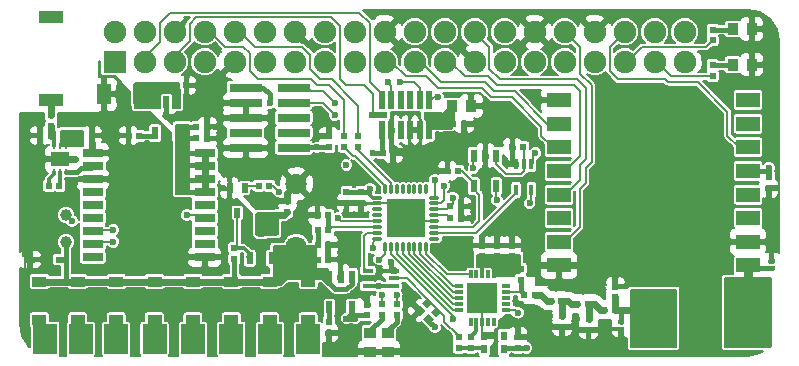
<source format=gtl>
G04 #@! TF.FileFunction,Copper,L1,Top,Signal*
%FSLAX46Y46*%
G04 Gerber Fmt 4.6, Leading zero omitted, Abs format (unit mm)*
G04 Created by KiCad (PCBNEW 4.0.2-stable) date Wednesday, 22 June 2016 'pmt' 15:55:54*
%MOMM*%
G01*
G04 APERTURE LIST*
%ADD10C,0.100000*%
%ADD11R,2.000000X1.300000*%
%ADD12R,0.620000X0.620000*%
%ADD13C,1.800000*%
%ADD14R,0.950000X1.000000*%
%ADD15R,1.220000X0.910000*%
%ADD16R,0.900000X0.500000*%
%ADD17R,0.600000X1.100000*%
%ADD18R,0.400000X0.950000*%
%ADD19R,0.750000X0.300000*%
%ADD20R,0.300000X0.750000*%
%ADD21R,1.100000X1.100000*%
%ADD22R,2.600000X2.600000*%
%ADD23R,1.800000X0.700000*%
%ADD24R,1.800000X0.800000*%
%ADD25R,0.550000X0.850000*%
%ADD26O,0.300000X0.900000*%
%ADD27O,0.900000X0.300000*%
%ADD28R,3.200000X3.200000*%
%ADD29R,0.280000X0.500000*%
%ADD30R,1.500000X1.280000*%
%ADD31R,0.600000X1.000000*%
%ADD32R,2.000000X1.000000*%
%ADD33R,1.900000X1.900000*%
%ADD34C,1.900000*%
%ADD35R,1.150000X1.800000*%
%ADD36R,2.790000X0.740000*%
%ADD37R,1.000000X0.950000*%
%ADD38R,0.550000X1.545000*%
%ADD39R,1.545000X0.550000*%
%ADD40R,0.600000X0.750000*%
%ADD41C,1.000000*%
%ADD42R,2.000000X2.500000*%
%ADD43C,3.000000*%
%ADD44R,0.600000X0.350000*%
%ADD45R,0.950000X0.400000*%
%ADD46C,0.600000*%
%ADD47C,0.600000*%
%ADD48C,0.200000*%
%ADD49C,0.400000*%
%ADD50C,0.300000*%
%ADD51C,0.152400*%
%ADD52C,0.800000*%
G04 APERTURE END LIST*
D10*
D11*
X129500000Y-104500000D03*
X113500000Y-104500000D03*
X129500000Y-106500000D03*
X113500000Y-106500000D03*
X129500000Y-108500000D03*
X113500000Y-108500000D03*
X129500000Y-110500000D03*
X113500000Y-110500000D03*
X129500000Y-112500000D03*
X113500000Y-112500000D03*
X129500000Y-114500000D03*
X113500000Y-114500000D03*
X129500000Y-116500000D03*
X113500000Y-116500000D03*
X129500000Y-118500000D03*
X113500000Y-118500000D03*
D12*
X93050000Y-118000000D03*
X93950000Y-118000000D03*
X104300000Y-113500000D03*
X105200000Y-113500000D03*
X94000000Y-123300000D03*
X94000000Y-124200000D03*
X97250000Y-122700000D03*
X97250000Y-121800000D03*
X96750000Y-112300000D03*
X96750000Y-113200000D03*
X104300000Y-114500000D03*
X105200000Y-114500000D03*
X105000000Y-124550000D03*
X105000000Y-125450000D03*
X110000000Y-125450000D03*
X110000000Y-124550000D03*
X109500000Y-117700000D03*
X109500000Y-116800000D03*
D13*
X91250000Y-116900000D03*
X91250000Y-111600000D03*
D12*
X108250000Y-117700000D03*
X108250000Y-116800000D03*
X106000000Y-125450000D03*
X106000000Y-124550000D03*
X107000000Y-117700000D03*
X107000000Y-116800000D03*
X93050000Y-116750000D03*
X93950000Y-116750000D03*
X73050000Y-107500000D03*
X73950000Y-107500000D03*
X90500000Y-113950000D03*
X90500000Y-113050000D03*
X110550000Y-121000000D03*
X111450000Y-121000000D03*
X81050000Y-103250000D03*
X81950000Y-103250000D03*
X113750000Y-122800000D03*
X113750000Y-123700000D03*
X116000000Y-123050000D03*
X116000000Y-123950000D03*
X118250000Y-121200000D03*
X118250000Y-120300000D03*
X77950000Y-107500000D03*
X77050000Y-107500000D03*
X82800000Y-107750000D03*
X83700000Y-107750000D03*
D14*
X129800000Y-98500000D03*
X128200000Y-98500000D03*
X129800000Y-101500000D03*
X128200000Y-101500000D03*
D15*
X69500000Y-119865000D03*
X69500000Y-123135000D03*
X72750000Y-119865000D03*
X72750000Y-123135000D03*
X76000000Y-119865000D03*
X76000000Y-123135000D03*
X79250000Y-119865000D03*
X79250000Y-123135000D03*
X82500000Y-119865000D03*
X82500000Y-123135000D03*
X85750000Y-119865000D03*
X85750000Y-123135000D03*
X89000000Y-119865000D03*
X89000000Y-123135000D03*
X92250000Y-119865000D03*
X92250000Y-123135000D03*
D16*
X71300000Y-118000000D03*
X68700000Y-118000000D03*
D17*
X108200000Y-109200000D03*
X107250000Y-109200000D03*
X106300000Y-109200000D03*
X106300000Y-111800000D03*
X108200000Y-111800000D03*
X95950000Y-119450000D03*
X95000000Y-119450000D03*
X94050000Y-119450000D03*
X94050000Y-122050000D03*
X95950000Y-122050000D03*
D18*
X111150000Y-109900000D03*
X110500000Y-109900000D03*
X109850000Y-109900000D03*
X109850000Y-112100000D03*
X111150000Y-112100000D03*
D19*
X109000000Y-122250000D03*
X109000000Y-121750000D03*
X109000000Y-121250000D03*
X109000000Y-120750000D03*
X109000000Y-120250000D03*
D20*
X108000000Y-119250000D03*
X107500000Y-119250000D03*
X107000000Y-119250000D03*
X106500000Y-119250000D03*
X106000000Y-119250000D03*
D19*
X105000000Y-120250000D03*
X105000000Y-120750000D03*
X105000000Y-121250000D03*
X105000000Y-121750000D03*
X105000000Y-122250000D03*
D20*
X106000000Y-123250000D03*
X106500000Y-123250000D03*
X107000000Y-123250000D03*
X107500000Y-123250000D03*
X108000000Y-123250000D03*
D21*
X107650000Y-121900000D03*
X107650000Y-120600000D03*
X106350000Y-121900000D03*
X106350000Y-120600000D03*
D22*
X107000000Y-121250000D03*
D23*
X74000000Y-109000000D03*
D24*
X74000000Y-110100000D03*
X74000000Y-111200000D03*
X74000000Y-112300000D03*
X74000000Y-113400000D03*
X74000000Y-114500000D03*
X74000000Y-115600000D03*
X74000000Y-116700000D03*
D23*
X74000000Y-117800000D03*
X83500000Y-109000000D03*
X83500000Y-117800000D03*
D24*
X83500000Y-110100000D03*
X83500000Y-111200000D03*
X83500000Y-112300000D03*
X83500000Y-113400000D03*
X83500000Y-114500000D03*
X83500000Y-115600000D03*
X83500000Y-116700000D03*
D17*
X81200000Y-104700000D03*
X80250000Y-104700000D03*
X79300000Y-104700000D03*
X79300000Y-107300000D03*
X81200000Y-107300000D03*
D12*
X70450000Y-107500000D03*
X69550000Y-107500000D03*
X70300000Y-111750000D03*
X71200000Y-111750000D03*
X110250000Y-118800000D03*
X110250000Y-119700000D03*
X112800000Y-121500000D03*
X113700000Y-121500000D03*
X115050000Y-121750000D03*
X115950000Y-121750000D03*
X117300000Y-122250000D03*
X118200000Y-122250000D03*
D25*
X86900000Y-111950000D03*
X85600000Y-111950000D03*
X86250000Y-114050000D03*
D12*
X110450000Y-108500000D03*
X109550000Y-108500000D03*
X94000000Y-108450000D03*
X94000000Y-107550000D03*
X104950000Y-110500000D03*
X104050000Y-110500000D03*
X126500000Y-99450000D03*
X126500000Y-98550000D03*
D10*
G36*
X102431802Y-123506604D02*
X101993396Y-123068198D01*
X102431802Y-122629792D01*
X102870208Y-123068198D01*
X102431802Y-123506604D01*
X102431802Y-123506604D01*
G37*
G36*
X103068198Y-122870208D02*
X102629792Y-122431802D01*
X103068198Y-121993396D01*
X103506604Y-122431802D01*
X103068198Y-122870208D01*
X103068198Y-122870208D01*
G37*
G36*
X102318198Y-121243396D02*
X102756604Y-121681802D01*
X102318198Y-122120208D01*
X101879792Y-121681802D01*
X102318198Y-121243396D01*
X102318198Y-121243396D01*
G37*
G36*
X101681802Y-121879792D02*
X102120208Y-122318198D01*
X101681802Y-122756604D01*
X101243396Y-122318198D01*
X101681802Y-121879792D01*
X101681802Y-121879792D01*
G37*
D12*
X126500000Y-102450000D03*
X126500000Y-101550000D03*
X88950000Y-111750000D03*
X88050000Y-111750000D03*
X86000000Y-117950000D03*
X86000000Y-117050000D03*
D26*
X102250000Y-112050000D03*
X101750000Y-112050000D03*
X101250000Y-112050000D03*
X100750000Y-112050000D03*
X100250000Y-112050000D03*
X99750000Y-112050000D03*
X99250000Y-112050000D03*
X98750000Y-112050000D03*
D27*
X98050000Y-112750000D03*
X98050000Y-113250000D03*
X98050000Y-113750000D03*
X98050000Y-114250000D03*
X98050000Y-114750000D03*
X98050000Y-115250000D03*
X98050000Y-115750000D03*
X98050000Y-116250000D03*
D26*
X98750000Y-116950000D03*
X99250000Y-116950000D03*
X99750000Y-116950000D03*
X100250000Y-116950000D03*
X100750000Y-116950000D03*
X101250000Y-116950000D03*
X101750000Y-116950000D03*
X102250000Y-116950000D03*
D27*
X102950000Y-116250000D03*
X102950000Y-115750000D03*
X102950000Y-115250000D03*
X102950000Y-114750000D03*
X102950000Y-114250000D03*
X102950000Y-113750000D03*
X102950000Y-113250000D03*
X102950000Y-112750000D03*
D28*
X100500000Y-114500000D03*
D29*
X71790000Y-110590000D03*
X71790000Y-108410000D03*
X71250000Y-110590000D03*
X71250000Y-108410000D03*
X70710000Y-110590000D03*
X70710000Y-108410000D03*
D30*
X71250000Y-109500000D03*
D31*
X87300000Y-117900000D03*
X89200000Y-117900000D03*
X88250000Y-115600000D03*
D32*
X70500000Y-104500000D03*
X70500000Y-97500000D03*
D33*
X75870000Y-101270000D03*
D34*
X75870000Y-98730000D03*
X78410000Y-101270000D03*
X78410000Y-98730000D03*
X80950000Y-101270000D03*
X80950000Y-98730000D03*
X83490000Y-101270000D03*
X83490000Y-98730000D03*
X86030000Y-101270000D03*
X86030000Y-98730000D03*
X88570000Y-101270000D03*
X88570000Y-98730000D03*
X91110000Y-101270000D03*
X91110000Y-98730000D03*
X93650000Y-101270000D03*
X93650000Y-98730000D03*
X96190000Y-101270000D03*
X96190000Y-98730000D03*
X98730000Y-101270000D03*
X98730000Y-98730000D03*
X101270000Y-101270000D03*
X101270000Y-98730000D03*
X103810000Y-101270000D03*
X103810000Y-98730000D03*
X106350000Y-101270000D03*
X106350000Y-98730000D03*
X108890000Y-101270000D03*
X108890000Y-98730000D03*
X111430000Y-101270000D03*
X111430000Y-98730000D03*
X113970000Y-101270000D03*
X113970000Y-98730000D03*
X116510000Y-101270000D03*
X116510000Y-98730000D03*
X119050000Y-101270000D03*
X119050000Y-98730000D03*
X121590000Y-101270000D03*
X121590000Y-98730000D03*
X124130000Y-101270000D03*
X124130000Y-98730000D03*
D12*
X70500000Y-105800000D03*
X70500000Y-106700000D03*
D35*
X78000000Y-104000000D03*
X75000000Y-104000000D03*
D12*
X82800000Y-106750000D03*
X83700000Y-106750000D03*
D36*
X86965000Y-103460000D03*
X91035000Y-103460000D03*
X86965000Y-104730000D03*
X91035000Y-104730000D03*
X86965000Y-106000000D03*
X91035000Y-106000000D03*
X86965000Y-107270000D03*
X91035000Y-107270000D03*
X86965000Y-108540000D03*
X91035000Y-108540000D03*
D12*
X95500000Y-112300000D03*
X95500000Y-113200000D03*
D37*
X97500000Y-125800000D03*
X97500000Y-124200000D03*
X99000000Y-125800000D03*
X99000000Y-124200000D03*
D12*
X96500000Y-108450000D03*
X96500000Y-107550000D03*
X95250000Y-108450000D03*
X95250000Y-107550000D03*
X98500000Y-121800000D03*
X98500000Y-122700000D03*
X93050000Y-115500000D03*
X93950000Y-115500000D03*
X93950000Y-114250000D03*
X93050000Y-114250000D03*
X99750000Y-121800000D03*
X99750000Y-122700000D03*
X98550000Y-109000000D03*
X99450000Y-109000000D03*
D14*
X104450000Y-105000000D03*
X106050000Y-105000000D03*
D12*
X104550000Y-106500000D03*
X105450000Y-106500000D03*
D38*
X98500000Y-107050000D03*
X99300000Y-107050000D03*
X100100000Y-107050000D03*
X100900000Y-107050000D03*
X101700000Y-107050000D03*
X102500000Y-107050000D03*
X102500000Y-104455000D03*
X101700000Y-104455000D03*
X100900000Y-104455000D03*
X100100000Y-104455000D03*
X99300000Y-104455000D03*
X98500000Y-104455000D03*
D39*
X98202500Y-105750000D03*
X102797500Y-105750000D03*
D12*
X131250000Y-111050000D03*
X131250000Y-111950000D03*
D40*
X108825000Y-125565000D03*
X107175000Y-125565000D03*
X107175000Y-124435000D03*
X108825000Y-124435000D03*
D41*
X71750000Y-116500000D03*
X71750000Y-114250000D03*
D42*
X70000000Y-124750000D03*
X73000000Y-124750000D03*
X76000000Y-124750000D03*
X79250000Y-124750000D03*
X82500000Y-124750000D03*
X85750000Y-124750000D03*
X89000000Y-124750000D03*
X92250000Y-124750000D03*
D43*
X129500000Y-121500000D03*
X121500000Y-122250000D03*
D44*
X131500000Y-118750000D03*
X131500000Y-118100000D03*
X118750000Y-123250000D03*
X118750000Y-123900000D03*
D45*
X99500000Y-120250000D03*
X99500000Y-119600000D03*
X99500000Y-118950000D03*
X97300000Y-118950000D03*
X97300000Y-120250000D03*
D46*
X127500000Y-117000000D03*
X123500000Y-120000000D03*
X124250000Y-121250000D03*
X124250000Y-125500000D03*
X126750000Y-125500000D03*
X126750000Y-121250000D03*
X127500000Y-118750000D03*
X117000000Y-120500000D03*
X115000000Y-120500000D03*
X113500000Y-120250000D03*
X131500000Y-117000000D03*
X131500000Y-116000000D03*
X115250000Y-118250000D03*
X116000000Y-114250000D03*
X116750000Y-110500000D03*
X117000000Y-107250000D03*
X117000000Y-104250000D03*
X125500000Y-104250000D03*
X127000000Y-107250000D03*
X127500000Y-110500000D03*
X127500000Y-114250000D03*
X111750000Y-114250000D03*
X111750000Y-118250000D03*
X111750000Y-104000000D03*
X111750000Y-104750000D03*
X127500000Y-116000000D03*
X99250000Y-118250000D03*
X96250000Y-121000000D03*
X119500000Y-120000000D03*
X118250000Y-119250000D03*
X112750000Y-122750000D03*
X111000000Y-122250000D03*
X115000000Y-123000000D03*
X117500000Y-123500000D03*
X131250000Y-113000000D03*
X129750000Y-102750000D03*
X131750000Y-109000000D03*
X131750000Y-106000000D03*
X131750000Y-102750000D03*
X129750000Y-100000000D03*
X129750000Y-97250000D03*
X110500000Y-116750000D03*
X109500000Y-115750000D03*
X109500000Y-113750000D03*
X108250000Y-115750000D03*
X100250000Y-125500000D03*
X104000000Y-125500000D03*
X96250000Y-125500000D03*
X95000000Y-124250000D03*
X94000000Y-125250000D03*
X101000000Y-121500000D03*
X95000000Y-118000000D03*
X95000000Y-116750000D03*
X87750000Y-113000000D03*
X89250000Y-113000000D03*
X87250000Y-119000000D03*
X88250000Y-117000000D03*
X87250000Y-115500000D03*
X85000000Y-113250000D03*
X85000000Y-115500000D03*
X85000000Y-117750000D03*
X83500000Y-118750000D03*
X82000000Y-117750000D03*
X82000000Y-115500000D03*
X79000000Y-116250000D03*
X75500000Y-117750000D03*
X79000000Y-113500000D03*
X80000000Y-111250000D03*
X80000000Y-109000000D03*
X77250000Y-106000000D03*
X75500000Y-113500000D03*
X75500000Y-111250000D03*
X75500000Y-109000000D03*
X74000000Y-108250000D03*
X76000000Y-107500000D03*
X75000000Y-107500000D03*
X71500000Y-106000000D03*
X73750000Y-106000000D03*
X76250000Y-104500000D03*
X76250000Y-103500000D03*
X72500000Y-113500000D03*
X72500000Y-111500000D03*
X70000000Y-109500000D03*
X68250000Y-109500000D03*
X68250000Y-123500000D03*
X68250000Y-121500000D03*
X68250000Y-119500000D03*
X68250000Y-117500000D03*
X68250000Y-115500000D03*
X68250000Y-113500000D03*
X68250000Y-111500000D03*
X72500000Y-109500000D03*
X69500000Y-108500000D03*
X69500000Y-106000000D03*
X68250000Y-106000000D03*
X68250000Y-107500000D03*
X102000000Y-108750000D03*
X100750000Y-108750000D03*
X108000000Y-124500000D03*
X110000000Y-123500000D03*
X101500000Y-115500000D03*
X101500000Y-113500000D03*
X99500000Y-115500000D03*
X99500000Y-113500000D03*
X107750000Y-120500000D03*
X107750000Y-122000000D03*
X106250000Y-120500000D03*
X106250000Y-122000000D03*
X105750000Y-118250000D03*
X104000000Y-118250000D03*
X104000000Y-116750000D03*
X105750000Y-116750000D03*
X107250000Y-105000000D03*
X106500000Y-106500000D03*
X105500000Y-107250000D03*
X107250000Y-107250000D03*
X107250000Y-110250000D03*
X109500000Y-107250000D03*
X109000000Y-109750000D03*
X94000000Y-106500000D03*
X82000000Y-102500000D03*
X84750000Y-104750000D03*
X80250000Y-105750000D03*
X83750000Y-105750000D03*
X89000000Y-106000000D03*
X89000000Y-108500000D03*
X84750000Y-107750000D03*
X84750000Y-106750000D03*
X85500000Y-110750000D03*
X96750000Y-114000000D03*
X95500000Y-114000000D03*
X106000000Y-113500000D03*
X106000000Y-114500000D03*
X98250000Y-120250000D03*
X96250000Y-123000000D03*
X95500000Y-123000000D03*
X110750000Y-125500000D03*
X95500000Y-110000000D03*
X89000000Y-104750000D03*
X106250000Y-110250000D03*
X108250000Y-113000000D03*
X111000000Y-113250000D03*
X109400000Y-118400000D03*
X109400000Y-119200000D03*
X108200000Y-118400000D03*
X107000000Y-118400000D03*
X97500000Y-112000000D03*
X103000000Y-123750000D03*
X104500000Y-112750000D03*
X99000000Y-103000000D03*
X72250000Y-114750000D03*
X97750000Y-109000000D03*
X131250000Y-110250000D03*
X103500000Y-106750000D03*
X82000000Y-107750000D03*
X72300000Y-107500000D03*
X71600000Y-107500000D03*
X82000000Y-109000000D03*
X82000000Y-110000000D03*
X82000000Y-111250000D03*
X82000000Y-112250000D03*
X82000000Y-106750000D03*
X80250000Y-103250000D03*
X79250000Y-103250000D03*
X89250000Y-115500000D03*
X89250000Y-114500000D03*
X88250000Y-114500000D03*
X93000000Y-108500000D03*
X111500000Y-109000000D03*
X104500000Y-123000000D03*
X110000000Y-122500000D03*
X75750000Y-115500000D03*
X75750000Y-116500000D03*
X82000000Y-114250000D03*
X103750000Y-111750000D03*
X94500000Y-104750000D03*
X94500000Y-105750000D03*
X103000000Y-111250000D03*
X89750000Y-112250000D03*
X94750000Y-114500000D03*
X97750000Y-117000000D03*
X98500000Y-121000000D03*
X99750000Y-121000000D03*
X98250000Y-118000000D03*
X103250000Y-104250000D03*
X100000000Y-103000000D03*
X130750000Y-124750000D03*
X128000000Y-124750000D03*
X131000000Y-120250000D03*
X128000000Y-120250000D03*
X120000000Y-124750000D03*
X123000000Y-124750000D03*
X120000000Y-121250000D03*
X123000000Y-121250000D03*
D47*
X70500000Y-105800000D02*
X70500000Y-104500000D01*
D48*
X127500000Y-117000000D02*
X127500000Y-118750000D01*
X128000000Y-116500000D02*
X127500000Y-117000000D01*
X124250000Y-125500000D02*
X124250000Y-121250000D01*
X126750000Y-121250000D02*
X126750000Y-125500000D01*
X113500000Y-118500000D02*
X113500000Y-120250000D01*
X115000000Y-120500000D02*
X117000000Y-120500000D01*
X129500000Y-116500000D02*
X131000000Y-116500000D01*
X131000000Y-116500000D02*
X131500000Y-117000000D01*
X131000000Y-116500000D02*
X131500000Y-116000000D01*
X127500000Y-114250000D02*
X127500000Y-110500000D01*
X115000000Y-118500000D02*
X115250000Y-118250000D01*
X116000000Y-114250000D02*
X116750000Y-113500000D01*
X116750000Y-113500000D02*
X116750000Y-110500000D01*
X117000000Y-107250000D02*
X117000000Y-104250000D01*
X125500000Y-104250000D02*
X127000000Y-105750000D01*
X127000000Y-105750000D02*
X127000000Y-107250000D01*
X115000000Y-118500000D02*
X113500000Y-118500000D01*
X113500000Y-118500000D02*
X112000000Y-118500000D01*
X112000000Y-118500000D02*
X111750000Y-118250000D01*
X113500000Y-104500000D02*
X112250000Y-104500000D01*
X112250000Y-104500000D02*
X111750000Y-104000000D01*
X113500000Y-104500000D02*
X112000000Y-104500000D01*
X112000000Y-104500000D02*
X111750000Y-104750000D01*
X129500000Y-116500000D02*
X128000000Y-116500000D01*
X128000000Y-116500000D02*
X127500000Y-116000000D01*
D49*
X99500000Y-118950000D02*
X99250000Y-118700000D01*
X99250000Y-118700000D02*
X99250000Y-118250000D01*
X97250000Y-121800000D02*
X97250000Y-121500000D01*
X97250000Y-121500000D02*
X96750000Y-121000000D01*
X96750000Y-121000000D02*
X96250000Y-121000000D01*
D48*
X118250000Y-120300000D02*
X119200000Y-120300000D01*
X119200000Y-120300000D02*
X119500000Y-120000000D01*
X118250000Y-120300000D02*
X118250000Y-119250000D01*
X112750000Y-122750000D02*
X111500000Y-122750000D01*
X113050000Y-123700000D02*
X112750000Y-123400000D01*
X112750000Y-123400000D02*
X112750000Y-122750000D01*
X113750000Y-123700000D02*
X113050000Y-123700000D01*
X111500000Y-122750000D02*
X111000000Y-122250000D01*
X116000000Y-123950000D02*
X115300000Y-123950000D01*
X115000000Y-123650000D02*
X115000000Y-123000000D01*
X115300000Y-123950000D02*
X115000000Y-123650000D01*
X118750000Y-123900000D02*
X117900000Y-123900000D01*
X117900000Y-123900000D02*
X117500000Y-123500000D01*
X131250000Y-111950000D02*
X131250000Y-113000000D01*
X129750000Y-101550000D02*
X129750000Y-102750000D01*
X131750000Y-102750000D02*
X131750000Y-106000000D01*
X129800000Y-101500000D02*
X129750000Y-101550000D01*
X129800000Y-98500000D02*
X129750000Y-98550000D01*
X129750000Y-98550000D02*
X129750000Y-100000000D01*
X129800000Y-98500000D02*
X129750000Y-98450000D01*
X129750000Y-98450000D02*
X129750000Y-97250000D01*
X109500000Y-116800000D02*
X110450000Y-116800000D01*
X110450000Y-116800000D02*
X110500000Y-116750000D01*
X109500000Y-115750000D02*
X109500000Y-116800000D01*
X108250000Y-116800000D02*
X108250000Y-115750000D01*
X100200000Y-125550000D02*
X100250000Y-125500000D01*
X100200000Y-125550000D02*
X99000000Y-125550000D01*
X97500000Y-125550000D02*
X96300000Y-125550000D01*
X96300000Y-125550000D02*
X96250000Y-125500000D01*
X94000000Y-124200000D02*
X94950000Y-124200000D01*
X94950000Y-124200000D02*
X95000000Y-124250000D01*
X94000000Y-124200000D02*
X94000000Y-125250000D01*
X101681802Y-122318198D02*
X101681802Y-122181802D01*
X101681802Y-122181802D02*
X101000000Y-121500000D01*
X93950000Y-118000000D02*
X95000000Y-118000000D01*
X93950000Y-116750000D02*
X95000000Y-116750000D01*
X90500000Y-113050000D02*
X89300000Y-113050000D01*
X89300000Y-113050000D02*
X89250000Y-113000000D01*
X87750000Y-113000000D02*
X89250000Y-113000000D01*
X87250000Y-116000000D02*
X88250000Y-117000000D01*
X87250000Y-115500000D02*
X87250000Y-116000000D01*
X83500000Y-117800000D02*
X84950000Y-117800000D01*
X85000000Y-115500000D02*
X85000000Y-113250000D01*
X84950000Y-117800000D02*
X85000000Y-117750000D01*
X83500000Y-117800000D02*
X83500000Y-118750000D01*
X83500000Y-117800000D02*
X83450000Y-117750000D01*
X83450000Y-117750000D02*
X82000000Y-117750000D01*
X82000000Y-115500000D02*
X79750000Y-115500000D01*
X79750000Y-115500000D02*
X79000000Y-116250000D01*
X80000000Y-109000000D02*
X80000000Y-111250000D01*
X77050000Y-107500000D02*
X77050000Y-106200000D01*
X77050000Y-106200000D02*
X77250000Y-106000000D01*
X74000000Y-109000000D02*
X75500000Y-109000000D01*
X75500000Y-111250000D02*
X75500000Y-113500000D01*
X73950000Y-107500000D02*
X73950000Y-108200000D01*
X73950000Y-108200000D02*
X74000000Y-108250000D01*
X73950000Y-107500000D02*
X75000000Y-107500000D01*
X73950000Y-107500000D02*
X73950000Y-106200000D01*
X73950000Y-106200000D02*
X73750000Y-106000000D01*
X75000000Y-104000000D02*
X75750000Y-104000000D01*
X75750000Y-104000000D02*
X76250000Y-104500000D01*
X75750000Y-104000000D02*
X76250000Y-103500000D01*
X74000000Y-111200000D02*
X72800000Y-111200000D01*
X72800000Y-111200000D02*
X72500000Y-111500000D01*
X68250000Y-109500000D02*
X68250000Y-111500000D01*
X71250000Y-109500000D02*
X70000000Y-109500000D01*
X68250000Y-121500000D02*
X68250000Y-123500000D01*
X68250000Y-117500000D02*
X68250000Y-119500000D01*
X68250000Y-113500000D02*
X68250000Y-115500000D01*
D47*
X71250000Y-109500000D02*
X72500000Y-109500000D01*
D48*
X69550000Y-107500000D02*
X69500000Y-107550000D01*
X69500000Y-107550000D02*
X69500000Y-108500000D01*
X69550000Y-107500000D02*
X69500000Y-107450000D01*
X69500000Y-107450000D02*
X69500000Y-106000000D01*
X68250000Y-106000000D02*
X68250000Y-107500000D01*
D49*
X99300000Y-108300000D02*
X99750000Y-108750000D01*
X99750000Y-108750000D02*
X100750000Y-108750000D01*
D48*
X107175000Y-124435000D02*
X107240000Y-124500000D01*
X107240000Y-124500000D02*
X108000000Y-124500000D01*
X107000000Y-123250000D02*
X107000000Y-124260000D01*
X107000000Y-124260000D02*
X107175000Y-124435000D01*
X110000000Y-124550000D02*
X110000000Y-123500000D01*
D49*
X99300000Y-108850000D02*
X99450000Y-109000000D01*
D48*
X101500000Y-115500000D02*
X100500000Y-114500000D01*
X101500000Y-113500000D02*
X100500000Y-114500000D01*
X99500000Y-115500000D02*
X100500000Y-114500000D01*
X99500000Y-113500000D02*
X100500000Y-114500000D01*
X107750000Y-120500000D02*
X107650000Y-120600000D01*
X107750000Y-122000000D02*
X107650000Y-121900000D01*
X106350000Y-120600000D02*
X106250000Y-120500000D01*
X106250000Y-122000000D02*
X106350000Y-121900000D01*
X107000000Y-116800000D02*
X105800000Y-116800000D01*
X104000000Y-116750000D02*
X104000000Y-118250000D01*
X105800000Y-116800000D02*
X105750000Y-116750000D01*
X106050000Y-105000000D02*
X107250000Y-105000000D01*
X105450000Y-106500000D02*
X106500000Y-106500000D01*
X105450000Y-106500000D02*
X105450000Y-107200000D01*
X105450000Y-107200000D02*
X105500000Y-107250000D01*
X107250000Y-109200000D02*
X107250000Y-107250000D01*
X107250000Y-109200000D02*
X107250000Y-110250000D01*
X109550000Y-108500000D02*
X109550000Y-107300000D01*
X109550000Y-107300000D02*
X109500000Y-107250000D01*
X109850000Y-109900000D02*
X109150000Y-109900000D01*
X109150000Y-109900000D02*
X109000000Y-109750000D01*
X94000000Y-107550000D02*
X94000000Y-106500000D01*
D49*
X81950000Y-103250000D02*
X81950000Y-102550000D01*
X81950000Y-102550000D02*
X82000000Y-102500000D01*
D48*
X86965000Y-104730000D02*
X84770000Y-104730000D01*
X84770000Y-104730000D02*
X84750000Y-104750000D01*
X83750000Y-105750000D02*
X82000000Y-105750000D01*
D49*
X80250000Y-105750000D02*
X80250000Y-104700000D01*
D48*
X82000000Y-105750000D02*
X80250000Y-105750000D01*
X86965000Y-106000000D02*
X89000000Y-106000000D01*
X86965000Y-108540000D02*
X88960000Y-108540000D01*
X88960000Y-108540000D02*
X89000000Y-108500000D01*
X83700000Y-107750000D02*
X84750000Y-107750000D01*
X83700000Y-106750000D02*
X84750000Y-106750000D01*
X85600000Y-111950000D02*
X85600000Y-110850000D01*
X85600000Y-110850000D02*
X85500000Y-110750000D01*
D49*
X109850000Y-109900000D02*
X109550000Y-109600000D01*
X109550000Y-109600000D02*
X109550000Y-108500000D01*
D47*
X90500000Y-113050000D02*
X90500000Y-112350000D01*
X90500000Y-112350000D02*
X91250000Y-111600000D01*
D48*
X96750000Y-113200000D02*
X96750000Y-114000000D01*
X95500000Y-113200000D02*
X95500000Y-114000000D01*
D49*
X105200000Y-113500000D02*
X106000000Y-113500000D01*
X105200000Y-114500000D02*
X106000000Y-114500000D01*
D48*
X102950000Y-114750000D02*
X100750000Y-114750000D01*
X100750000Y-114750000D02*
X100500000Y-114500000D01*
X98050000Y-113250000D02*
X99250000Y-113250000D01*
X99250000Y-113250000D02*
X100500000Y-114500000D01*
X98050000Y-113250000D02*
X96950000Y-113250000D01*
X96950000Y-113250000D02*
X96750000Y-113450000D01*
X107000000Y-123250000D02*
X107000000Y-121250000D01*
D49*
X99300000Y-106850000D02*
X99300000Y-108300000D01*
X99300000Y-106850000D02*
X99300000Y-108850000D01*
D50*
X99500000Y-120250000D02*
X98250000Y-120250000D01*
X98250000Y-120250000D02*
X97300000Y-120250000D01*
D49*
X97250000Y-122700000D02*
X95950000Y-122700000D01*
X95500000Y-123000000D02*
X96250000Y-123000000D01*
X95950000Y-122700000D02*
X96250000Y-123000000D01*
X95950000Y-122050000D02*
X95950000Y-122700000D01*
X95500000Y-123000000D02*
X95950000Y-122550000D01*
X110000000Y-125450000D02*
X110700000Y-125450000D01*
X110700000Y-125450000D02*
X110750000Y-125500000D01*
X108825000Y-125565000D02*
X108940000Y-125450000D01*
X108940000Y-125450000D02*
X110000000Y-125450000D01*
X86965000Y-103460000D02*
X88460000Y-103460000D01*
X89000000Y-104000000D02*
X89000000Y-104750000D01*
X88460000Y-103460000D02*
X89000000Y-104000000D01*
D48*
X106300000Y-109200000D02*
X106250000Y-109250000D01*
X106250000Y-109250000D02*
X106250000Y-110250000D01*
X108200000Y-111800000D02*
X108200000Y-112950000D01*
X108200000Y-112950000D02*
X108250000Y-113000000D01*
X111150000Y-112100000D02*
X111150000Y-113100000D01*
X111150000Y-113100000D02*
X111000000Y-113250000D01*
X110250000Y-118800000D02*
X109500000Y-118050000D01*
X109500000Y-118050000D02*
X109500000Y-117700000D01*
X109400000Y-119200000D02*
X109400000Y-118400000D01*
X109400000Y-118400000D02*
X109400000Y-117800000D01*
X109500000Y-117700000D02*
X109400000Y-117800000D01*
X108250000Y-117700000D02*
X108200000Y-117750000D01*
X108200000Y-117750000D02*
X108200000Y-118400000D01*
X107000000Y-117700000D02*
X107000000Y-118400000D01*
D50*
X98050000Y-112750000D02*
X97750000Y-112750000D01*
X97750000Y-112750000D02*
X97500000Y-112500000D01*
X97500000Y-112500000D02*
X97500000Y-112000000D01*
D49*
X96750000Y-112300000D02*
X97200000Y-112300000D01*
X97200000Y-112300000D02*
X97500000Y-112000000D01*
X95500000Y-112300000D02*
X96750000Y-112300000D01*
X102431802Y-123068198D02*
X102431802Y-123181802D01*
X102431802Y-123181802D02*
X103000000Y-123750000D01*
D48*
X102950000Y-113750000D02*
X104050000Y-113750000D01*
X104300000Y-113500000D02*
X104500000Y-113300000D01*
X104500000Y-113300000D02*
X104500000Y-112750000D01*
X104050000Y-113750000D02*
X104300000Y-113500000D01*
D49*
X94050000Y-122050000D02*
X94000000Y-122100000D01*
X94000000Y-122100000D02*
X94000000Y-123250000D01*
D50*
X106000000Y-125450000D02*
X107060000Y-125450000D01*
X107060000Y-125450000D02*
X107175000Y-125565000D01*
X105000000Y-125450000D02*
X106000000Y-125450000D01*
D48*
X99300000Y-104655000D02*
X99300000Y-103300000D01*
X99300000Y-103300000D02*
X99000000Y-103000000D01*
D49*
X98500000Y-106850000D02*
X98500000Y-109000000D01*
D48*
X71750000Y-114250000D02*
X72250000Y-114750000D01*
D49*
X97750000Y-109000000D02*
X98550000Y-109000000D01*
X129500000Y-110500000D02*
X131000000Y-110500000D01*
X131250000Y-110250000D02*
X131250000Y-111050000D01*
X131000000Y-110500000D02*
X131250000Y-110250000D01*
X102597500Y-105750000D02*
X103700000Y-105750000D01*
X103700000Y-105750000D02*
X104450000Y-105000000D01*
X104450000Y-105000000D02*
X104450000Y-106400000D01*
X104450000Y-106400000D02*
X104100000Y-106750000D01*
X104100000Y-106750000D02*
X103500000Y-106750000D01*
X103500000Y-106750000D02*
X103750000Y-106750000D01*
X103750000Y-106750000D02*
X104300000Y-106750000D01*
X104300000Y-106750000D02*
X104300000Y-105550000D01*
X104300000Y-105550000D02*
X104200000Y-105550000D01*
X104200000Y-105550000D02*
X104200000Y-106300000D01*
X104200000Y-106300000D02*
X104000000Y-106500000D01*
X104000000Y-106500000D02*
X104000000Y-105750000D01*
X104000000Y-105750000D02*
X103750000Y-106000000D01*
X103750000Y-106000000D02*
X103750000Y-106500000D01*
X103750000Y-106500000D02*
X102750000Y-106500000D01*
X102750000Y-106500000D02*
X102250000Y-106000000D01*
X102250000Y-106000000D02*
X103500000Y-106000000D01*
X103500000Y-106000000D02*
X103500000Y-106250000D01*
X103500000Y-106250000D02*
X102750000Y-106250000D01*
X102500000Y-106850000D02*
X102600000Y-106750000D01*
X102600000Y-106750000D02*
X103500000Y-106750000D01*
X82800000Y-107750000D02*
X82000000Y-107750000D01*
D48*
X71600000Y-107500000D02*
X72300000Y-107500000D01*
X72300000Y-107500000D02*
X73050000Y-107500000D01*
X71250000Y-108410000D02*
X71790000Y-108410000D01*
D49*
X83500000Y-109000000D02*
X82000000Y-109000000D01*
X83500000Y-110100000D02*
X83400000Y-110000000D01*
X83400000Y-110000000D02*
X82000000Y-110000000D01*
X83500000Y-111200000D02*
X83450000Y-111250000D01*
X83450000Y-111250000D02*
X82000000Y-111250000D01*
X83500000Y-112300000D02*
X83450000Y-112250000D01*
X83450000Y-112250000D02*
X82000000Y-112250000D01*
D47*
X83500000Y-110100000D02*
X83500000Y-109000000D01*
X83500000Y-111200000D02*
X83500000Y-110100000D01*
X83500000Y-112300000D02*
X83500000Y-111200000D01*
D49*
X82800000Y-106750000D02*
X82000000Y-106750000D01*
D47*
X90500000Y-113950000D02*
X90200000Y-114250000D01*
X90200000Y-114250000D02*
X89500000Y-114250000D01*
X89500000Y-114250000D02*
X89250000Y-114500000D01*
D49*
X79250000Y-103250000D02*
X80250000Y-103250000D01*
X80250000Y-103250000D02*
X81050000Y-103250000D01*
D48*
X88250000Y-115600000D02*
X88250000Y-114500000D01*
X89250000Y-114500000D02*
X89250000Y-115500000D01*
D49*
X110250000Y-119700000D02*
X110250000Y-120700000D01*
X110250000Y-120700000D02*
X110550000Y-121000000D01*
D48*
X109000000Y-120750000D02*
X110300000Y-120750000D01*
X110300000Y-120750000D02*
X110550000Y-121000000D01*
D47*
X111450000Y-121000000D02*
X112000000Y-121000000D01*
X112000000Y-121000000D02*
X112500000Y-121500000D01*
X112500000Y-121500000D02*
X112800000Y-121500000D01*
X113750000Y-122800000D02*
X113750000Y-121500000D01*
X113750000Y-121500000D02*
X113700000Y-121500000D01*
X113700000Y-121500000D02*
X114250000Y-121500000D01*
X114500000Y-121750000D02*
X115050000Y-121750000D01*
X114250000Y-121500000D02*
X114500000Y-121750000D01*
X116000000Y-123050000D02*
X116000000Y-121750000D01*
X116000000Y-121750000D02*
X115950000Y-121750000D01*
X115950000Y-121750000D02*
X116500000Y-121750000D01*
X116500000Y-121750000D02*
X117000000Y-122250000D01*
X117000000Y-122250000D02*
X117300000Y-122250000D01*
D49*
X77950000Y-107500000D02*
X79100000Y-107500000D01*
X79100000Y-107500000D02*
X79300000Y-107300000D01*
X126500000Y-98550000D02*
X128150000Y-98550000D01*
X128150000Y-98550000D02*
X128200000Y-98500000D01*
X126500000Y-101550000D02*
X128150000Y-101550000D01*
X128150000Y-101550000D02*
X128200000Y-101500000D01*
X69500000Y-123135000D02*
X70000000Y-123635000D01*
X70000000Y-123635000D02*
X70000000Y-124750000D01*
X72750000Y-123135000D02*
X73000000Y-123385000D01*
X73000000Y-123385000D02*
X73000000Y-124750000D01*
X76000000Y-123135000D02*
X76000000Y-124750000D01*
X79250000Y-123135000D02*
X79250000Y-124750000D01*
X82500000Y-123135000D02*
X82500000Y-124750000D01*
X85750000Y-123135000D02*
X85750000Y-124750000D01*
X89000000Y-123135000D02*
X89000000Y-124750000D01*
X92250000Y-123135000D02*
X92250000Y-124750000D01*
D48*
X110500000Y-109900000D02*
X110500000Y-108550000D01*
X110500000Y-108550000D02*
X110450000Y-108500000D01*
X108200000Y-109200000D02*
X108200000Y-109950000D01*
X110500000Y-110500000D02*
X110500000Y-109900000D01*
X110250000Y-110750000D02*
X110500000Y-110500000D01*
X109000000Y-110750000D02*
X110250000Y-110750000D01*
X108200000Y-109950000D02*
X109000000Y-110750000D01*
X104950000Y-110500000D02*
X105250000Y-110500000D01*
X105250000Y-110500000D02*
X106300000Y-111550000D01*
X106300000Y-111550000D02*
X106300000Y-111800000D01*
X106300000Y-111800000D02*
X106300000Y-111500000D01*
X102950000Y-115250000D02*
X106250000Y-115250000D01*
X106750000Y-112500000D02*
X106300000Y-112050000D01*
X106750000Y-112750000D02*
X106750000Y-112500000D01*
X106750000Y-114750000D02*
X106750000Y-112750000D01*
X106250000Y-115250000D02*
X106750000Y-114750000D01*
X106300000Y-112050000D02*
X106300000Y-111800000D01*
X111250000Y-109250000D02*
X111250000Y-109800000D01*
X111500000Y-109000000D02*
X111250000Y-109250000D01*
X111250000Y-109800000D02*
X111150000Y-109900000D01*
D49*
X93950000Y-108500000D02*
X93000000Y-108500000D01*
X93000000Y-108500000D02*
X91075000Y-108500000D01*
X93950000Y-108500000D02*
X94000000Y-108450000D01*
X91035000Y-108540000D02*
X91075000Y-108500000D01*
D48*
X101270000Y-101270000D02*
X101770000Y-101270000D01*
X101770000Y-101270000D02*
X103500000Y-103000000D01*
X103500000Y-103000000D02*
X107250000Y-103000000D01*
X107250000Y-103000000D02*
X108000000Y-103750000D01*
X108000000Y-103750000D02*
X109750000Y-103750000D01*
X109750000Y-103750000D02*
X112500000Y-106500000D01*
X112500000Y-106500000D02*
X113500000Y-106500000D01*
X117800000Y-101250000D02*
X117800000Y-102050000D01*
X127750000Y-107500000D02*
X128750000Y-108500000D01*
X127750000Y-105500000D02*
X127750000Y-107500000D01*
X125250000Y-103000000D02*
X127750000Y-105500000D01*
X122750000Y-103000000D02*
X125250000Y-103000000D01*
X122500000Y-102750000D02*
X122750000Y-103000000D01*
X118500000Y-102750000D02*
X122500000Y-102750000D01*
X117800000Y-102050000D02*
X118500000Y-102750000D01*
X128750000Y-108500000D02*
X129500000Y-108500000D01*
X119050000Y-98730000D02*
X117800000Y-99980000D01*
X117800000Y-99980000D02*
X117800000Y-101250000D01*
X117800000Y-101250000D02*
X117800000Y-101300000D01*
X98730000Y-101270000D02*
X99270000Y-101270000D01*
X99270000Y-101270000D02*
X100500000Y-102500000D01*
X100500000Y-102500000D02*
X102250000Y-102500000D01*
X102250000Y-102500000D02*
X103250000Y-103500000D01*
X103250000Y-103500000D02*
X107000000Y-103500000D01*
X107000000Y-103500000D02*
X107750000Y-104250000D01*
X107750000Y-104250000D02*
X109500000Y-104250000D01*
X109500000Y-104250000D02*
X112000000Y-106750000D01*
X112000000Y-106750000D02*
X112000000Y-107500000D01*
X112000000Y-107500000D02*
X113000000Y-108500000D01*
X113000000Y-108500000D02*
X113500000Y-108500000D01*
X103810000Y-101270000D02*
X104270000Y-101270000D01*
X104270000Y-101270000D02*
X105500000Y-102500000D01*
X105500000Y-102500000D02*
X107500000Y-102500000D01*
X107500000Y-102500000D02*
X108250000Y-103250000D01*
X108250000Y-103250000D02*
X113500000Y-103250000D01*
X113500000Y-103250000D02*
X114750000Y-103250000D01*
X114750000Y-103250000D02*
X115250000Y-103750000D01*
X115250000Y-103750000D02*
X115250000Y-109250000D01*
X115250000Y-109250000D02*
X114500000Y-110000000D01*
X114500000Y-110000000D02*
X114000000Y-110000000D01*
X114000000Y-110000000D02*
X113500000Y-110500000D01*
X113500000Y-102750000D02*
X114750000Y-102750000D01*
X107600000Y-101850000D02*
X108500000Y-102750000D01*
X108500000Y-102750000D02*
X113500000Y-102750000D01*
X107600000Y-101250000D02*
X107600000Y-101850000D01*
X115250000Y-111250000D02*
X114500000Y-112000000D01*
X115250000Y-110000000D02*
X115250000Y-111250000D01*
X115750000Y-109500000D02*
X115250000Y-110000000D01*
X115750000Y-103500000D02*
X115750000Y-109500000D01*
X115000000Y-102750000D02*
X115750000Y-103500000D01*
X114750000Y-102750000D02*
X115000000Y-102750000D01*
X114500000Y-112000000D02*
X114000000Y-112000000D01*
X114000000Y-112000000D02*
X113500000Y-112500000D01*
X106350000Y-98730000D02*
X107600000Y-99980000D01*
X107600000Y-99980000D02*
X107600000Y-101250000D01*
X107600000Y-101250000D02*
X107600000Y-101300000D01*
X115250000Y-101250000D02*
X115250000Y-102250000D01*
X115250000Y-100010000D02*
X115250000Y-101250000D01*
X113970000Y-98730000D02*
X115250000Y-100010000D01*
X115250000Y-115250000D02*
X114000000Y-116500000D01*
X115250000Y-112000000D02*
X115250000Y-115250000D01*
X115750000Y-111500000D02*
X115250000Y-112000000D01*
X115750000Y-110250000D02*
X115750000Y-111500000D01*
X116250000Y-109750000D02*
X115750000Y-110250000D01*
X116250000Y-103250000D02*
X116250000Y-109750000D01*
X115250000Y-102250000D02*
X116250000Y-103250000D01*
X114000000Y-116500000D02*
X113500000Y-116500000D01*
D51*
X99250000Y-117500000D02*
X104500000Y-122750000D01*
X99250000Y-116950000D02*
X99250000Y-117500000D01*
X104500000Y-122750000D02*
X104500000Y-123000000D01*
D48*
X109750000Y-122250000D02*
X110000000Y-122500000D01*
X109750000Y-122250000D02*
X109000000Y-122250000D01*
D51*
X104500000Y-123000000D02*
X104500000Y-123000000D01*
X102250000Y-116950000D02*
X102250000Y-117500000D01*
X102250000Y-117500000D02*
X104000000Y-119250000D01*
X104000000Y-119250000D02*
X106000000Y-119250000D01*
X101750000Y-116950000D02*
X101750000Y-117500000D01*
X104500000Y-120250000D02*
X105000000Y-120250000D01*
X101750000Y-117500000D02*
X104500000Y-120250000D01*
X101250000Y-116950000D02*
X101250000Y-117500000D01*
X104500000Y-120750000D02*
X105000000Y-120750000D01*
X101250000Y-117500000D02*
X104500000Y-120750000D01*
X100750000Y-116950000D02*
X100750000Y-117500000D01*
X104500000Y-121250000D02*
X105000000Y-121250000D01*
X100750000Y-117500000D02*
X104500000Y-121250000D01*
X100250000Y-116950000D02*
X100250000Y-117500000D01*
X104500000Y-121750000D02*
X105000000Y-121750000D01*
X100250000Y-117500000D02*
X104500000Y-121750000D01*
X99750000Y-116950000D02*
X99750000Y-117500000D01*
X104500000Y-122250000D02*
X105000000Y-122250000D01*
X99750000Y-117500000D02*
X104500000Y-122250000D01*
D49*
X71790000Y-110590000D02*
X72660000Y-110590000D01*
X73000000Y-110250000D02*
X73850000Y-110250000D01*
X72660000Y-110590000D02*
X73000000Y-110250000D01*
X73850000Y-110250000D02*
X74000000Y-110100000D01*
D48*
X74100000Y-115500000D02*
X75750000Y-115500000D01*
X74100000Y-115500000D02*
X74000000Y-115600000D01*
X75750000Y-116500000D02*
X74200000Y-116500000D01*
X74200000Y-116500000D02*
X74000000Y-116700000D01*
X83250000Y-114250000D02*
X82000000Y-114250000D01*
X83250000Y-114250000D02*
X83500000Y-114500000D01*
D50*
X70710000Y-110590000D02*
X70710000Y-110790000D01*
X70710000Y-110790000D02*
X70300000Y-111200000D01*
X70300000Y-111200000D02*
X70300000Y-111750000D01*
X71250000Y-110590000D02*
X71250000Y-111700000D01*
X71250000Y-111700000D02*
X71200000Y-111750000D01*
D48*
X103750000Y-111750000D02*
X103750000Y-112250000D01*
X103500000Y-113250000D02*
X103750000Y-113000000D01*
X103750000Y-113000000D02*
X103750000Y-112250000D01*
X102950000Y-113250000D02*
X103500000Y-113250000D01*
X92500000Y-103750000D02*
X93500000Y-103750000D01*
X92500000Y-103750000D02*
X92210000Y-103460000D01*
X94500000Y-104750000D02*
X93500000Y-103750000D01*
X91035000Y-103460000D02*
X92210000Y-103460000D01*
X91035000Y-104730000D02*
X93480000Y-104730000D01*
X103000000Y-111250000D02*
X103000000Y-112700000D01*
X93480000Y-104730000D02*
X94500000Y-105750000D01*
X102950000Y-112750000D02*
X103000000Y-112700000D01*
X91035000Y-104730000D02*
X91035000Y-104730000D01*
X95250000Y-107550000D02*
X95250000Y-104500000D01*
X95250000Y-104500000D02*
X94000000Y-103250000D01*
X94000000Y-103250000D02*
X94000000Y-103250000D01*
X93000000Y-103250000D02*
X94000000Y-103250000D01*
X92500000Y-102750000D02*
X93000000Y-103250000D01*
X88000000Y-102750000D02*
X92500000Y-102750000D01*
X87300000Y-102050000D02*
X88000000Y-102750000D01*
X87300000Y-100550000D02*
X87300000Y-102050000D01*
X86750000Y-100000000D02*
X87300000Y-100550000D01*
X85250000Y-100000000D02*
X86750000Y-100000000D01*
X83980000Y-98730000D02*
X85250000Y-100000000D01*
X83490000Y-98730000D02*
X83980000Y-98730000D01*
X96000000Y-104500000D02*
X96500000Y-105000000D01*
X94250000Y-102750000D02*
X96000000Y-104500000D01*
X96500000Y-105000000D02*
X96500000Y-107550000D01*
X94250000Y-102750000D02*
X94250000Y-102750000D01*
X92400000Y-101900000D02*
X93250000Y-102750000D01*
X93250000Y-102750000D02*
X94250000Y-102750000D01*
X92400000Y-101250000D02*
X92400000Y-101900000D01*
X86030000Y-98730000D02*
X86480000Y-98730000D01*
X86480000Y-98730000D02*
X87750000Y-100000000D01*
X87750000Y-100000000D02*
X91750000Y-100000000D01*
X91750000Y-100000000D02*
X92400000Y-100650000D01*
X92400000Y-100650000D02*
X92400000Y-101250000D01*
X92400000Y-101250000D02*
X92400000Y-101300000D01*
X119050000Y-101270000D02*
X119230000Y-101270000D01*
X119230000Y-101270000D02*
X120500000Y-100000000D01*
X120500000Y-100000000D02*
X125950000Y-100000000D01*
X125950000Y-100000000D02*
X126500000Y-99450000D01*
X88050000Y-111750000D02*
X87100000Y-111750000D01*
X87100000Y-111750000D02*
X86900000Y-111950000D01*
X121590000Y-101270000D02*
X121770000Y-101270000D01*
X121770000Y-101270000D02*
X123000000Y-102500000D01*
X123000000Y-102500000D02*
X126450000Y-102500000D01*
X126450000Y-102500000D02*
X126500000Y-102450000D01*
X98050000Y-114750000D02*
X95000000Y-114750000D01*
X89750000Y-112250000D02*
X89250000Y-111750000D01*
X95000000Y-114750000D02*
X94750000Y-114500000D01*
X88950000Y-111750000D02*
X89250000Y-111750000D01*
X98050000Y-115750000D02*
X97250000Y-115750000D01*
X97000000Y-116000000D02*
X97000000Y-118750000D01*
X97250000Y-115750000D02*
X97000000Y-116000000D01*
X97000000Y-118750000D02*
X97200000Y-118950000D01*
X97200000Y-118950000D02*
X97300000Y-118950000D01*
D50*
X106500000Y-123250000D02*
X106500000Y-124050000D01*
X106500000Y-124050000D02*
X106000000Y-124550000D01*
D48*
X104050000Y-114250000D02*
X104300000Y-114500000D01*
X102950000Y-114250000D02*
X104050000Y-114250000D01*
X71300000Y-118000000D02*
X71750000Y-118000000D01*
X71750000Y-118000000D02*
X71750000Y-116500000D01*
D49*
X71750000Y-116500000D02*
X71750000Y-119865000D01*
D47*
X69500000Y-119865000D02*
X71750000Y-119865000D01*
X71750000Y-119865000D02*
X72750000Y-119865000D01*
D49*
X86000000Y-117950000D02*
X86000000Y-119615000D01*
X86000000Y-119615000D02*
X85750000Y-119865000D01*
D48*
X93050000Y-118000000D02*
X92500000Y-118000000D01*
X94050000Y-119450000D02*
X93450000Y-119450000D01*
D49*
X95950000Y-119450000D02*
X95950000Y-120050000D01*
X94500000Y-120500000D02*
X93450000Y-119450000D01*
X93450000Y-119450000D02*
X93250000Y-119250000D01*
X95500000Y-120500000D02*
X94500000Y-120500000D01*
X95950000Y-120050000D02*
X95500000Y-120500000D01*
X93050000Y-115500000D02*
X93050000Y-116750000D01*
D48*
X93050000Y-116750000D02*
X92500000Y-117300000D01*
X92500000Y-117300000D02*
X92500000Y-117500000D01*
D47*
X72750000Y-119865000D02*
X76000000Y-119865000D01*
X76000000Y-119865000D02*
X79250000Y-119865000D01*
X79250000Y-119865000D02*
X82500000Y-119865000D01*
X82500000Y-119865000D02*
X85750000Y-119865000D01*
X85750000Y-119865000D02*
X89000000Y-119865000D01*
X89000000Y-119865000D02*
X89885000Y-119865000D01*
X89885000Y-119865000D02*
X90500000Y-119250000D01*
D48*
X91250000Y-116900000D02*
X91250000Y-117750000D01*
X89200000Y-117900000D02*
X89350000Y-117750000D01*
X89350000Y-117750000D02*
X90000000Y-117750000D01*
X92250000Y-119865000D02*
X92250000Y-119250000D01*
D50*
X70500000Y-107000000D02*
X70500000Y-106700000D01*
X70710000Y-108410000D02*
X70710000Y-107210000D01*
X70710000Y-107210000D02*
X70500000Y-107000000D01*
D47*
X70500000Y-106700000D02*
X70500000Y-107450000D01*
X70500000Y-107450000D02*
X70450000Y-107500000D01*
D49*
X98500000Y-122700000D02*
X98500000Y-123000000D01*
X98500000Y-123000000D02*
X97500000Y-124000000D01*
X97500000Y-124000000D02*
X97500000Y-124200000D01*
X99750000Y-122700000D02*
X99750000Y-123250000D01*
X99750000Y-123250000D02*
X99000000Y-124000000D01*
X99000000Y-124000000D02*
X99000000Y-124200000D01*
D48*
X99250000Y-112050000D02*
X99250000Y-111500000D01*
X99250000Y-111500000D02*
X96500000Y-108750000D01*
X96500000Y-108750000D02*
X96500000Y-108450000D01*
X98750000Y-112050000D02*
X98750000Y-111750000D01*
X98750000Y-111750000D02*
X96250000Y-109250000D01*
X96250000Y-109250000D02*
X96050000Y-109250000D01*
X96050000Y-109250000D02*
X95250000Y-108450000D01*
X97750000Y-116550000D02*
X97750000Y-117000000D01*
X97750000Y-116550000D02*
X98050000Y-116250000D01*
X98500000Y-121000000D02*
X98500000Y-121800000D01*
X98500000Y-121000000D02*
X98500000Y-121300000D01*
D49*
X93950000Y-114250000D02*
X93950000Y-115500000D01*
D48*
X98050000Y-115250000D02*
X94250000Y-115250000D01*
X94250000Y-115250000D02*
X93950000Y-115500000D01*
X98750000Y-117500000D02*
X98750000Y-116950000D01*
X98750000Y-117500000D02*
X98250000Y-118000000D01*
X99750000Y-121000000D02*
X99750000Y-121800000D01*
X99750000Y-121000000D02*
X99750000Y-121300000D01*
X102950000Y-115750000D02*
X106500000Y-115750000D01*
X106500000Y-115750000D02*
X109850000Y-112400000D01*
X109850000Y-112400000D02*
X109850000Y-112100000D01*
X102500000Y-104655000D02*
X102905000Y-104250000D01*
X102905000Y-104250000D02*
X103250000Y-104250000D01*
X101700000Y-103450000D02*
X101250000Y-103000000D01*
X101250000Y-103000000D02*
X100000000Y-103000000D01*
X101700000Y-104655000D02*
X101700000Y-103450000D01*
X97475000Y-102500000D02*
X97475000Y-102975000D01*
X97475000Y-102975000D02*
X98500000Y-104000000D01*
X98500000Y-104000000D02*
X98500000Y-104655000D01*
X78410000Y-101270000D02*
X78410000Y-100840000D01*
X78410000Y-100840000D02*
X79700000Y-99550000D01*
X79700000Y-99550000D02*
X79700000Y-97950000D01*
X79700000Y-97950000D02*
X80550000Y-97100000D01*
X80550000Y-97100000D02*
X96600000Y-97100000D01*
X96600000Y-97100000D02*
X97475000Y-97975000D01*
X97475000Y-97975000D02*
X97475000Y-102500000D01*
X97475000Y-102500000D02*
X97475000Y-102525000D01*
X95500000Y-103250000D02*
X97000000Y-103250000D01*
X80950000Y-100800000D02*
X82225000Y-99525000D01*
X82225000Y-99525000D02*
X82225000Y-98025000D01*
X82225000Y-98025000D02*
X82750000Y-97500000D01*
X82750000Y-97500000D02*
X90250000Y-97500000D01*
X90250000Y-97500000D02*
X94000000Y-97500000D01*
X94000000Y-97500000D02*
X94200000Y-97500000D01*
X94200000Y-97500000D02*
X94925000Y-98225000D01*
X94925000Y-98225000D02*
X94925000Y-102675000D01*
X94925000Y-102675000D02*
X95500000Y-103250000D01*
X97750000Y-104000000D02*
X97750000Y-105500000D01*
X97000000Y-103250000D02*
X97750000Y-104000000D01*
X97750000Y-105500000D02*
X98000000Y-105750000D01*
X98000000Y-105750000D02*
X98402500Y-105750000D01*
X98000000Y-105750000D02*
X98402500Y-105750000D01*
X80950000Y-101270000D02*
X80950000Y-100800000D01*
X86250000Y-114050000D02*
X86250000Y-116800000D01*
X86250000Y-116800000D02*
X86000000Y-117050000D01*
D50*
X86000000Y-117050000D02*
X86800000Y-117050000D01*
X86800000Y-117050000D02*
X87300000Y-117550000D01*
X87300000Y-117550000D02*
X87300000Y-117900000D01*
X87200000Y-117800000D02*
X87300000Y-117900000D01*
D49*
X131500000Y-118750000D02*
X129750000Y-118750000D01*
X129750000Y-118750000D02*
X129500000Y-118500000D01*
D47*
X129500000Y-121500000D02*
X129500000Y-123500000D01*
X129500000Y-123500000D02*
X130750000Y-124750000D01*
X129500000Y-121500000D02*
X129500000Y-123250000D01*
X129500000Y-123250000D02*
X128000000Y-124750000D01*
X129500000Y-121500000D02*
X129750000Y-121500000D01*
X129750000Y-121500000D02*
X131000000Y-120250000D01*
X129500000Y-121500000D02*
X129250000Y-121500000D01*
X129250000Y-121500000D02*
X128000000Y-120250000D01*
D52*
X129500000Y-118500000D02*
X129500000Y-121500000D01*
D49*
X118750000Y-123250000D02*
X118750000Y-122250000D01*
D47*
X118250000Y-121200000D02*
X118250000Y-122200000D01*
X118250000Y-122200000D02*
X118200000Y-122250000D01*
X121500000Y-122500000D02*
X121500000Y-123250000D01*
X121500000Y-123250000D02*
X120000000Y-124750000D01*
X121500000Y-123250000D02*
X123000000Y-124750000D01*
X121500000Y-122500000D02*
X121250000Y-122500000D01*
X121250000Y-122500000D02*
X120000000Y-121250000D01*
X121500000Y-122500000D02*
X121750000Y-122500000D01*
X121750000Y-122500000D02*
X123000000Y-121250000D01*
X118200000Y-122250000D02*
X118750000Y-122250000D01*
X118750000Y-122250000D02*
X121250000Y-122250000D01*
X121250000Y-122250000D02*
X121500000Y-122500000D01*
D51*
X102318198Y-121681802D02*
X102318198Y-121318198D01*
X102318198Y-121318198D02*
X100600000Y-119600000D01*
X100600000Y-119600000D02*
X99500000Y-119600000D01*
X103068198Y-122431802D02*
X103136396Y-122500000D01*
X103136396Y-122500000D02*
X103500000Y-122500000D01*
X103500000Y-122500000D02*
X103750000Y-122750000D01*
X103750000Y-122750000D02*
X103750000Y-123250000D01*
X103750000Y-123250000D02*
X104750000Y-124250000D01*
X104750000Y-124250000D02*
X104750000Y-124300000D01*
X104750000Y-124300000D02*
X105000000Y-124550000D01*
X102318198Y-121681802D02*
X102681802Y-121681802D01*
X102681802Y-121681802D02*
X103750000Y-122750000D01*
X103750000Y-122750000D02*
X103750000Y-123250000D01*
X103750000Y-123250000D02*
X104750000Y-124250000D01*
X104750000Y-124250000D02*
X104750000Y-124300000D01*
X104750000Y-124300000D02*
X105000000Y-124550000D01*
X102000000Y-121000000D02*
X103750000Y-122750000D01*
X103750000Y-123250000D02*
X105000000Y-124500000D01*
X103750000Y-122750000D02*
X103750000Y-123250000D01*
X105000000Y-124500000D02*
X105000000Y-124550000D01*
G36*
X130511019Y-97059184D02*
X131368120Y-97631882D01*
X131940815Y-98488980D01*
X132148800Y-99534591D01*
X132148800Y-117447617D01*
X132130922Y-117429739D01*
X131916204Y-117340800D01*
X131796050Y-117340800D01*
X131650000Y-117486850D01*
X131650000Y-118012500D01*
X131697800Y-118012500D01*
X131697800Y-118187500D01*
X131650000Y-118187500D01*
X131650000Y-118275000D01*
X131506033Y-118275000D01*
X131500000Y-118273800D01*
X131350000Y-118273800D01*
X131350000Y-118187500D01*
X131302200Y-118187500D01*
X131302200Y-118012500D01*
X131350000Y-118012500D01*
X131350000Y-117486850D01*
X131203950Y-117340800D01*
X131083796Y-117340800D01*
X131046986Y-117356047D01*
X131084200Y-117266205D01*
X131084200Y-116823850D01*
X130938150Y-116677800D01*
X129677800Y-116677800D01*
X129677800Y-116697800D01*
X129322200Y-116697800D01*
X129322200Y-116677800D01*
X128061850Y-116677800D01*
X127915800Y-116823850D01*
X127915800Y-117266205D01*
X128004739Y-117480923D01*
X128169078Y-117645261D01*
X128275491Y-117689339D01*
X128240576Y-117740438D01*
X128218389Y-117850000D01*
X128218389Y-119150000D01*
X128232275Y-119223800D01*
X127500000Y-119223800D01*
X127399613Y-119242689D01*
X127307414Y-119302018D01*
X127245561Y-119392543D01*
X127223800Y-119500000D01*
X127223800Y-125500000D01*
X127242689Y-125600387D01*
X127302018Y-125692586D01*
X127392543Y-125754439D01*
X127500000Y-125776200D01*
X130757383Y-125776200D01*
X130511019Y-125940816D01*
X129465409Y-126148800D01*
X109310576Y-126148800D01*
X109321359Y-126141861D01*
X109384424Y-126049562D01*
X109406611Y-125940000D01*
X109406611Y-125926200D01*
X109468732Y-125926200D01*
X109488139Y-125956359D01*
X109580438Y-126019424D01*
X109690000Y-126041611D01*
X110310000Y-126041611D01*
X110412354Y-126022352D01*
X110448866Y-125998857D01*
X110634884Y-126076099D01*
X110864110Y-126076299D01*
X111075964Y-125988763D01*
X111238193Y-125826817D01*
X111326099Y-125615116D01*
X111326299Y-125385890D01*
X111238763Y-125174036D01*
X111076817Y-125011807D01*
X110894200Y-124935978D01*
X110894200Y-124851050D01*
X110748150Y-124705000D01*
X110155000Y-124705000D01*
X110155000Y-124747800D01*
X109845000Y-124747800D01*
X109845000Y-124705000D01*
X109802200Y-124705000D01*
X109802200Y-124395000D01*
X109845000Y-124395000D01*
X109845000Y-123801850D01*
X110155000Y-123801850D01*
X110155000Y-124395000D01*
X110748150Y-124395000D01*
X110894200Y-124248950D01*
X110894200Y-124123795D01*
X110843358Y-124001050D01*
X112855800Y-124001050D01*
X112855800Y-124126205D01*
X112944739Y-124340923D01*
X113109078Y-124505261D01*
X113323796Y-124594200D01*
X113448950Y-124594200D01*
X113595000Y-124448150D01*
X113595000Y-123855000D01*
X113905000Y-123855000D01*
X113905000Y-124448150D01*
X114051050Y-124594200D01*
X114176204Y-124594200D01*
X114390922Y-124505261D01*
X114555261Y-124340923D01*
X114592487Y-124251050D01*
X115105800Y-124251050D01*
X115105800Y-124376205D01*
X115194739Y-124590923D01*
X115359078Y-124755261D01*
X115573796Y-124844200D01*
X115698950Y-124844200D01*
X115845000Y-124698150D01*
X115845000Y-124105000D01*
X116155000Y-124105000D01*
X116155000Y-124698150D01*
X116301050Y-124844200D01*
X116426204Y-124844200D01*
X116640922Y-124755261D01*
X116805261Y-124590923D01*
X116894200Y-124376205D01*
X116894200Y-124251050D01*
X116776700Y-124133550D01*
X117865800Y-124133550D01*
X117865800Y-124191205D01*
X117954739Y-124405923D01*
X118119078Y-124570261D01*
X118333796Y-124659200D01*
X118453950Y-124659200D01*
X118600000Y-124513150D01*
X118600000Y-123987500D01*
X118011850Y-123987500D01*
X117865800Y-124133550D01*
X116776700Y-124133550D01*
X116748150Y-124105000D01*
X116155000Y-124105000D01*
X115845000Y-124105000D01*
X115251850Y-124105000D01*
X115105800Y-124251050D01*
X114592487Y-124251050D01*
X114644200Y-124126205D01*
X114644200Y-124001050D01*
X114498150Y-123855000D01*
X113905000Y-123855000D01*
X113595000Y-123855000D01*
X113001850Y-123855000D01*
X112855800Y-124001050D01*
X110843358Y-124001050D01*
X110805261Y-123909077D01*
X110640922Y-123744739D01*
X110426204Y-123655800D01*
X110301050Y-123655800D01*
X110155000Y-123801850D01*
X109845000Y-123801850D01*
X109698950Y-123655800D01*
X109573796Y-123655800D01*
X109359078Y-123744739D01*
X109275363Y-123828454D01*
X109234562Y-123800576D01*
X109125000Y-123778389D01*
X108525000Y-123778389D01*
X108422646Y-123797648D01*
X108328641Y-123858139D01*
X108265576Y-123950438D01*
X108243389Y-124060000D01*
X108243389Y-124810000D01*
X108262648Y-124912354D01*
X108319770Y-125001123D01*
X108265576Y-125080438D01*
X108243389Y-125190000D01*
X108243389Y-125940000D01*
X108262648Y-126042354D01*
X108323139Y-126136359D01*
X108341347Y-126148800D01*
X107660576Y-126148800D01*
X107671359Y-126141861D01*
X107734424Y-126049562D01*
X107756611Y-125940000D01*
X107756611Y-125325687D01*
X107805923Y-125305261D01*
X107970261Y-125140922D01*
X108059200Y-124926204D01*
X108059200Y-124758850D01*
X107913150Y-124612800D01*
X107325000Y-124612800D01*
X107325000Y-124632800D01*
X107025000Y-124632800D01*
X107025000Y-124612800D01*
X106977200Y-124612800D01*
X106977200Y-124257200D01*
X107025000Y-124257200D01*
X107025000Y-124237200D01*
X107325000Y-124237200D01*
X107325000Y-124257200D01*
X107913150Y-124257200D01*
X108059200Y-124111150D01*
X108059200Y-123943796D01*
X108043797Y-123906611D01*
X108150000Y-123906611D01*
X108252354Y-123887352D01*
X108346359Y-123826861D01*
X108409424Y-123734562D01*
X108431611Y-123625000D01*
X108431611Y-123127819D01*
X108630923Y-123045261D01*
X108795261Y-122880922D01*
X108877818Y-122681611D01*
X109375000Y-122681611D01*
X109446067Y-122668239D01*
X109511237Y-122825964D01*
X109673183Y-122988193D01*
X109884884Y-123076099D01*
X110114110Y-123076299D01*
X110325964Y-122988763D01*
X110488193Y-122826817D01*
X110576099Y-122615116D01*
X110576299Y-122385890D01*
X110488763Y-122174036D01*
X110326817Y-122011807D01*
X110115116Y-121923901D01*
X109925842Y-121923736D01*
X109893966Y-121902437D01*
X109869649Y-121897600D01*
X109750000Y-121873799D01*
X109749995Y-121873800D01*
X109656611Y-121873800D01*
X109656611Y-121600000D01*
X109637352Y-121497646D01*
X109636960Y-121497037D01*
X109656611Y-121400000D01*
X109656611Y-121126200D01*
X109958389Y-121126200D01*
X109958389Y-121310000D01*
X109977648Y-121412354D01*
X110038139Y-121506359D01*
X110130438Y-121569424D01*
X110240000Y-121591611D01*
X110423800Y-121591611D01*
X110423800Y-121750000D01*
X110429011Y-121777695D01*
X110445379Y-121803132D01*
X110470354Y-121820197D01*
X110500000Y-121826200D01*
X111423800Y-121826200D01*
X111423800Y-123500000D01*
X111429011Y-123527695D01*
X111445379Y-123553132D01*
X111470354Y-123570197D01*
X111500000Y-123576200D01*
X114923800Y-123576200D01*
X114923800Y-123750000D01*
X114929011Y-123777695D01*
X114945379Y-123803132D01*
X114970354Y-123820197D01*
X115000000Y-123826200D01*
X118947800Y-123826200D01*
X118947800Y-123987500D01*
X118900000Y-123987500D01*
X118900000Y-124513150D01*
X119046050Y-124659200D01*
X119166204Y-124659200D01*
X119223800Y-124635343D01*
X119223800Y-125500000D01*
X119242689Y-125600387D01*
X119302018Y-125692586D01*
X119392543Y-125754439D01*
X119500000Y-125776200D01*
X123500000Y-125776200D01*
X123600387Y-125757311D01*
X123692586Y-125697982D01*
X123754439Y-125607457D01*
X123776200Y-125500000D01*
X123776200Y-120500000D01*
X123757311Y-120399613D01*
X123697982Y-120307414D01*
X123607457Y-120245561D01*
X123500000Y-120223800D01*
X119500000Y-120223800D01*
X119399613Y-120242689D01*
X119307414Y-120302018D01*
X119245561Y-120392543D01*
X119239231Y-120423800D01*
X118052200Y-120423800D01*
X118052200Y-120145000D01*
X118095000Y-120145000D01*
X118095000Y-119551850D01*
X118405000Y-119551850D01*
X118405000Y-120145000D01*
X118998150Y-120145000D01*
X119144200Y-119998950D01*
X119144200Y-119873795D01*
X119055261Y-119659077D01*
X118890922Y-119494739D01*
X118676204Y-119405800D01*
X118551050Y-119405800D01*
X118405000Y-119551850D01*
X118095000Y-119551850D01*
X117948950Y-119405800D01*
X117823796Y-119405800D01*
X117609078Y-119494739D01*
X117444739Y-119659077D01*
X117355800Y-119873795D01*
X117355800Y-119998950D01*
X117479048Y-120122198D01*
X117355800Y-120122198D01*
X117355800Y-120173800D01*
X111576200Y-120173800D01*
X111576200Y-119500000D01*
X111570989Y-119472305D01*
X111554621Y-119446868D01*
X111529646Y-119429803D01*
X111500000Y-119423800D01*
X110841611Y-119423800D01*
X110841611Y-119390000D01*
X110822352Y-119287646D01*
X110798369Y-119250376D01*
X110819424Y-119219562D01*
X110841611Y-119110000D01*
X110841611Y-118823850D01*
X111915800Y-118823850D01*
X111915800Y-119266205D01*
X112004739Y-119480923D01*
X112169078Y-119645261D01*
X112383796Y-119734200D01*
X113176150Y-119734200D01*
X113322200Y-119588150D01*
X113322200Y-118677800D01*
X113677800Y-118677800D01*
X113677800Y-119588150D01*
X113823850Y-119734200D01*
X114616204Y-119734200D01*
X114830922Y-119645261D01*
X114995261Y-119480923D01*
X115084200Y-119266205D01*
X115084200Y-118823850D01*
X114938150Y-118677800D01*
X113677800Y-118677800D01*
X113322200Y-118677800D01*
X112061850Y-118677800D01*
X111915800Y-118823850D01*
X110841611Y-118823850D01*
X110841611Y-118490000D01*
X110822352Y-118387646D01*
X110761861Y-118293641D01*
X110669562Y-118230576D01*
X110560000Y-118208389D01*
X110526200Y-118208389D01*
X110526200Y-117500000D01*
X110507311Y-117399613D01*
X110447982Y-117307414D01*
X110379846Y-117260859D01*
X110394200Y-117226205D01*
X110394200Y-117101050D01*
X110248150Y-116955000D01*
X109655000Y-116955000D01*
X109655000Y-116997800D01*
X109345000Y-116997800D01*
X109345000Y-116955000D01*
X108405000Y-116955000D01*
X108405000Y-116997800D01*
X108095000Y-116997800D01*
X108095000Y-116955000D01*
X107155000Y-116955000D01*
X107155000Y-116997800D01*
X106845000Y-116997800D01*
X106845000Y-116955000D01*
X106251850Y-116955000D01*
X106105800Y-117101050D01*
X106105800Y-117226205D01*
X106194739Y-117440923D01*
X106228855Y-117475039D01*
X106223800Y-117500000D01*
X106223800Y-118608334D01*
X106150000Y-118593389D01*
X105850000Y-118593389D01*
X105747646Y-118612648D01*
X105653641Y-118673139D01*
X105590576Y-118765438D01*
X105568389Y-118875000D01*
X105568389Y-118897600D01*
X104145969Y-118897600D01*
X102649056Y-117400688D01*
X102676200Y-117264227D01*
X102676200Y-116676200D01*
X103264227Y-116676200D01*
X103427327Y-116643757D01*
X103565596Y-116551369D01*
X103657984Y-116413100D01*
X103690427Y-116250000D01*
X103665801Y-116126200D01*
X106227616Y-116126200D01*
X106194739Y-116159077D01*
X106105800Y-116373795D01*
X106105800Y-116498950D01*
X106251850Y-116645000D01*
X106845000Y-116645000D01*
X106845000Y-116051850D01*
X107155000Y-116051850D01*
X107155000Y-116645000D01*
X108095000Y-116645000D01*
X108095000Y-116051850D01*
X108405000Y-116051850D01*
X108405000Y-116645000D01*
X109345000Y-116645000D01*
X109345000Y-116051850D01*
X109655000Y-116051850D01*
X109655000Y-116645000D01*
X110248150Y-116645000D01*
X110394200Y-116498950D01*
X110394200Y-116373795D01*
X110305261Y-116159077D01*
X110140922Y-115994739D01*
X109926204Y-115905800D01*
X109801050Y-115905800D01*
X109655000Y-116051850D01*
X109345000Y-116051850D01*
X109198950Y-115905800D01*
X109073796Y-115905800D01*
X108875000Y-115988144D01*
X108676204Y-115905800D01*
X108551050Y-115905800D01*
X108405000Y-116051850D01*
X108095000Y-116051850D01*
X107948950Y-115905800D01*
X107823796Y-115905800D01*
X107625000Y-115988144D01*
X107426204Y-115905800D01*
X107301050Y-115905800D01*
X107155000Y-116051850D01*
X106845000Y-116051850D01*
X106787589Y-115994439D01*
X109417917Y-113364110D01*
X110423701Y-113364110D01*
X110511237Y-113575964D01*
X110673183Y-113738193D01*
X110884884Y-113826099D01*
X111114110Y-113826299D01*
X111325964Y-113738763D01*
X111488193Y-113576817D01*
X111576099Y-113365116D01*
X111576299Y-113135890D01*
X111526200Y-113014641D01*
X111526200Y-112789833D01*
X111546359Y-112776861D01*
X111609424Y-112684562D01*
X111631611Y-112575000D01*
X111631611Y-111625000D01*
X111612352Y-111522646D01*
X111551861Y-111428641D01*
X111459562Y-111365576D01*
X111350000Y-111343389D01*
X110950000Y-111343389D01*
X110847646Y-111362648D01*
X110753641Y-111423139D01*
X110690576Y-111515438D01*
X110668389Y-111625000D01*
X110668389Y-112575000D01*
X110687648Y-112677354D01*
X110727429Y-112739175D01*
X110674036Y-112761237D01*
X110511807Y-112923183D01*
X110423901Y-113134884D01*
X110423701Y-113364110D01*
X109417917Y-113364110D01*
X109925416Y-112856611D01*
X110050000Y-112856611D01*
X110152354Y-112837352D01*
X110246359Y-112776861D01*
X110309424Y-112684562D01*
X110331611Y-112575000D01*
X110331611Y-111625000D01*
X110312352Y-111522646D01*
X110251861Y-111428641D01*
X110159562Y-111365576D01*
X110050000Y-111343389D01*
X109650000Y-111343389D01*
X109547646Y-111362648D01*
X109453641Y-111423139D01*
X109390576Y-111515438D01*
X109368389Y-111625000D01*
X109368389Y-112349584D01*
X108826294Y-112891679D01*
X108826299Y-112885890D01*
X108738763Y-112674036D01*
X108647918Y-112583032D01*
X108696359Y-112551861D01*
X108759424Y-112459562D01*
X108781611Y-112350000D01*
X108781611Y-111250000D01*
X108762352Y-111147646D01*
X108701861Y-111053641D01*
X108609562Y-110990576D01*
X108500000Y-110968389D01*
X107900000Y-110968389D01*
X107797646Y-110987648D01*
X107703641Y-111048139D01*
X107640576Y-111140438D01*
X107618389Y-111250000D01*
X107618389Y-112350000D01*
X107637648Y-112452354D01*
X107698139Y-112546359D01*
X107790438Y-112609424D01*
X107819734Y-112615357D01*
X107761807Y-112673183D01*
X107673901Y-112884884D01*
X107673701Y-113114110D01*
X107761237Y-113325964D01*
X107923183Y-113488193D01*
X108134884Y-113576099D01*
X108141867Y-113576105D01*
X107126200Y-114591772D01*
X107126200Y-112500005D01*
X107126201Y-112500000D01*
X107101575Y-112376205D01*
X107097563Y-112356034D01*
X107016014Y-112233986D01*
X107016011Y-112233984D01*
X106881611Y-112099584D01*
X106881611Y-111250000D01*
X106862352Y-111147646D01*
X106801861Y-111053641D01*
X106709562Y-110990576D01*
X106600000Y-110968389D01*
X106250416Y-110968389D01*
X106089126Y-110807099D01*
X106134884Y-110826099D01*
X106364110Y-110826299D01*
X106575964Y-110738763D01*
X106738193Y-110576817D01*
X106826099Y-110365116D01*
X106826129Y-110331024D01*
X106833796Y-110334200D01*
X106953950Y-110334200D01*
X107100000Y-110188150D01*
X107100000Y-109377800D01*
X107052200Y-109377800D01*
X107052200Y-109022200D01*
X107100000Y-109022200D01*
X107100000Y-108211850D01*
X107400000Y-108211850D01*
X107400000Y-109022200D01*
X107447800Y-109022200D01*
X107447800Y-109377800D01*
X107400000Y-109377800D01*
X107400000Y-110188150D01*
X107546050Y-110334200D01*
X107666204Y-110334200D01*
X107880922Y-110245261D01*
X107924446Y-110201737D01*
X107933986Y-110216014D01*
X108733984Y-111016011D01*
X108733986Y-111016014D01*
X108811439Y-111067766D01*
X108856035Y-111097564D01*
X109000000Y-111126201D01*
X109000005Y-111126200D01*
X110249995Y-111126200D01*
X110250000Y-111126201D01*
X110384610Y-111099424D01*
X110393966Y-111097563D01*
X110516014Y-111016014D01*
X110766011Y-110766016D01*
X110766014Y-110766014D01*
X110847563Y-110643966D01*
X110849112Y-110636180D01*
X110950000Y-110656611D01*
X111350000Y-110656611D01*
X111452354Y-110637352D01*
X111546359Y-110576861D01*
X111609424Y-110484562D01*
X111631611Y-110375000D01*
X111631611Y-109569068D01*
X111825964Y-109488763D01*
X111988193Y-109326817D01*
X112076099Y-109115116D01*
X112076299Y-108885890D01*
X111988763Y-108674036D01*
X111826817Y-108511807D01*
X111615116Y-108423901D01*
X111385890Y-108423701D01*
X111174036Y-108511237D01*
X111041611Y-108643431D01*
X111041611Y-108190000D01*
X111022352Y-108087646D01*
X110961861Y-107993641D01*
X110869562Y-107930576D01*
X110760000Y-107908389D01*
X110375686Y-107908389D01*
X110355261Y-107859078D01*
X110190923Y-107694739D01*
X109976205Y-107605800D01*
X109851050Y-107605800D01*
X109705000Y-107751850D01*
X109705000Y-108345000D01*
X109747800Y-108345000D01*
X109747800Y-108655000D01*
X109705000Y-108655000D01*
X109705000Y-108697800D01*
X109395000Y-108697800D01*
X109395000Y-108655000D01*
X109352200Y-108655000D01*
X109352200Y-108345000D01*
X109395000Y-108345000D01*
X109395000Y-107751850D01*
X109248950Y-107605800D01*
X109123795Y-107605800D01*
X108909077Y-107694739D01*
X108744739Y-107859078D01*
X108655800Y-108073796D01*
X108655800Y-108198950D01*
X108779048Y-108322198D01*
X108655800Y-108322198D01*
X108655800Y-108422169D01*
X108609562Y-108390576D01*
X108500000Y-108368389D01*
X108065687Y-108368389D01*
X108045261Y-108319077D01*
X107880922Y-108154739D01*
X107666204Y-108065800D01*
X107546050Y-108065800D01*
X107400000Y-108211850D01*
X107100000Y-108211850D01*
X106953950Y-108065800D01*
X106833796Y-108065800D01*
X106619078Y-108154739D01*
X106454739Y-108319077D01*
X106434313Y-108368389D01*
X106000000Y-108368389D01*
X105897646Y-108387648D01*
X105803641Y-108448139D01*
X105740576Y-108540438D01*
X105718389Y-108650000D01*
X105718389Y-109750000D01*
X105737648Y-109852354D01*
X105774848Y-109910164D01*
X105761807Y-109923183D01*
X105673901Y-110134884D01*
X105673701Y-110364110D01*
X105693109Y-110411081D01*
X105541611Y-110259583D01*
X105541611Y-110190000D01*
X105522352Y-110087646D01*
X105461861Y-109993641D01*
X105369562Y-109930576D01*
X105260000Y-109908389D01*
X104875686Y-109908389D01*
X104855261Y-109859078D01*
X104690923Y-109694739D01*
X104476205Y-109605800D01*
X104351050Y-109605800D01*
X104205000Y-109751850D01*
X104205000Y-110345000D01*
X104247800Y-110345000D01*
X104247800Y-110655000D01*
X104205000Y-110655000D01*
X104205000Y-110697800D01*
X103895000Y-110697800D01*
X103895000Y-110655000D01*
X103301850Y-110655000D01*
X103233706Y-110723144D01*
X103115116Y-110673901D01*
X102885890Y-110673701D01*
X102674036Y-110761237D01*
X102511807Y-110923183D01*
X102423901Y-111134884D01*
X102423714Y-111349108D01*
X102413100Y-111342016D01*
X102250000Y-111309573D01*
X102086900Y-111342016D01*
X102000000Y-111400080D01*
X101913100Y-111342016D01*
X101750000Y-111309573D01*
X101586900Y-111342016D01*
X101500000Y-111400080D01*
X101413100Y-111342016D01*
X101250000Y-111309573D01*
X101086900Y-111342016D01*
X101000000Y-111400080D01*
X100913100Y-111342016D01*
X100750000Y-111309573D01*
X100586900Y-111342016D01*
X100500000Y-111400080D01*
X100413100Y-111342016D01*
X100250000Y-111309573D01*
X100086900Y-111342016D01*
X100000000Y-111400080D01*
X99913100Y-111342016D01*
X99750000Y-111309573D01*
X99588044Y-111341788D01*
X99516014Y-111233986D01*
X99516011Y-111233984D01*
X98355824Y-110073796D01*
X103155800Y-110073796D01*
X103155800Y-110198950D01*
X103301850Y-110345000D01*
X103895000Y-110345000D01*
X103895000Y-109751850D01*
X103748950Y-109605800D01*
X103623795Y-109605800D01*
X103409077Y-109694739D01*
X103244739Y-109859078D01*
X103155800Y-110073796D01*
X98355824Y-110073796D01*
X97858322Y-109576294D01*
X97864110Y-109576299D01*
X98037139Y-109504805D01*
X98038139Y-109506359D01*
X98130438Y-109569424D01*
X98240000Y-109591611D01*
X98624314Y-109591611D01*
X98644739Y-109640922D01*
X98809077Y-109805261D01*
X99023795Y-109894200D01*
X99148950Y-109894200D01*
X99295000Y-109748150D01*
X99295000Y-109155000D01*
X99605000Y-109155000D01*
X99605000Y-109748150D01*
X99751050Y-109894200D01*
X99876205Y-109894200D01*
X100090923Y-109805261D01*
X100255261Y-109640922D01*
X100344200Y-109426204D01*
X100344200Y-109301050D01*
X100198150Y-109155000D01*
X99605000Y-109155000D01*
X99295000Y-109155000D01*
X99252200Y-109155000D01*
X99252200Y-108845000D01*
X99295000Y-108845000D01*
X99295000Y-108802200D01*
X99605000Y-108802200D01*
X99605000Y-108845000D01*
X100198150Y-108845000D01*
X100344200Y-108698950D01*
X100344200Y-108573796D01*
X100255261Y-108359078D01*
X100090923Y-108194739D01*
X100047098Y-108176586D01*
X100070261Y-108153423D01*
X100090687Y-108104111D01*
X100109313Y-108104111D01*
X100129739Y-108153423D01*
X100294078Y-108317761D01*
X100508796Y-108406700D01*
X100616450Y-108406700D01*
X100762500Y-108260650D01*
X100762500Y-107373850D01*
X100840800Y-107373850D01*
X100840800Y-107938705D01*
X100929739Y-108153423D01*
X101094078Y-108317761D01*
X101094988Y-108318138D01*
X101183550Y-108406700D01*
X101291204Y-108406700D01*
X101300000Y-108403057D01*
X101308796Y-108406700D01*
X101416450Y-108406700D01*
X101505012Y-108318138D01*
X101505922Y-108317761D01*
X101670261Y-108153423D01*
X101759200Y-107938705D01*
X101759200Y-107373850D01*
X101613150Y-107227800D01*
X100986850Y-107227800D01*
X100840800Y-107373850D01*
X100762500Y-107373850D01*
X100762500Y-107227800D01*
X100702200Y-107227800D01*
X100702200Y-106872200D01*
X100762500Y-106872200D01*
X100762500Y-106161295D01*
X100840800Y-106161295D01*
X100840800Y-106726150D01*
X100986850Y-106872200D01*
X101613150Y-106872200D01*
X101759200Y-106726150D01*
X101759200Y-106161295D01*
X101670261Y-105946577D01*
X101505922Y-105782239D01*
X101505012Y-105781862D01*
X101416450Y-105693300D01*
X101308796Y-105693300D01*
X101300000Y-105696943D01*
X101291204Y-105693300D01*
X101183550Y-105693300D01*
X101094988Y-105781862D01*
X101094078Y-105782239D01*
X100929739Y-105946577D01*
X100840800Y-106161295D01*
X100762500Y-106161295D01*
X100762500Y-105839350D01*
X100616450Y-105693300D01*
X100508796Y-105693300D01*
X100294078Y-105782239D01*
X100129739Y-105946577D01*
X100109313Y-105995889D01*
X100090687Y-105995889D01*
X100070261Y-105946577D01*
X99905922Y-105782239D01*
X99691204Y-105693300D01*
X99583550Y-105693300D01*
X99437500Y-105839350D01*
X99437500Y-106872200D01*
X99497800Y-106872200D01*
X99497800Y-107227800D01*
X99437500Y-107227800D01*
X99437500Y-108105800D01*
X99272198Y-108105800D01*
X99272198Y-108229048D01*
X99162500Y-108119350D01*
X99162500Y-107227800D01*
X99102200Y-107227800D01*
X99102200Y-106872200D01*
X99162500Y-106872200D01*
X99162500Y-106232562D01*
X99171359Y-106226861D01*
X99234424Y-106134562D01*
X99256611Y-106025000D01*
X99256611Y-105509111D01*
X99575000Y-105509111D01*
X99677354Y-105489852D01*
X99699174Y-105475811D01*
X99715438Y-105486924D01*
X99825000Y-105509111D01*
X100375000Y-105509111D01*
X100477354Y-105489852D01*
X100499174Y-105475811D01*
X100515438Y-105486924D01*
X100625000Y-105509111D01*
X101175000Y-105509111D01*
X101277354Y-105489852D01*
X101299174Y-105475811D01*
X101315438Y-105486924D01*
X101425000Y-105509111D01*
X101743389Y-105509111D01*
X101743389Y-106025000D01*
X101762648Y-106127354D01*
X101823139Y-106221359D01*
X101837500Y-106231171D01*
X101837500Y-106872200D01*
X101897800Y-106872200D01*
X101897800Y-107227800D01*
X101837500Y-107227800D01*
X101837500Y-108260650D01*
X101983550Y-108406700D01*
X102091204Y-108406700D01*
X102305922Y-108317761D01*
X102470261Y-108153423D01*
X102490687Y-108104111D01*
X102775000Y-108104111D01*
X102877354Y-108084852D01*
X102971359Y-108024361D01*
X103034424Y-107932062D01*
X103056611Y-107822500D01*
X103056611Y-107226200D01*
X103161211Y-107226200D01*
X103173183Y-107238193D01*
X103384884Y-107326099D01*
X103614110Y-107326299D01*
X103825964Y-107238763D01*
X103838549Y-107226200D01*
X104300000Y-107226200D01*
X104482234Y-107189951D01*
X104625418Y-107094278D01*
X104644739Y-107140922D01*
X104809077Y-107305261D01*
X105023795Y-107394200D01*
X105148950Y-107394200D01*
X105295000Y-107248150D01*
X105295000Y-106655000D01*
X105605000Y-106655000D01*
X105605000Y-107248150D01*
X105751050Y-107394200D01*
X105876205Y-107394200D01*
X106090923Y-107305261D01*
X106255261Y-107140922D01*
X106344200Y-106926204D01*
X106344200Y-106801050D01*
X106198150Y-106655000D01*
X105605000Y-106655000D01*
X105295000Y-106655000D01*
X105252200Y-106655000D01*
X105252200Y-106345000D01*
X105295000Y-106345000D01*
X105295000Y-106302200D01*
X105605000Y-106302200D01*
X105605000Y-106345000D01*
X106198150Y-106345000D01*
X106344200Y-106198950D01*
X106344200Y-106073796D01*
X106330591Y-106040941D01*
X106373850Y-106084200D01*
X106641205Y-106084200D01*
X106855923Y-105995261D01*
X107020261Y-105830922D01*
X107109200Y-105616204D01*
X107109200Y-105323850D01*
X106963150Y-105177800D01*
X106227800Y-105177800D01*
X106227800Y-105197800D01*
X105872200Y-105197800D01*
X105872200Y-105177800D01*
X105852200Y-105177800D01*
X105852200Y-104822200D01*
X105872200Y-104822200D01*
X105872200Y-104061850D01*
X106227800Y-104061850D01*
X106227800Y-104822200D01*
X106963150Y-104822200D01*
X107109200Y-104676150D01*
X107109200Y-104383796D01*
X107020261Y-104169078D01*
X106855923Y-104004739D01*
X106641205Y-103915800D01*
X106373850Y-103915800D01*
X106227800Y-104061850D01*
X105872200Y-104061850D01*
X105726150Y-103915800D01*
X105458795Y-103915800D01*
X105244077Y-104004739D01*
X105079739Y-104169078D01*
X105046691Y-104248863D01*
X105034562Y-104240576D01*
X104925000Y-104218389D01*
X103975000Y-104218389D01*
X103872646Y-104237648D01*
X103826184Y-104267546D01*
X103826299Y-104135890D01*
X103738763Y-103924036D01*
X103691010Y-103876200D01*
X106844172Y-103876200D01*
X107483984Y-104516011D01*
X107483986Y-104516014D01*
X107606034Y-104597563D01*
X107750000Y-104626200D01*
X109344172Y-104626200D01*
X111623800Y-106905828D01*
X111623800Y-107499995D01*
X111623799Y-107500000D01*
X111641817Y-107590576D01*
X111652437Y-107643966D01*
X111703576Y-107720502D01*
X111733986Y-107766014D01*
X112218389Y-108250417D01*
X112218389Y-109150000D01*
X112237648Y-109252354D01*
X112298139Y-109346359D01*
X112390438Y-109409424D01*
X112500000Y-109431611D01*
X114500000Y-109431611D01*
X114544789Y-109423183D01*
X114399583Y-109568389D01*
X112500000Y-109568389D01*
X112397646Y-109587648D01*
X112303641Y-109648139D01*
X112240576Y-109740438D01*
X112218389Y-109850000D01*
X112218389Y-111150000D01*
X112237648Y-111252354D01*
X112298139Y-111346359D01*
X112390438Y-111409424D01*
X112500000Y-111431611D01*
X114500000Y-111431611D01*
X114544789Y-111423183D01*
X114399583Y-111568389D01*
X112500000Y-111568389D01*
X112397646Y-111587648D01*
X112303641Y-111648139D01*
X112240576Y-111740438D01*
X112218389Y-111850000D01*
X112218389Y-113150000D01*
X112237648Y-113252354D01*
X112298139Y-113346359D01*
X112390438Y-113409424D01*
X112500000Y-113431611D01*
X114500000Y-113431611D01*
X114602354Y-113412352D01*
X114696359Y-113351861D01*
X114759424Y-113259562D01*
X114781611Y-113150000D01*
X114781611Y-112250417D01*
X114873800Y-112158228D01*
X114873800Y-115094172D01*
X114772378Y-115195594D01*
X114781611Y-115150000D01*
X114781611Y-113850000D01*
X114762352Y-113747646D01*
X114701861Y-113653641D01*
X114609562Y-113590576D01*
X114500000Y-113568389D01*
X112500000Y-113568389D01*
X112397646Y-113587648D01*
X112303641Y-113648139D01*
X112240576Y-113740438D01*
X112218389Y-113850000D01*
X112218389Y-115150000D01*
X112237648Y-115252354D01*
X112298139Y-115346359D01*
X112390438Y-115409424D01*
X112500000Y-115431611D01*
X114500000Y-115431611D01*
X114544788Y-115423184D01*
X114399583Y-115568389D01*
X112500000Y-115568389D01*
X112397646Y-115587648D01*
X112303641Y-115648139D01*
X112240576Y-115740438D01*
X112218389Y-115850000D01*
X112218389Y-117150000D01*
X112237648Y-117252354D01*
X112275236Y-117310767D01*
X112169078Y-117354739D01*
X112004739Y-117519077D01*
X111915800Y-117733795D01*
X111915800Y-118176150D01*
X112061850Y-118322200D01*
X113322200Y-118322200D01*
X113322200Y-118302200D01*
X113677800Y-118302200D01*
X113677800Y-118322200D01*
X114938150Y-118322200D01*
X115084200Y-118176150D01*
X115084200Y-117733795D01*
X114995261Y-117519077D01*
X114830922Y-117354739D01*
X114724509Y-117310661D01*
X114759424Y-117259562D01*
X114781611Y-117150000D01*
X114781611Y-116250417D01*
X115298233Y-115733795D01*
X127915800Y-115733795D01*
X127915800Y-116176150D01*
X128061850Y-116322200D01*
X129322200Y-116322200D01*
X129322200Y-116302200D01*
X129677800Y-116302200D01*
X129677800Y-116322200D01*
X130938150Y-116322200D01*
X131084200Y-116176150D01*
X131084200Y-115733795D01*
X130995261Y-115519077D01*
X130830922Y-115354739D01*
X130724509Y-115310661D01*
X130759424Y-115259562D01*
X130781611Y-115150000D01*
X130781611Y-113850000D01*
X130762352Y-113747646D01*
X130701861Y-113653641D01*
X130609562Y-113590576D01*
X130500000Y-113568389D01*
X128500000Y-113568389D01*
X128397646Y-113587648D01*
X128303641Y-113648139D01*
X128240576Y-113740438D01*
X128218389Y-113850000D01*
X128218389Y-115150000D01*
X128237648Y-115252354D01*
X128275236Y-115310767D01*
X128169078Y-115354739D01*
X128004739Y-115519077D01*
X127915800Y-115733795D01*
X115298233Y-115733795D01*
X115516014Y-115516014D01*
X115597564Y-115393965D01*
X115626201Y-115250000D01*
X115626200Y-115249995D01*
X115626200Y-112155828D01*
X116016011Y-111766016D01*
X116016014Y-111766014D01*
X116077561Y-111673901D01*
X116097564Y-111643965D01*
X116126201Y-111500000D01*
X116126200Y-111499995D01*
X116126200Y-110405828D01*
X116516011Y-110016016D01*
X116516014Y-110016014D01*
X116591903Y-109902437D01*
X116597564Y-109893965D01*
X116606309Y-109850000D01*
X128218389Y-109850000D01*
X128218389Y-111150000D01*
X128237648Y-111252354D01*
X128298139Y-111346359D01*
X128390438Y-111409424D01*
X128500000Y-111431611D01*
X130393984Y-111431611D01*
X130355800Y-111523795D01*
X130355800Y-111568389D01*
X128500000Y-111568389D01*
X128397646Y-111587648D01*
X128303641Y-111648139D01*
X128240576Y-111740438D01*
X128218389Y-111850000D01*
X128218389Y-113150000D01*
X128237648Y-113252354D01*
X128298139Y-113346359D01*
X128390438Y-113409424D01*
X128500000Y-113431611D01*
X130500000Y-113431611D01*
X130602354Y-113412352D01*
X130696359Y-113351861D01*
X130759424Y-113259562D01*
X130781611Y-113150000D01*
X130781611Y-112826726D01*
X130823796Y-112844200D01*
X130948950Y-112844200D01*
X131095000Y-112698150D01*
X131095000Y-112105000D01*
X131405000Y-112105000D01*
X131405000Y-112698150D01*
X131551050Y-112844200D01*
X131676204Y-112844200D01*
X131890922Y-112755261D01*
X132055261Y-112590923D01*
X132144200Y-112376205D01*
X132144200Y-112251050D01*
X131998150Y-112105000D01*
X131405000Y-112105000D01*
X131095000Y-112105000D01*
X131052200Y-112105000D01*
X131052200Y-111795000D01*
X131095000Y-111795000D01*
X131095000Y-111752200D01*
X131405000Y-111752200D01*
X131405000Y-111795000D01*
X131998150Y-111795000D01*
X132144200Y-111648950D01*
X132144200Y-111523795D01*
X132055261Y-111309077D01*
X131890922Y-111144739D01*
X131841611Y-111124314D01*
X131841611Y-110740000D01*
X131822352Y-110637646D01*
X131761861Y-110543641D01*
X131754155Y-110538376D01*
X131826099Y-110365116D01*
X131826299Y-110135890D01*
X131738763Y-109924036D01*
X131576817Y-109761807D01*
X131365116Y-109673901D01*
X131135890Y-109673701D01*
X130924036Y-109761237D01*
X130781611Y-109903414D01*
X130781611Y-109850000D01*
X130762352Y-109747646D01*
X130701861Y-109653641D01*
X130609562Y-109590576D01*
X130500000Y-109568389D01*
X128500000Y-109568389D01*
X128397646Y-109587648D01*
X128303641Y-109648139D01*
X128240576Y-109740438D01*
X128218389Y-109850000D01*
X116606309Y-109850000D01*
X116626201Y-109750000D01*
X116626200Y-109749995D01*
X116626200Y-103250005D01*
X116626201Y-103250000D01*
X116597564Y-103106035D01*
X116554517Y-103041611D01*
X116516014Y-102983986D01*
X116516011Y-102983984D01*
X115859717Y-102327689D01*
X116265024Y-102495987D01*
X116752836Y-102496413D01*
X117203679Y-102310128D01*
X117430503Y-102083700D01*
X117438480Y-102123800D01*
X117452437Y-102193966D01*
X117527318Y-102306035D01*
X117533986Y-102316014D01*
X118233984Y-103016011D01*
X118233986Y-103016014D01*
X118356034Y-103097563D01*
X118500000Y-103126200D01*
X122344172Y-103126200D01*
X122483984Y-103266011D01*
X122483986Y-103266014D01*
X122606034Y-103347563D01*
X122750000Y-103376200D01*
X125094172Y-103376200D01*
X127373800Y-105655828D01*
X127373800Y-107499995D01*
X127373799Y-107500000D01*
X127391817Y-107590576D01*
X127402437Y-107643966D01*
X127453576Y-107720502D01*
X127483986Y-107766014D01*
X128218389Y-108500416D01*
X128218389Y-109150000D01*
X128237648Y-109252354D01*
X128298139Y-109346359D01*
X128390438Y-109409424D01*
X128500000Y-109431611D01*
X130500000Y-109431611D01*
X130602354Y-109412352D01*
X130696359Y-109351861D01*
X130759424Y-109259562D01*
X130781611Y-109150000D01*
X130781611Y-107850000D01*
X130762352Y-107747646D01*
X130701861Y-107653641D01*
X130609562Y-107590576D01*
X130500000Y-107568389D01*
X128500000Y-107568389D01*
X128397646Y-107587648D01*
X128380627Y-107598599D01*
X128126200Y-107344172D01*
X128126200Y-105850000D01*
X128218389Y-105850000D01*
X128218389Y-107150000D01*
X128237648Y-107252354D01*
X128298139Y-107346359D01*
X128390438Y-107409424D01*
X128500000Y-107431611D01*
X130500000Y-107431611D01*
X130602354Y-107412352D01*
X130696359Y-107351861D01*
X130759424Y-107259562D01*
X130781611Y-107150000D01*
X130781611Y-105850000D01*
X130762352Y-105747646D01*
X130701861Y-105653641D01*
X130609562Y-105590576D01*
X130500000Y-105568389D01*
X128500000Y-105568389D01*
X128397646Y-105587648D01*
X128303641Y-105648139D01*
X128240576Y-105740438D01*
X128218389Y-105850000D01*
X128126200Y-105850000D01*
X128126200Y-105500005D01*
X128126201Y-105500000D01*
X128097564Y-105356035D01*
X128016014Y-105233986D01*
X126632028Y-103850000D01*
X128218389Y-103850000D01*
X128218389Y-105150000D01*
X128237648Y-105252354D01*
X128298139Y-105346359D01*
X128390438Y-105409424D01*
X128500000Y-105431611D01*
X130500000Y-105431611D01*
X130602354Y-105412352D01*
X130696359Y-105351861D01*
X130759424Y-105259562D01*
X130781611Y-105150000D01*
X130781611Y-103850000D01*
X130762352Y-103747646D01*
X130701861Y-103653641D01*
X130609562Y-103590576D01*
X130500000Y-103568389D01*
X128500000Y-103568389D01*
X128397646Y-103587648D01*
X128303641Y-103648139D01*
X128240576Y-103740438D01*
X128218389Y-103850000D01*
X126632028Y-103850000D01*
X125658228Y-102876200D01*
X125936558Y-102876200D01*
X125988139Y-102956359D01*
X126080438Y-103019424D01*
X126190000Y-103041611D01*
X126810000Y-103041611D01*
X126912354Y-103022352D01*
X127006359Y-102961861D01*
X127069424Y-102869562D01*
X127091611Y-102760000D01*
X127091611Y-102140000D01*
X127072352Y-102037646D01*
X127064987Y-102026200D01*
X127448319Y-102026200D01*
X127462648Y-102102354D01*
X127523139Y-102196359D01*
X127615438Y-102259424D01*
X127725000Y-102281611D01*
X128675000Y-102281611D01*
X128777354Y-102262352D01*
X128796289Y-102250167D01*
X128829739Y-102330922D01*
X128994077Y-102495261D01*
X129208795Y-102584200D01*
X129476150Y-102584200D01*
X129622200Y-102438150D01*
X129622200Y-101677800D01*
X129977800Y-101677800D01*
X129977800Y-102438150D01*
X130123850Y-102584200D01*
X130391205Y-102584200D01*
X130605923Y-102495261D01*
X130770261Y-102330922D01*
X130859200Y-102116204D01*
X130859200Y-101823850D01*
X130713150Y-101677800D01*
X129977800Y-101677800D01*
X129622200Y-101677800D01*
X129602200Y-101677800D01*
X129602200Y-101322200D01*
X129622200Y-101322200D01*
X129622200Y-100561850D01*
X129977800Y-100561850D01*
X129977800Y-101322200D01*
X130713150Y-101322200D01*
X130859200Y-101176150D01*
X130859200Y-100883796D01*
X130770261Y-100669078D01*
X130605923Y-100504739D01*
X130391205Y-100415800D01*
X130123850Y-100415800D01*
X129977800Y-100561850D01*
X129622200Y-100561850D01*
X129476150Y-100415800D01*
X129208795Y-100415800D01*
X128994077Y-100504739D01*
X128829739Y-100669078D01*
X128796691Y-100748863D01*
X128784562Y-100740576D01*
X128675000Y-100718389D01*
X127725000Y-100718389D01*
X127622646Y-100737648D01*
X127528641Y-100798139D01*
X127465576Y-100890438D01*
X127443389Y-101000000D01*
X127443389Y-101073800D01*
X127031268Y-101073800D01*
X127011861Y-101043641D01*
X126919562Y-100980576D01*
X126810000Y-100958389D01*
X126190000Y-100958389D01*
X126087646Y-100977648D01*
X125993641Y-101038139D01*
X125930576Y-101130438D01*
X125908389Y-101240000D01*
X125908389Y-101860000D01*
X125927648Y-101962354D01*
X125951631Y-101999624D01*
X125930576Y-102030438D01*
X125911670Y-102123800D01*
X125287919Y-102123800D01*
X125491817Y-102039645D01*
X125682686Y-101459914D01*
X125637171Y-100851271D01*
X125491817Y-100500355D01*
X125250637Y-100400813D01*
X125275250Y-100376200D01*
X125949995Y-100376200D01*
X125950000Y-100376201D01*
X126070079Y-100352314D01*
X126093966Y-100347563D01*
X126216014Y-100266014D01*
X126440417Y-100041611D01*
X126810000Y-100041611D01*
X126912354Y-100022352D01*
X127006359Y-99961861D01*
X127069424Y-99869562D01*
X127091611Y-99760000D01*
X127091611Y-99140000D01*
X127072352Y-99037646D01*
X127064987Y-99026200D01*
X127448319Y-99026200D01*
X127462648Y-99102354D01*
X127523139Y-99196359D01*
X127615438Y-99259424D01*
X127725000Y-99281611D01*
X128675000Y-99281611D01*
X128777354Y-99262352D01*
X128796289Y-99250167D01*
X128829739Y-99330922D01*
X128994077Y-99495261D01*
X129208795Y-99584200D01*
X129476150Y-99584200D01*
X129622200Y-99438150D01*
X129622200Y-98677800D01*
X129977800Y-98677800D01*
X129977800Y-99438150D01*
X130123850Y-99584200D01*
X130391205Y-99584200D01*
X130605923Y-99495261D01*
X130770261Y-99330922D01*
X130859200Y-99116204D01*
X130859200Y-98823850D01*
X130713150Y-98677800D01*
X129977800Y-98677800D01*
X129622200Y-98677800D01*
X129602200Y-98677800D01*
X129602200Y-98322200D01*
X129622200Y-98322200D01*
X129622200Y-97561850D01*
X129977800Y-97561850D01*
X129977800Y-98322200D01*
X130713150Y-98322200D01*
X130859200Y-98176150D01*
X130859200Y-97883796D01*
X130770261Y-97669078D01*
X130605923Y-97504739D01*
X130391205Y-97415800D01*
X130123850Y-97415800D01*
X129977800Y-97561850D01*
X129622200Y-97561850D01*
X129476150Y-97415800D01*
X129208795Y-97415800D01*
X128994077Y-97504739D01*
X128829739Y-97669078D01*
X128796691Y-97748863D01*
X128784562Y-97740576D01*
X128675000Y-97718389D01*
X127725000Y-97718389D01*
X127622646Y-97737648D01*
X127528641Y-97798139D01*
X127465576Y-97890438D01*
X127443389Y-98000000D01*
X127443389Y-98073800D01*
X127031268Y-98073800D01*
X127011861Y-98043641D01*
X126919562Y-97980576D01*
X126810000Y-97958389D01*
X126190000Y-97958389D01*
X126087646Y-97977648D01*
X125993641Y-98038139D01*
X125930576Y-98130438D01*
X125908389Y-98240000D01*
X125908389Y-98860000D01*
X125927648Y-98962354D01*
X125951631Y-98999624D01*
X125930576Y-99030438D01*
X125908389Y-99140000D01*
X125908389Y-99509583D01*
X125794172Y-99623800D01*
X124970263Y-99623800D01*
X125168916Y-99425494D01*
X125355987Y-98974976D01*
X125356413Y-98487164D01*
X125170128Y-98036321D01*
X124825494Y-97691084D01*
X124374976Y-97504013D01*
X123887164Y-97503587D01*
X123436321Y-97689872D01*
X123091084Y-98034506D01*
X122904013Y-98485024D01*
X122903587Y-98972836D01*
X123089872Y-99423679D01*
X123289643Y-99623800D01*
X122430263Y-99623800D01*
X122628916Y-99425494D01*
X122815987Y-98974976D01*
X122816413Y-98487164D01*
X122630128Y-98036321D01*
X122285494Y-97691084D01*
X121834976Y-97504013D01*
X121347164Y-97503587D01*
X120896321Y-97689872D01*
X120551084Y-98034506D01*
X120364013Y-98485024D01*
X120363587Y-98972836D01*
X120549872Y-99423679D01*
X120749643Y-99623800D01*
X120500000Y-99623800D01*
X120356034Y-99652437D01*
X120233986Y-99733986D01*
X120233984Y-99733989D01*
X119739413Y-100228559D01*
X119294976Y-100044013D01*
X118807164Y-100043587D01*
X118356321Y-100229872D01*
X118176200Y-100409678D01*
X118176200Y-100135828D01*
X118487774Y-99824254D01*
X118805024Y-99955987D01*
X119292836Y-99956413D01*
X119743679Y-99770128D01*
X120088916Y-99425494D01*
X120275987Y-98974976D01*
X120276413Y-98487164D01*
X120090128Y-98036321D01*
X119745494Y-97691084D01*
X119294976Y-97504013D01*
X118807164Y-97503587D01*
X118356321Y-97689872D01*
X118011084Y-98034506D01*
X117956741Y-98165379D01*
X117871817Y-97960355D01*
X117630636Y-97860812D01*
X116761447Y-98730000D01*
X116775590Y-98744142D01*
X116524142Y-98995590D01*
X116510000Y-98981447D01*
X116495858Y-98995590D01*
X116244410Y-98744142D01*
X116258553Y-98730000D01*
X115389364Y-97860812D01*
X115148183Y-97960355D01*
X115073042Y-98188583D01*
X115010128Y-98036321D01*
X114665494Y-97691084D01*
X114468690Y-97609364D01*
X115640812Y-97609364D01*
X116510000Y-98478553D01*
X117379188Y-97609364D01*
X117279645Y-97368183D01*
X116699914Y-97177314D01*
X116091271Y-97222829D01*
X115740355Y-97368183D01*
X115640812Y-97609364D01*
X114468690Y-97609364D01*
X114214976Y-97504013D01*
X113727164Y-97503587D01*
X113276321Y-97689872D01*
X112931084Y-98034506D01*
X112876741Y-98165379D01*
X112791817Y-97960355D01*
X112550636Y-97860812D01*
X111681447Y-98730000D01*
X112550636Y-99599188D01*
X112791817Y-99499645D01*
X112866958Y-99271417D01*
X112929872Y-99423679D01*
X113274506Y-99768916D01*
X113725024Y-99955987D01*
X114212836Y-99956413D01*
X114532360Y-99824388D01*
X114873800Y-100165827D01*
X114873800Y-100439754D01*
X114665494Y-100231084D01*
X114214976Y-100044013D01*
X113727164Y-100043587D01*
X113276321Y-100229872D01*
X112931084Y-100574506D01*
X112744013Y-101025024D01*
X112743587Y-101512836D01*
X112929872Y-101963679D01*
X113274506Y-102308916D01*
X113430764Y-102373800D01*
X111969581Y-102373800D01*
X112123679Y-102310128D01*
X112468916Y-101965494D01*
X112655987Y-101514976D01*
X112656413Y-101027164D01*
X112470128Y-100576321D01*
X112125494Y-100231084D01*
X111994621Y-100176741D01*
X112199645Y-100091817D01*
X112299188Y-99850636D01*
X111430000Y-98981447D01*
X110560812Y-99850636D01*
X110660355Y-100091817D01*
X110888583Y-100166958D01*
X110736321Y-100229872D01*
X110391084Y-100574506D01*
X110204013Y-101025024D01*
X110203587Y-101512836D01*
X110389872Y-101963679D01*
X110734506Y-102308916D01*
X110890764Y-102373800D01*
X109429581Y-102373800D01*
X109583679Y-102310128D01*
X109928916Y-101965494D01*
X110115987Y-101514976D01*
X110116413Y-101027164D01*
X109930128Y-100576321D01*
X109585494Y-100231084D01*
X109134976Y-100044013D01*
X108647164Y-100043587D01*
X108196321Y-100229872D01*
X107976200Y-100449609D01*
X107976200Y-99980005D01*
X107976201Y-99980000D01*
X107947564Y-99836035D01*
X107866014Y-99713986D01*
X107444254Y-99292226D01*
X107575987Y-98974976D01*
X107575988Y-98972836D01*
X107663587Y-98972836D01*
X107849872Y-99423679D01*
X108194506Y-99768916D01*
X108645024Y-99955987D01*
X109132836Y-99956413D01*
X109583679Y-99770128D01*
X109928916Y-99425494D01*
X109983259Y-99294621D01*
X110068183Y-99499645D01*
X110309364Y-99599188D01*
X111178553Y-98730000D01*
X110309364Y-97860812D01*
X110068183Y-97960355D01*
X109993042Y-98188583D01*
X109930128Y-98036321D01*
X109585494Y-97691084D01*
X109388690Y-97609364D01*
X110560812Y-97609364D01*
X111430000Y-98478553D01*
X112299188Y-97609364D01*
X112199645Y-97368183D01*
X111619914Y-97177314D01*
X111011271Y-97222829D01*
X110660355Y-97368183D01*
X110560812Y-97609364D01*
X109388690Y-97609364D01*
X109134976Y-97504013D01*
X108647164Y-97503587D01*
X108196321Y-97689872D01*
X107851084Y-98034506D01*
X107664013Y-98485024D01*
X107663587Y-98972836D01*
X107575988Y-98972836D01*
X107576413Y-98487164D01*
X107390128Y-98036321D01*
X107045494Y-97691084D01*
X106594976Y-97504013D01*
X106107164Y-97503587D01*
X105656321Y-97689872D01*
X105311084Y-98034506D01*
X105124013Y-98485024D01*
X105123587Y-98972836D01*
X105309872Y-99423679D01*
X105654506Y-99768916D01*
X105785379Y-99823259D01*
X105580355Y-99908183D01*
X105480812Y-100149364D01*
X106350000Y-101018553D01*
X106364142Y-101004410D01*
X106615590Y-101255858D01*
X106601447Y-101270000D01*
X106615590Y-101284142D01*
X106364142Y-101535590D01*
X106350000Y-101521447D01*
X106335858Y-101535590D01*
X106084410Y-101284142D01*
X106098553Y-101270000D01*
X105229364Y-100400812D01*
X104988183Y-100500355D01*
X104913042Y-100728583D01*
X104850128Y-100576321D01*
X104505494Y-100231084D01*
X104054976Y-100044013D01*
X103567164Y-100043587D01*
X103116321Y-100229872D01*
X102771084Y-100574506D01*
X102584013Y-101025024D01*
X102583587Y-101512836D01*
X102610854Y-101578826D01*
X102496032Y-101464004D01*
X102496413Y-101027164D01*
X102310128Y-100576321D01*
X101965494Y-100231084D01*
X101514976Y-100044013D01*
X101027164Y-100043587D01*
X100576321Y-100229872D01*
X100231084Y-100574506D01*
X100044013Y-101025024D01*
X100043588Y-101511561D01*
X99956066Y-101424039D01*
X99956413Y-101027164D01*
X99770128Y-100576321D01*
X99425494Y-100231084D01*
X99294621Y-100176741D01*
X99499645Y-100091817D01*
X99599188Y-99850636D01*
X98730000Y-98981447D01*
X98715858Y-98995590D01*
X98464410Y-98744142D01*
X98478553Y-98730000D01*
X98981447Y-98730000D01*
X99850636Y-99599188D01*
X100091817Y-99499645D01*
X100166958Y-99271417D01*
X100229872Y-99423679D01*
X100574506Y-99768916D01*
X101025024Y-99955987D01*
X101512836Y-99956413D01*
X101963679Y-99770128D01*
X102308916Y-99425494D01*
X102495987Y-98974976D01*
X102495988Y-98972836D01*
X102583587Y-98972836D01*
X102769872Y-99423679D01*
X103114506Y-99768916D01*
X103565024Y-99955987D01*
X104052836Y-99956413D01*
X104503679Y-99770128D01*
X104848916Y-99425494D01*
X105035987Y-98974976D01*
X105036413Y-98487164D01*
X104850128Y-98036321D01*
X104505494Y-97691084D01*
X104054976Y-97504013D01*
X103567164Y-97503587D01*
X103116321Y-97689872D01*
X102771084Y-98034506D01*
X102584013Y-98485024D01*
X102583587Y-98972836D01*
X102495988Y-98972836D01*
X102496413Y-98487164D01*
X102310128Y-98036321D01*
X101965494Y-97691084D01*
X101514976Y-97504013D01*
X101027164Y-97503587D01*
X100576321Y-97689872D01*
X100231084Y-98034506D01*
X100176741Y-98165379D01*
X100091817Y-97960355D01*
X99850636Y-97860812D01*
X98981447Y-98730000D01*
X98478553Y-98730000D01*
X98464410Y-98715858D01*
X98715858Y-98464410D01*
X98730000Y-98478553D01*
X99599188Y-97609364D01*
X99499645Y-97368183D01*
X98919914Y-97177314D01*
X98311271Y-97222829D01*
X97960355Y-97368183D01*
X97860813Y-97609363D01*
X97750684Y-97499234D01*
X97640973Y-97608945D01*
X96883228Y-96851200D01*
X129465409Y-96851200D01*
X130511019Y-97059184D01*
X130511019Y-97059184D01*
G37*
X130511019Y-97059184D02*
X131368120Y-97631882D01*
X131940815Y-98488980D01*
X132148800Y-99534591D01*
X132148800Y-117447617D01*
X132130922Y-117429739D01*
X131916204Y-117340800D01*
X131796050Y-117340800D01*
X131650000Y-117486850D01*
X131650000Y-118012500D01*
X131697800Y-118012500D01*
X131697800Y-118187500D01*
X131650000Y-118187500D01*
X131650000Y-118275000D01*
X131506033Y-118275000D01*
X131500000Y-118273800D01*
X131350000Y-118273800D01*
X131350000Y-118187500D01*
X131302200Y-118187500D01*
X131302200Y-118012500D01*
X131350000Y-118012500D01*
X131350000Y-117486850D01*
X131203950Y-117340800D01*
X131083796Y-117340800D01*
X131046986Y-117356047D01*
X131084200Y-117266205D01*
X131084200Y-116823850D01*
X130938150Y-116677800D01*
X129677800Y-116677800D01*
X129677800Y-116697800D01*
X129322200Y-116697800D01*
X129322200Y-116677800D01*
X128061850Y-116677800D01*
X127915800Y-116823850D01*
X127915800Y-117266205D01*
X128004739Y-117480923D01*
X128169078Y-117645261D01*
X128275491Y-117689339D01*
X128240576Y-117740438D01*
X128218389Y-117850000D01*
X128218389Y-119150000D01*
X128232275Y-119223800D01*
X127500000Y-119223800D01*
X127399613Y-119242689D01*
X127307414Y-119302018D01*
X127245561Y-119392543D01*
X127223800Y-119500000D01*
X127223800Y-125500000D01*
X127242689Y-125600387D01*
X127302018Y-125692586D01*
X127392543Y-125754439D01*
X127500000Y-125776200D01*
X130757383Y-125776200D01*
X130511019Y-125940816D01*
X129465409Y-126148800D01*
X109310576Y-126148800D01*
X109321359Y-126141861D01*
X109384424Y-126049562D01*
X109406611Y-125940000D01*
X109406611Y-125926200D01*
X109468732Y-125926200D01*
X109488139Y-125956359D01*
X109580438Y-126019424D01*
X109690000Y-126041611D01*
X110310000Y-126041611D01*
X110412354Y-126022352D01*
X110448866Y-125998857D01*
X110634884Y-126076099D01*
X110864110Y-126076299D01*
X111075964Y-125988763D01*
X111238193Y-125826817D01*
X111326099Y-125615116D01*
X111326299Y-125385890D01*
X111238763Y-125174036D01*
X111076817Y-125011807D01*
X110894200Y-124935978D01*
X110894200Y-124851050D01*
X110748150Y-124705000D01*
X110155000Y-124705000D01*
X110155000Y-124747800D01*
X109845000Y-124747800D01*
X109845000Y-124705000D01*
X109802200Y-124705000D01*
X109802200Y-124395000D01*
X109845000Y-124395000D01*
X109845000Y-123801850D01*
X110155000Y-123801850D01*
X110155000Y-124395000D01*
X110748150Y-124395000D01*
X110894200Y-124248950D01*
X110894200Y-124123795D01*
X110843358Y-124001050D01*
X112855800Y-124001050D01*
X112855800Y-124126205D01*
X112944739Y-124340923D01*
X113109078Y-124505261D01*
X113323796Y-124594200D01*
X113448950Y-124594200D01*
X113595000Y-124448150D01*
X113595000Y-123855000D01*
X113905000Y-123855000D01*
X113905000Y-124448150D01*
X114051050Y-124594200D01*
X114176204Y-124594200D01*
X114390922Y-124505261D01*
X114555261Y-124340923D01*
X114592487Y-124251050D01*
X115105800Y-124251050D01*
X115105800Y-124376205D01*
X115194739Y-124590923D01*
X115359078Y-124755261D01*
X115573796Y-124844200D01*
X115698950Y-124844200D01*
X115845000Y-124698150D01*
X115845000Y-124105000D01*
X116155000Y-124105000D01*
X116155000Y-124698150D01*
X116301050Y-124844200D01*
X116426204Y-124844200D01*
X116640922Y-124755261D01*
X116805261Y-124590923D01*
X116894200Y-124376205D01*
X116894200Y-124251050D01*
X116776700Y-124133550D01*
X117865800Y-124133550D01*
X117865800Y-124191205D01*
X117954739Y-124405923D01*
X118119078Y-124570261D01*
X118333796Y-124659200D01*
X118453950Y-124659200D01*
X118600000Y-124513150D01*
X118600000Y-123987500D01*
X118011850Y-123987500D01*
X117865800Y-124133550D01*
X116776700Y-124133550D01*
X116748150Y-124105000D01*
X116155000Y-124105000D01*
X115845000Y-124105000D01*
X115251850Y-124105000D01*
X115105800Y-124251050D01*
X114592487Y-124251050D01*
X114644200Y-124126205D01*
X114644200Y-124001050D01*
X114498150Y-123855000D01*
X113905000Y-123855000D01*
X113595000Y-123855000D01*
X113001850Y-123855000D01*
X112855800Y-124001050D01*
X110843358Y-124001050D01*
X110805261Y-123909077D01*
X110640922Y-123744739D01*
X110426204Y-123655800D01*
X110301050Y-123655800D01*
X110155000Y-123801850D01*
X109845000Y-123801850D01*
X109698950Y-123655800D01*
X109573796Y-123655800D01*
X109359078Y-123744739D01*
X109275363Y-123828454D01*
X109234562Y-123800576D01*
X109125000Y-123778389D01*
X108525000Y-123778389D01*
X108422646Y-123797648D01*
X108328641Y-123858139D01*
X108265576Y-123950438D01*
X108243389Y-124060000D01*
X108243389Y-124810000D01*
X108262648Y-124912354D01*
X108319770Y-125001123D01*
X108265576Y-125080438D01*
X108243389Y-125190000D01*
X108243389Y-125940000D01*
X108262648Y-126042354D01*
X108323139Y-126136359D01*
X108341347Y-126148800D01*
X107660576Y-126148800D01*
X107671359Y-126141861D01*
X107734424Y-126049562D01*
X107756611Y-125940000D01*
X107756611Y-125325687D01*
X107805923Y-125305261D01*
X107970261Y-125140922D01*
X108059200Y-124926204D01*
X108059200Y-124758850D01*
X107913150Y-124612800D01*
X107325000Y-124612800D01*
X107325000Y-124632800D01*
X107025000Y-124632800D01*
X107025000Y-124612800D01*
X106977200Y-124612800D01*
X106977200Y-124257200D01*
X107025000Y-124257200D01*
X107025000Y-124237200D01*
X107325000Y-124237200D01*
X107325000Y-124257200D01*
X107913150Y-124257200D01*
X108059200Y-124111150D01*
X108059200Y-123943796D01*
X108043797Y-123906611D01*
X108150000Y-123906611D01*
X108252354Y-123887352D01*
X108346359Y-123826861D01*
X108409424Y-123734562D01*
X108431611Y-123625000D01*
X108431611Y-123127819D01*
X108630923Y-123045261D01*
X108795261Y-122880922D01*
X108877818Y-122681611D01*
X109375000Y-122681611D01*
X109446067Y-122668239D01*
X109511237Y-122825964D01*
X109673183Y-122988193D01*
X109884884Y-123076099D01*
X110114110Y-123076299D01*
X110325964Y-122988763D01*
X110488193Y-122826817D01*
X110576099Y-122615116D01*
X110576299Y-122385890D01*
X110488763Y-122174036D01*
X110326817Y-122011807D01*
X110115116Y-121923901D01*
X109925842Y-121923736D01*
X109893966Y-121902437D01*
X109869649Y-121897600D01*
X109750000Y-121873799D01*
X109749995Y-121873800D01*
X109656611Y-121873800D01*
X109656611Y-121600000D01*
X109637352Y-121497646D01*
X109636960Y-121497037D01*
X109656611Y-121400000D01*
X109656611Y-121126200D01*
X109958389Y-121126200D01*
X109958389Y-121310000D01*
X109977648Y-121412354D01*
X110038139Y-121506359D01*
X110130438Y-121569424D01*
X110240000Y-121591611D01*
X110423800Y-121591611D01*
X110423800Y-121750000D01*
X110429011Y-121777695D01*
X110445379Y-121803132D01*
X110470354Y-121820197D01*
X110500000Y-121826200D01*
X111423800Y-121826200D01*
X111423800Y-123500000D01*
X111429011Y-123527695D01*
X111445379Y-123553132D01*
X111470354Y-123570197D01*
X111500000Y-123576200D01*
X114923800Y-123576200D01*
X114923800Y-123750000D01*
X114929011Y-123777695D01*
X114945379Y-123803132D01*
X114970354Y-123820197D01*
X115000000Y-123826200D01*
X118947800Y-123826200D01*
X118947800Y-123987500D01*
X118900000Y-123987500D01*
X118900000Y-124513150D01*
X119046050Y-124659200D01*
X119166204Y-124659200D01*
X119223800Y-124635343D01*
X119223800Y-125500000D01*
X119242689Y-125600387D01*
X119302018Y-125692586D01*
X119392543Y-125754439D01*
X119500000Y-125776200D01*
X123500000Y-125776200D01*
X123600387Y-125757311D01*
X123692586Y-125697982D01*
X123754439Y-125607457D01*
X123776200Y-125500000D01*
X123776200Y-120500000D01*
X123757311Y-120399613D01*
X123697982Y-120307414D01*
X123607457Y-120245561D01*
X123500000Y-120223800D01*
X119500000Y-120223800D01*
X119399613Y-120242689D01*
X119307414Y-120302018D01*
X119245561Y-120392543D01*
X119239231Y-120423800D01*
X118052200Y-120423800D01*
X118052200Y-120145000D01*
X118095000Y-120145000D01*
X118095000Y-119551850D01*
X118405000Y-119551850D01*
X118405000Y-120145000D01*
X118998150Y-120145000D01*
X119144200Y-119998950D01*
X119144200Y-119873795D01*
X119055261Y-119659077D01*
X118890922Y-119494739D01*
X118676204Y-119405800D01*
X118551050Y-119405800D01*
X118405000Y-119551850D01*
X118095000Y-119551850D01*
X117948950Y-119405800D01*
X117823796Y-119405800D01*
X117609078Y-119494739D01*
X117444739Y-119659077D01*
X117355800Y-119873795D01*
X117355800Y-119998950D01*
X117479048Y-120122198D01*
X117355800Y-120122198D01*
X117355800Y-120173800D01*
X111576200Y-120173800D01*
X111576200Y-119500000D01*
X111570989Y-119472305D01*
X111554621Y-119446868D01*
X111529646Y-119429803D01*
X111500000Y-119423800D01*
X110841611Y-119423800D01*
X110841611Y-119390000D01*
X110822352Y-119287646D01*
X110798369Y-119250376D01*
X110819424Y-119219562D01*
X110841611Y-119110000D01*
X110841611Y-118823850D01*
X111915800Y-118823850D01*
X111915800Y-119266205D01*
X112004739Y-119480923D01*
X112169078Y-119645261D01*
X112383796Y-119734200D01*
X113176150Y-119734200D01*
X113322200Y-119588150D01*
X113322200Y-118677800D01*
X113677800Y-118677800D01*
X113677800Y-119588150D01*
X113823850Y-119734200D01*
X114616204Y-119734200D01*
X114830922Y-119645261D01*
X114995261Y-119480923D01*
X115084200Y-119266205D01*
X115084200Y-118823850D01*
X114938150Y-118677800D01*
X113677800Y-118677800D01*
X113322200Y-118677800D01*
X112061850Y-118677800D01*
X111915800Y-118823850D01*
X110841611Y-118823850D01*
X110841611Y-118490000D01*
X110822352Y-118387646D01*
X110761861Y-118293641D01*
X110669562Y-118230576D01*
X110560000Y-118208389D01*
X110526200Y-118208389D01*
X110526200Y-117500000D01*
X110507311Y-117399613D01*
X110447982Y-117307414D01*
X110379846Y-117260859D01*
X110394200Y-117226205D01*
X110394200Y-117101050D01*
X110248150Y-116955000D01*
X109655000Y-116955000D01*
X109655000Y-116997800D01*
X109345000Y-116997800D01*
X109345000Y-116955000D01*
X108405000Y-116955000D01*
X108405000Y-116997800D01*
X108095000Y-116997800D01*
X108095000Y-116955000D01*
X107155000Y-116955000D01*
X107155000Y-116997800D01*
X106845000Y-116997800D01*
X106845000Y-116955000D01*
X106251850Y-116955000D01*
X106105800Y-117101050D01*
X106105800Y-117226205D01*
X106194739Y-117440923D01*
X106228855Y-117475039D01*
X106223800Y-117500000D01*
X106223800Y-118608334D01*
X106150000Y-118593389D01*
X105850000Y-118593389D01*
X105747646Y-118612648D01*
X105653641Y-118673139D01*
X105590576Y-118765438D01*
X105568389Y-118875000D01*
X105568389Y-118897600D01*
X104145969Y-118897600D01*
X102649056Y-117400688D01*
X102676200Y-117264227D01*
X102676200Y-116676200D01*
X103264227Y-116676200D01*
X103427327Y-116643757D01*
X103565596Y-116551369D01*
X103657984Y-116413100D01*
X103690427Y-116250000D01*
X103665801Y-116126200D01*
X106227616Y-116126200D01*
X106194739Y-116159077D01*
X106105800Y-116373795D01*
X106105800Y-116498950D01*
X106251850Y-116645000D01*
X106845000Y-116645000D01*
X106845000Y-116051850D01*
X107155000Y-116051850D01*
X107155000Y-116645000D01*
X108095000Y-116645000D01*
X108095000Y-116051850D01*
X108405000Y-116051850D01*
X108405000Y-116645000D01*
X109345000Y-116645000D01*
X109345000Y-116051850D01*
X109655000Y-116051850D01*
X109655000Y-116645000D01*
X110248150Y-116645000D01*
X110394200Y-116498950D01*
X110394200Y-116373795D01*
X110305261Y-116159077D01*
X110140922Y-115994739D01*
X109926204Y-115905800D01*
X109801050Y-115905800D01*
X109655000Y-116051850D01*
X109345000Y-116051850D01*
X109198950Y-115905800D01*
X109073796Y-115905800D01*
X108875000Y-115988144D01*
X108676204Y-115905800D01*
X108551050Y-115905800D01*
X108405000Y-116051850D01*
X108095000Y-116051850D01*
X107948950Y-115905800D01*
X107823796Y-115905800D01*
X107625000Y-115988144D01*
X107426204Y-115905800D01*
X107301050Y-115905800D01*
X107155000Y-116051850D01*
X106845000Y-116051850D01*
X106787589Y-115994439D01*
X109417917Y-113364110D01*
X110423701Y-113364110D01*
X110511237Y-113575964D01*
X110673183Y-113738193D01*
X110884884Y-113826099D01*
X111114110Y-113826299D01*
X111325964Y-113738763D01*
X111488193Y-113576817D01*
X111576099Y-113365116D01*
X111576299Y-113135890D01*
X111526200Y-113014641D01*
X111526200Y-112789833D01*
X111546359Y-112776861D01*
X111609424Y-112684562D01*
X111631611Y-112575000D01*
X111631611Y-111625000D01*
X111612352Y-111522646D01*
X111551861Y-111428641D01*
X111459562Y-111365576D01*
X111350000Y-111343389D01*
X110950000Y-111343389D01*
X110847646Y-111362648D01*
X110753641Y-111423139D01*
X110690576Y-111515438D01*
X110668389Y-111625000D01*
X110668389Y-112575000D01*
X110687648Y-112677354D01*
X110727429Y-112739175D01*
X110674036Y-112761237D01*
X110511807Y-112923183D01*
X110423901Y-113134884D01*
X110423701Y-113364110D01*
X109417917Y-113364110D01*
X109925416Y-112856611D01*
X110050000Y-112856611D01*
X110152354Y-112837352D01*
X110246359Y-112776861D01*
X110309424Y-112684562D01*
X110331611Y-112575000D01*
X110331611Y-111625000D01*
X110312352Y-111522646D01*
X110251861Y-111428641D01*
X110159562Y-111365576D01*
X110050000Y-111343389D01*
X109650000Y-111343389D01*
X109547646Y-111362648D01*
X109453641Y-111423139D01*
X109390576Y-111515438D01*
X109368389Y-111625000D01*
X109368389Y-112349584D01*
X108826294Y-112891679D01*
X108826299Y-112885890D01*
X108738763Y-112674036D01*
X108647918Y-112583032D01*
X108696359Y-112551861D01*
X108759424Y-112459562D01*
X108781611Y-112350000D01*
X108781611Y-111250000D01*
X108762352Y-111147646D01*
X108701861Y-111053641D01*
X108609562Y-110990576D01*
X108500000Y-110968389D01*
X107900000Y-110968389D01*
X107797646Y-110987648D01*
X107703641Y-111048139D01*
X107640576Y-111140438D01*
X107618389Y-111250000D01*
X107618389Y-112350000D01*
X107637648Y-112452354D01*
X107698139Y-112546359D01*
X107790438Y-112609424D01*
X107819734Y-112615357D01*
X107761807Y-112673183D01*
X107673901Y-112884884D01*
X107673701Y-113114110D01*
X107761237Y-113325964D01*
X107923183Y-113488193D01*
X108134884Y-113576099D01*
X108141867Y-113576105D01*
X107126200Y-114591772D01*
X107126200Y-112500005D01*
X107126201Y-112500000D01*
X107101575Y-112376205D01*
X107097563Y-112356034D01*
X107016014Y-112233986D01*
X107016011Y-112233984D01*
X106881611Y-112099584D01*
X106881611Y-111250000D01*
X106862352Y-111147646D01*
X106801861Y-111053641D01*
X106709562Y-110990576D01*
X106600000Y-110968389D01*
X106250416Y-110968389D01*
X106089126Y-110807099D01*
X106134884Y-110826099D01*
X106364110Y-110826299D01*
X106575964Y-110738763D01*
X106738193Y-110576817D01*
X106826099Y-110365116D01*
X106826129Y-110331024D01*
X106833796Y-110334200D01*
X106953950Y-110334200D01*
X107100000Y-110188150D01*
X107100000Y-109377800D01*
X107052200Y-109377800D01*
X107052200Y-109022200D01*
X107100000Y-109022200D01*
X107100000Y-108211850D01*
X107400000Y-108211850D01*
X107400000Y-109022200D01*
X107447800Y-109022200D01*
X107447800Y-109377800D01*
X107400000Y-109377800D01*
X107400000Y-110188150D01*
X107546050Y-110334200D01*
X107666204Y-110334200D01*
X107880922Y-110245261D01*
X107924446Y-110201737D01*
X107933986Y-110216014D01*
X108733984Y-111016011D01*
X108733986Y-111016014D01*
X108811439Y-111067766D01*
X108856035Y-111097564D01*
X109000000Y-111126201D01*
X109000005Y-111126200D01*
X110249995Y-111126200D01*
X110250000Y-111126201D01*
X110384610Y-111099424D01*
X110393966Y-111097563D01*
X110516014Y-111016014D01*
X110766011Y-110766016D01*
X110766014Y-110766014D01*
X110847563Y-110643966D01*
X110849112Y-110636180D01*
X110950000Y-110656611D01*
X111350000Y-110656611D01*
X111452354Y-110637352D01*
X111546359Y-110576861D01*
X111609424Y-110484562D01*
X111631611Y-110375000D01*
X111631611Y-109569068D01*
X111825964Y-109488763D01*
X111988193Y-109326817D01*
X112076099Y-109115116D01*
X112076299Y-108885890D01*
X111988763Y-108674036D01*
X111826817Y-108511807D01*
X111615116Y-108423901D01*
X111385890Y-108423701D01*
X111174036Y-108511237D01*
X111041611Y-108643431D01*
X111041611Y-108190000D01*
X111022352Y-108087646D01*
X110961861Y-107993641D01*
X110869562Y-107930576D01*
X110760000Y-107908389D01*
X110375686Y-107908389D01*
X110355261Y-107859078D01*
X110190923Y-107694739D01*
X109976205Y-107605800D01*
X109851050Y-107605800D01*
X109705000Y-107751850D01*
X109705000Y-108345000D01*
X109747800Y-108345000D01*
X109747800Y-108655000D01*
X109705000Y-108655000D01*
X109705000Y-108697800D01*
X109395000Y-108697800D01*
X109395000Y-108655000D01*
X109352200Y-108655000D01*
X109352200Y-108345000D01*
X109395000Y-108345000D01*
X109395000Y-107751850D01*
X109248950Y-107605800D01*
X109123795Y-107605800D01*
X108909077Y-107694739D01*
X108744739Y-107859078D01*
X108655800Y-108073796D01*
X108655800Y-108198950D01*
X108779048Y-108322198D01*
X108655800Y-108322198D01*
X108655800Y-108422169D01*
X108609562Y-108390576D01*
X108500000Y-108368389D01*
X108065687Y-108368389D01*
X108045261Y-108319077D01*
X107880922Y-108154739D01*
X107666204Y-108065800D01*
X107546050Y-108065800D01*
X107400000Y-108211850D01*
X107100000Y-108211850D01*
X106953950Y-108065800D01*
X106833796Y-108065800D01*
X106619078Y-108154739D01*
X106454739Y-108319077D01*
X106434313Y-108368389D01*
X106000000Y-108368389D01*
X105897646Y-108387648D01*
X105803641Y-108448139D01*
X105740576Y-108540438D01*
X105718389Y-108650000D01*
X105718389Y-109750000D01*
X105737648Y-109852354D01*
X105774848Y-109910164D01*
X105761807Y-109923183D01*
X105673901Y-110134884D01*
X105673701Y-110364110D01*
X105693109Y-110411081D01*
X105541611Y-110259583D01*
X105541611Y-110190000D01*
X105522352Y-110087646D01*
X105461861Y-109993641D01*
X105369562Y-109930576D01*
X105260000Y-109908389D01*
X104875686Y-109908389D01*
X104855261Y-109859078D01*
X104690923Y-109694739D01*
X104476205Y-109605800D01*
X104351050Y-109605800D01*
X104205000Y-109751850D01*
X104205000Y-110345000D01*
X104247800Y-110345000D01*
X104247800Y-110655000D01*
X104205000Y-110655000D01*
X104205000Y-110697800D01*
X103895000Y-110697800D01*
X103895000Y-110655000D01*
X103301850Y-110655000D01*
X103233706Y-110723144D01*
X103115116Y-110673901D01*
X102885890Y-110673701D01*
X102674036Y-110761237D01*
X102511807Y-110923183D01*
X102423901Y-111134884D01*
X102423714Y-111349108D01*
X102413100Y-111342016D01*
X102250000Y-111309573D01*
X102086900Y-111342016D01*
X102000000Y-111400080D01*
X101913100Y-111342016D01*
X101750000Y-111309573D01*
X101586900Y-111342016D01*
X101500000Y-111400080D01*
X101413100Y-111342016D01*
X101250000Y-111309573D01*
X101086900Y-111342016D01*
X101000000Y-111400080D01*
X100913100Y-111342016D01*
X100750000Y-111309573D01*
X100586900Y-111342016D01*
X100500000Y-111400080D01*
X100413100Y-111342016D01*
X100250000Y-111309573D01*
X100086900Y-111342016D01*
X100000000Y-111400080D01*
X99913100Y-111342016D01*
X99750000Y-111309573D01*
X99588044Y-111341788D01*
X99516014Y-111233986D01*
X99516011Y-111233984D01*
X98355824Y-110073796D01*
X103155800Y-110073796D01*
X103155800Y-110198950D01*
X103301850Y-110345000D01*
X103895000Y-110345000D01*
X103895000Y-109751850D01*
X103748950Y-109605800D01*
X103623795Y-109605800D01*
X103409077Y-109694739D01*
X103244739Y-109859078D01*
X103155800Y-110073796D01*
X98355824Y-110073796D01*
X97858322Y-109576294D01*
X97864110Y-109576299D01*
X98037139Y-109504805D01*
X98038139Y-109506359D01*
X98130438Y-109569424D01*
X98240000Y-109591611D01*
X98624314Y-109591611D01*
X98644739Y-109640922D01*
X98809077Y-109805261D01*
X99023795Y-109894200D01*
X99148950Y-109894200D01*
X99295000Y-109748150D01*
X99295000Y-109155000D01*
X99605000Y-109155000D01*
X99605000Y-109748150D01*
X99751050Y-109894200D01*
X99876205Y-109894200D01*
X100090923Y-109805261D01*
X100255261Y-109640922D01*
X100344200Y-109426204D01*
X100344200Y-109301050D01*
X100198150Y-109155000D01*
X99605000Y-109155000D01*
X99295000Y-109155000D01*
X99252200Y-109155000D01*
X99252200Y-108845000D01*
X99295000Y-108845000D01*
X99295000Y-108802200D01*
X99605000Y-108802200D01*
X99605000Y-108845000D01*
X100198150Y-108845000D01*
X100344200Y-108698950D01*
X100344200Y-108573796D01*
X100255261Y-108359078D01*
X100090923Y-108194739D01*
X100047098Y-108176586D01*
X100070261Y-108153423D01*
X100090687Y-108104111D01*
X100109313Y-108104111D01*
X100129739Y-108153423D01*
X100294078Y-108317761D01*
X100508796Y-108406700D01*
X100616450Y-108406700D01*
X100762500Y-108260650D01*
X100762500Y-107373850D01*
X100840800Y-107373850D01*
X100840800Y-107938705D01*
X100929739Y-108153423D01*
X101094078Y-108317761D01*
X101094988Y-108318138D01*
X101183550Y-108406700D01*
X101291204Y-108406700D01*
X101300000Y-108403057D01*
X101308796Y-108406700D01*
X101416450Y-108406700D01*
X101505012Y-108318138D01*
X101505922Y-108317761D01*
X101670261Y-108153423D01*
X101759200Y-107938705D01*
X101759200Y-107373850D01*
X101613150Y-107227800D01*
X100986850Y-107227800D01*
X100840800Y-107373850D01*
X100762500Y-107373850D01*
X100762500Y-107227800D01*
X100702200Y-107227800D01*
X100702200Y-106872200D01*
X100762500Y-106872200D01*
X100762500Y-106161295D01*
X100840800Y-106161295D01*
X100840800Y-106726150D01*
X100986850Y-106872200D01*
X101613150Y-106872200D01*
X101759200Y-106726150D01*
X101759200Y-106161295D01*
X101670261Y-105946577D01*
X101505922Y-105782239D01*
X101505012Y-105781862D01*
X101416450Y-105693300D01*
X101308796Y-105693300D01*
X101300000Y-105696943D01*
X101291204Y-105693300D01*
X101183550Y-105693300D01*
X101094988Y-105781862D01*
X101094078Y-105782239D01*
X100929739Y-105946577D01*
X100840800Y-106161295D01*
X100762500Y-106161295D01*
X100762500Y-105839350D01*
X100616450Y-105693300D01*
X100508796Y-105693300D01*
X100294078Y-105782239D01*
X100129739Y-105946577D01*
X100109313Y-105995889D01*
X100090687Y-105995889D01*
X100070261Y-105946577D01*
X99905922Y-105782239D01*
X99691204Y-105693300D01*
X99583550Y-105693300D01*
X99437500Y-105839350D01*
X99437500Y-106872200D01*
X99497800Y-106872200D01*
X99497800Y-107227800D01*
X99437500Y-107227800D01*
X99437500Y-108105800D01*
X99272198Y-108105800D01*
X99272198Y-108229048D01*
X99162500Y-108119350D01*
X99162500Y-107227800D01*
X99102200Y-107227800D01*
X99102200Y-106872200D01*
X99162500Y-106872200D01*
X99162500Y-106232562D01*
X99171359Y-106226861D01*
X99234424Y-106134562D01*
X99256611Y-106025000D01*
X99256611Y-105509111D01*
X99575000Y-105509111D01*
X99677354Y-105489852D01*
X99699174Y-105475811D01*
X99715438Y-105486924D01*
X99825000Y-105509111D01*
X100375000Y-105509111D01*
X100477354Y-105489852D01*
X100499174Y-105475811D01*
X100515438Y-105486924D01*
X100625000Y-105509111D01*
X101175000Y-105509111D01*
X101277354Y-105489852D01*
X101299174Y-105475811D01*
X101315438Y-105486924D01*
X101425000Y-105509111D01*
X101743389Y-105509111D01*
X101743389Y-106025000D01*
X101762648Y-106127354D01*
X101823139Y-106221359D01*
X101837500Y-106231171D01*
X101837500Y-106872200D01*
X101897800Y-106872200D01*
X101897800Y-107227800D01*
X101837500Y-107227800D01*
X101837500Y-108260650D01*
X101983550Y-108406700D01*
X102091204Y-108406700D01*
X102305922Y-108317761D01*
X102470261Y-108153423D01*
X102490687Y-108104111D01*
X102775000Y-108104111D01*
X102877354Y-108084852D01*
X102971359Y-108024361D01*
X103034424Y-107932062D01*
X103056611Y-107822500D01*
X103056611Y-107226200D01*
X103161211Y-107226200D01*
X103173183Y-107238193D01*
X103384884Y-107326099D01*
X103614110Y-107326299D01*
X103825964Y-107238763D01*
X103838549Y-107226200D01*
X104300000Y-107226200D01*
X104482234Y-107189951D01*
X104625418Y-107094278D01*
X104644739Y-107140922D01*
X104809077Y-107305261D01*
X105023795Y-107394200D01*
X105148950Y-107394200D01*
X105295000Y-107248150D01*
X105295000Y-106655000D01*
X105605000Y-106655000D01*
X105605000Y-107248150D01*
X105751050Y-107394200D01*
X105876205Y-107394200D01*
X106090923Y-107305261D01*
X106255261Y-107140922D01*
X106344200Y-106926204D01*
X106344200Y-106801050D01*
X106198150Y-106655000D01*
X105605000Y-106655000D01*
X105295000Y-106655000D01*
X105252200Y-106655000D01*
X105252200Y-106345000D01*
X105295000Y-106345000D01*
X105295000Y-106302200D01*
X105605000Y-106302200D01*
X105605000Y-106345000D01*
X106198150Y-106345000D01*
X106344200Y-106198950D01*
X106344200Y-106073796D01*
X106330591Y-106040941D01*
X106373850Y-106084200D01*
X106641205Y-106084200D01*
X106855923Y-105995261D01*
X107020261Y-105830922D01*
X107109200Y-105616204D01*
X107109200Y-105323850D01*
X106963150Y-105177800D01*
X106227800Y-105177800D01*
X106227800Y-105197800D01*
X105872200Y-105197800D01*
X105872200Y-105177800D01*
X105852200Y-105177800D01*
X105852200Y-104822200D01*
X105872200Y-104822200D01*
X105872200Y-104061850D01*
X106227800Y-104061850D01*
X106227800Y-104822200D01*
X106963150Y-104822200D01*
X107109200Y-104676150D01*
X107109200Y-104383796D01*
X107020261Y-104169078D01*
X106855923Y-104004739D01*
X106641205Y-103915800D01*
X106373850Y-103915800D01*
X106227800Y-104061850D01*
X105872200Y-104061850D01*
X105726150Y-103915800D01*
X105458795Y-103915800D01*
X105244077Y-104004739D01*
X105079739Y-104169078D01*
X105046691Y-104248863D01*
X105034562Y-104240576D01*
X104925000Y-104218389D01*
X103975000Y-104218389D01*
X103872646Y-104237648D01*
X103826184Y-104267546D01*
X103826299Y-104135890D01*
X103738763Y-103924036D01*
X103691010Y-103876200D01*
X106844172Y-103876200D01*
X107483984Y-104516011D01*
X107483986Y-104516014D01*
X107606034Y-104597563D01*
X107750000Y-104626200D01*
X109344172Y-104626200D01*
X111623800Y-106905828D01*
X111623800Y-107499995D01*
X111623799Y-107500000D01*
X111641817Y-107590576D01*
X111652437Y-107643966D01*
X111703576Y-107720502D01*
X111733986Y-107766014D01*
X112218389Y-108250417D01*
X112218389Y-109150000D01*
X112237648Y-109252354D01*
X112298139Y-109346359D01*
X112390438Y-109409424D01*
X112500000Y-109431611D01*
X114500000Y-109431611D01*
X114544789Y-109423183D01*
X114399583Y-109568389D01*
X112500000Y-109568389D01*
X112397646Y-109587648D01*
X112303641Y-109648139D01*
X112240576Y-109740438D01*
X112218389Y-109850000D01*
X112218389Y-111150000D01*
X112237648Y-111252354D01*
X112298139Y-111346359D01*
X112390438Y-111409424D01*
X112500000Y-111431611D01*
X114500000Y-111431611D01*
X114544789Y-111423183D01*
X114399583Y-111568389D01*
X112500000Y-111568389D01*
X112397646Y-111587648D01*
X112303641Y-111648139D01*
X112240576Y-111740438D01*
X112218389Y-111850000D01*
X112218389Y-113150000D01*
X112237648Y-113252354D01*
X112298139Y-113346359D01*
X112390438Y-113409424D01*
X112500000Y-113431611D01*
X114500000Y-113431611D01*
X114602354Y-113412352D01*
X114696359Y-113351861D01*
X114759424Y-113259562D01*
X114781611Y-113150000D01*
X114781611Y-112250417D01*
X114873800Y-112158228D01*
X114873800Y-115094172D01*
X114772378Y-115195594D01*
X114781611Y-115150000D01*
X114781611Y-113850000D01*
X114762352Y-113747646D01*
X114701861Y-113653641D01*
X114609562Y-113590576D01*
X114500000Y-113568389D01*
X112500000Y-113568389D01*
X112397646Y-113587648D01*
X112303641Y-113648139D01*
X112240576Y-113740438D01*
X112218389Y-113850000D01*
X112218389Y-115150000D01*
X112237648Y-115252354D01*
X112298139Y-115346359D01*
X112390438Y-115409424D01*
X112500000Y-115431611D01*
X114500000Y-115431611D01*
X114544788Y-115423184D01*
X114399583Y-115568389D01*
X112500000Y-115568389D01*
X112397646Y-115587648D01*
X112303641Y-115648139D01*
X112240576Y-115740438D01*
X112218389Y-115850000D01*
X112218389Y-117150000D01*
X112237648Y-117252354D01*
X112275236Y-117310767D01*
X112169078Y-117354739D01*
X112004739Y-117519077D01*
X111915800Y-117733795D01*
X111915800Y-118176150D01*
X112061850Y-118322200D01*
X113322200Y-118322200D01*
X113322200Y-118302200D01*
X113677800Y-118302200D01*
X113677800Y-118322200D01*
X114938150Y-118322200D01*
X115084200Y-118176150D01*
X115084200Y-117733795D01*
X114995261Y-117519077D01*
X114830922Y-117354739D01*
X114724509Y-117310661D01*
X114759424Y-117259562D01*
X114781611Y-117150000D01*
X114781611Y-116250417D01*
X115298233Y-115733795D01*
X127915800Y-115733795D01*
X127915800Y-116176150D01*
X128061850Y-116322200D01*
X129322200Y-116322200D01*
X129322200Y-116302200D01*
X129677800Y-116302200D01*
X129677800Y-116322200D01*
X130938150Y-116322200D01*
X131084200Y-116176150D01*
X131084200Y-115733795D01*
X130995261Y-115519077D01*
X130830922Y-115354739D01*
X130724509Y-115310661D01*
X130759424Y-115259562D01*
X130781611Y-115150000D01*
X130781611Y-113850000D01*
X130762352Y-113747646D01*
X130701861Y-113653641D01*
X130609562Y-113590576D01*
X130500000Y-113568389D01*
X128500000Y-113568389D01*
X128397646Y-113587648D01*
X128303641Y-113648139D01*
X128240576Y-113740438D01*
X128218389Y-113850000D01*
X128218389Y-115150000D01*
X128237648Y-115252354D01*
X128275236Y-115310767D01*
X128169078Y-115354739D01*
X128004739Y-115519077D01*
X127915800Y-115733795D01*
X115298233Y-115733795D01*
X115516014Y-115516014D01*
X115597564Y-115393965D01*
X115626201Y-115250000D01*
X115626200Y-115249995D01*
X115626200Y-112155828D01*
X116016011Y-111766016D01*
X116016014Y-111766014D01*
X116077561Y-111673901D01*
X116097564Y-111643965D01*
X116126201Y-111500000D01*
X116126200Y-111499995D01*
X116126200Y-110405828D01*
X116516011Y-110016016D01*
X116516014Y-110016014D01*
X116591903Y-109902437D01*
X116597564Y-109893965D01*
X116606309Y-109850000D01*
X128218389Y-109850000D01*
X128218389Y-111150000D01*
X128237648Y-111252354D01*
X128298139Y-111346359D01*
X128390438Y-111409424D01*
X128500000Y-111431611D01*
X130393984Y-111431611D01*
X130355800Y-111523795D01*
X130355800Y-111568389D01*
X128500000Y-111568389D01*
X128397646Y-111587648D01*
X128303641Y-111648139D01*
X128240576Y-111740438D01*
X128218389Y-111850000D01*
X128218389Y-113150000D01*
X128237648Y-113252354D01*
X128298139Y-113346359D01*
X128390438Y-113409424D01*
X128500000Y-113431611D01*
X130500000Y-113431611D01*
X130602354Y-113412352D01*
X130696359Y-113351861D01*
X130759424Y-113259562D01*
X130781611Y-113150000D01*
X130781611Y-112826726D01*
X130823796Y-112844200D01*
X130948950Y-112844200D01*
X131095000Y-112698150D01*
X131095000Y-112105000D01*
X131405000Y-112105000D01*
X131405000Y-112698150D01*
X131551050Y-112844200D01*
X131676204Y-112844200D01*
X131890922Y-112755261D01*
X132055261Y-112590923D01*
X132144200Y-112376205D01*
X132144200Y-112251050D01*
X131998150Y-112105000D01*
X131405000Y-112105000D01*
X131095000Y-112105000D01*
X131052200Y-112105000D01*
X131052200Y-111795000D01*
X131095000Y-111795000D01*
X131095000Y-111752200D01*
X131405000Y-111752200D01*
X131405000Y-111795000D01*
X131998150Y-111795000D01*
X132144200Y-111648950D01*
X132144200Y-111523795D01*
X132055261Y-111309077D01*
X131890922Y-111144739D01*
X131841611Y-111124314D01*
X131841611Y-110740000D01*
X131822352Y-110637646D01*
X131761861Y-110543641D01*
X131754155Y-110538376D01*
X131826099Y-110365116D01*
X131826299Y-110135890D01*
X131738763Y-109924036D01*
X131576817Y-109761807D01*
X131365116Y-109673901D01*
X131135890Y-109673701D01*
X130924036Y-109761237D01*
X130781611Y-109903414D01*
X130781611Y-109850000D01*
X130762352Y-109747646D01*
X130701861Y-109653641D01*
X130609562Y-109590576D01*
X130500000Y-109568389D01*
X128500000Y-109568389D01*
X128397646Y-109587648D01*
X128303641Y-109648139D01*
X128240576Y-109740438D01*
X128218389Y-109850000D01*
X116606309Y-109850000D01*
X116626201Y-109750000D01*
X116626200Y-109749995D01*
X116626200Y-103250005D01*
X116626201Y-103250000D01*
X116597564Y-103106035D01*
X116554517Y-103041611D01*
X116516014Y-102983986D01*
X116516011Y-102983984D01*
X115859717Y-102327689D01*
X116265024Y-102495987D01*
X116752836Y-102496413D01*
X117203679Y-102310128D01*
X117430503Y-102083700D01*
X117438480Y-102123800D01*
X117452437Y-102193966D01*
X117527318Y-102306035D01*
X117533986Y-102316014D01*
X118233984Y-103016011D01*
X118233986Y-103016014D01*
X118356034Y-103097563D01*
X118500000Y-103126200D01*
X122344172Y-103126200D01*
X122483984Y-103266011D01*
X122483986Y-103266014D01*
X122606034Y-103347563D01*
X122750000Y-103376200D01*
X125094172Y-103376200D01*
X127373800Y-105655828D01*
X127373800Y-107499995D01*
X127373799Y-107500000D01*
X127391817Y-107590576D01*
X127402437Y-107643966D01*
X127453576Y-107720502D01*
X127483986Y-107766014D01*
X128218389Y-108500416D01*
X128218389Y-109150000D01*
X128237648Y-109252354D01*
X128298139Y-109346359D01*
X128390438Y-109409424D01*
X128500000Y-109431611D01*
X130500000Y-109431611D01*
X130602354Y-109412352D01*
X130696359Y-109351861D01*
X130759424Y-109259562D01*
X130781611Y-109150000D01*
X130781611Y-107850000D01*
X130762352Y-107747646D01*
X130701861Y-107653641D01*
X130609562Y-107590576D01*
X130500000Y-107568389D01*
X128500000Y-107568389D01*
X128397646Y-107587648D01*
X128380627Y-107598599D01*
X128126200Y-107344172D01*
X128126200Y-105850000D01*
X128218389Y-105850000D01*
X128218389Y-107150000D01*
X128237648Y-107252354D01*
X128298139Y-107346359D01*
X128390438Y-107409424D01*
X128500000Y-107431611D01*
X130500000Y-107431611D01*
X130602354Y-107412352D01*
X130696359Y-107351861D01*
X130759424Y-107259562D01*
X130781611Y-107150000D01*
X130781611Y-105850000D01*
X130762352Y-105747646D01*
X130701861Y-105653641D01*
X130609562Y-105590576D01*
X130500000Y-105568389D01*
X128500000Y-105568389D01*
X128397646Y-105587648D01*
X128303641Y-105648139D01*
X128240576Y-105740438D01*
X128218389Y-105850000D01*
X128126200Y-105850000D01*
X128126200Y-105500005D01*
X128126201Y-105500000D01*
X128097564Y-105356035D01*
X128016014Y-105233986D01*
X126632028Y-103850000D01*
X128218389Y-103850000D01*
X128218389Y-105150000D01*
X128237648Y-105252354D01*
X128298139Y-105346359D01*
X128390438Y-105409424D01*
X128500000Y-105431611D01*
X130500000Y-105431611D01*
X130602354Y-105412352D01*
X130696359Y-105351861D01*
X130759424Y-105259562D01*
X130781611Y-105150000D01*
X130781611Y-103850000D01*
X130762352Y-103747646D01*
X130701861Y-103653641D01*
X130609562Y-103590576D01*
X130500000Y-103568389D01*
X128500000Y-103568389D01*
X128397646Y-103587648D01*
X128303641Y-103648139D01*
X128240576Y-103740438D01*
X128218389Y-103850000D01*
X126632028Y-103850000D01*
X125658228Y-102876200D01*
X125936558Y-102876200D01*
X125988139Y-102956359D01*
X126080438Y-103019424D01*
X126190000Y-103041611D01*
X126810000Y-103041611D01*
X126912354Y-103022352D01*
X127006359Y-102961861D01*
X127069424Y-102869562D01*
X127091611Y-102760000D01*
X127091611Y-102140000D01*
X127072352Y-102037646D01*
X127064987Y-102026200D01*
X127448319Y-102026200D01*
X127462648Y-102102354D01*
X127523139Y-102196359D01*
X127615438Y-102259424D01*
X127725000Y-102281611D01*
X128675000Y-102281611D01*
X128777354Y-102262352D01*
X128796289Y-102250167D01*
X128829739Y-102330922D01*
X128994077Y-102495261D01*
X129208795Y-102584200D01*
X129476150Y-102584200D01*
X129622200Y-102438150D01*
X129622200Y-101677800D01*
X129977800Y-101677800D01*
X129977800Y-102438150D01*
X130123850Y-102584200D01*
X130391205Y-102584200D01*
X130605923Y-102495261D01*
X130770261Y-102330922D01*
X130859200Y-102116204D01*
X130859200Y-101823850D01*
X130713150Y-101677800D01*
X129977800Y-101677800D01*
X129622200Y-101677800D01*
X129602200Y-101677800D01*
X129602200Y-101322200D01*
X129622200Y-101322200D01*
X129622200Y-100561850D01*
X129977800Y-100561850D01*
X129977800Y-101322200D01*
X130713150Y-101322200D01*
X130859200Y-101176150D01*
X130859200Y-100883796D01*
X130770261Y-100669078D01*
X130605923Y-100504739D01*
X130391205Y-100415800D01*
X130123850Y-100415800D01*
X129977800Y-100561850D01*
X129622200Y-100561850D01*
X129476150Y-100415800D01*
X129208795Y-100415800D01*
X128994077Y-100504739D01*
X128829739Y-100669078D01*
X128796691Y-100748863D01*
X128784562Y-100740576D01*
X128675000Y-100718389D01*
X127725000Y-100718389D01*
X127622646Y-100737648D01*
X127528641Y-100798139D01*
X127465576Y-100890438D01*
X127443389Y-101000000D01*
X127443389Y-101073800D01*
X127031268Y-101073800D01*
X127011861Y-101043641D01*
X126919562Y-100980576D01*
X126810000Y-100958389D01*
X126190000Y-100958389D01*
X126087646Y-100977648D01*
X125993641Y-101038139D01*
X125930576Y-101130438D01*
X125908389Y-101240000D01*
X125908389Y-101860000D01*
X125927648Y-101962354D01*
X125951631Y-101999624D01*
X125930576Y-102030438D01*
X125911670Y-102123800D01*
X125287919Y-102123800D01*
X125491817Y-102039645D01*
X125682686Y-101459914D01*
X125637171Y-100851271D01*
X125491817Y-100500355D01*
X125250637Y-100400813D01*
X125275250Y-100376200D01*
X125949995Y-100376200D01*
X125950000Y-100376201D01*
X126070079Y-100352314D01*
X126093966Y-100347563D01*
X126216014Y-100266014D01*
X126440417Y-100041611D01*
X126810000Y-100041611D01*
X126912354Y-100022352D01*
X127006359Y-99961861D01*
X127069424Y-99869562D01*
X127091611Y-99760000D01*
X127091611Y-99140000D01*
X127072352Y-99037646D01*
X127064987Y-99026200D01*
X127448319Y-99026200D01*
X127462648Y-99102354D01*
X127523139Y-99196359D01*
X127615438Y-99259424D01*
X127725000Y-99281611D01*
X128675000Y-99281611D01*
X128777354Y-99262352D01*
X128796289Y-99250167D01*
X128829739Y-99330922D01*
X128994077Y-99495261D01*
X129208795Y-99584200D01*
X129476150Y-99584200D01*
X129622200Y-99438150D01*
X129622200Y-98677800D01*
X129977800Y-98677800D01*
X129977800Y-99438150D01*
X130123850Y-99584200D01*
X130391205Y-99584200D01*
X130605923Y-99495261D01*
X130770261Y-99330922D01*
X130859200Y-99116204D01*
X130859200Y-98823850D01*
X130713150Y-98677800D01*
X129977800Y-98677800D01*
X129622200Y-98677800D01*
X129602200Y-98677800D01*
X129602200Y-98322200D01*
X129622200Y-98322200D01*
X129622200Y-97561850D01*
X129977800Y-97561850D01*
X129977800Y-98322200D01*
X130713150Y-98322200D01*
X130859200Y-98176150D01*
X130859200Y-97883796D01*
X130770261Y-97669078D01*
X130605923Y-97504739D01*
X130391205Y-97415800D01*
X130123850Y-97415800D01*
X129977800Y-97561850D01*
X129622200Y-97561850D01*
X129476150Y-97415800D01*
X129208795Y-97415800D01*
X128994077Y-97504739D01*
X128829739Y-97669078D01*
X128796691Y-97748863D01*
X128784562Y-97740576D01*
X128675000Y-97718389D01*
X127725000Y-97718389D01*
X127622646Y-97737648D01*
X127528641Y-97798139D01*
X127465576Y-97890438D01*
X127443389Y-98000000D01*
X127443389Y-98073800D01*
X127031268Y-98073800D01*
X127011861Y-98043641D01*
X126919562Y-97980576D01*
X126810000Y-97958389D01*
X126190000Y-97958389D01*
X126087646Y-97977648D01*
X125993641Y-98038139D01*
X125930576Y-98130438D01*
X125908389Y-98240000D01*
X125908389Y-98860000D01*
X125927648Y-98962354D01*
X125951631Y-98999624D01*
X125930576Y-99030438D01*
X125908389Y-99140000D01*
X125908389Y-99509583D01*
X125794172Y-99623800D01*
X124970263Y-99623800D01*
X125168916Y-99425494D01*
X125355987Y-98974976D01*
X125356413Y-98487164D01*
X125170128Y-98036321D01*
X124825494Y-97691084D01*
X124374976Y-97504013D01*
X123887164Y-97503587D01*
X123436321Y-97689872D01*
X123091084Y-98034506D01*
X122904013Y-98485024D01*
X122903587Y-98972836D01*
X123089872Y-99423679D01*
X123289643Y-99623800D01*
X122430263Y-99623800D01*
X122628916Y-99425494D01*
X122815987Y-98974976D01*
X122816413Y-98487164D01*
X122630128Y-98036321D01*
X122285494Y-97691084D01*
X121834976Y-97504013D01*
X121347164Y-97503587D01*
X120896321Y-97689872D01*
X120551084Y-98034506D01*
X120364013Y-98485024D01*
X120363587Y-98972836D01*
X120549872Y-99423679D01*
X120749643Y-99623800D01*
X120500000Y-99623800D01*
X120356034Y-99652437D01*
X120233986Y-99733986D01*
X120233984Y-99733989D01*
X119739413Y-100228559D01*
X119294976Y-100044013D01*
X118807164Y-100043587D01*
X118356321Y-100229872D01*
X118176200Y-100409678D01*
X118176200Y-100135828D01*
X118487774Y-99824254D01*
X118805024Y-99955987D01*
X119292836Y-99956413D01*
X119743679Y-99770128D01*
X120088916Y-99425494D01*
X120275987Y-98974976D01*
X120276413Y-98487164D01*
X120090128Y-98036321D01*
X119745494Y-97691084D01*
X119294976Y-97504013D01*
X118807164Y-97503587D01*
X118356321Y-97689872D01*
X118011084Y-98034506D01*
X117956741Y-98165379D01*
X117871817Y-97960355D01*
X117630636Y-97860812D01*
X116761447Y-98730000D01*
X116775590Y-98744142D01*
X116524142Y-98995590D01*
X116510000Y-98981447D01*
X116495858Y-98995590D01*
X116244410Y-98744142D01*
X116258553Y-98730000D01*
X115389364Y-97860812D01*
X115148183Y-97960355D01*
X115073042Y-98188583D01*
X115010128Y-98036321D01*
X114665494Y-97691084D01*
X114468690Y-97609364D01*
X115640812Y-97609364D01*
X116510000Y-98478553D01*
X117379188Y-97609364D01*
X117279645Y-97368183D01*
X116699914Y-97177314D01*
X116091271Y-97222829D01*
X115740355Y-97368183D01*
X115640812Y-97609364D01*
X114468690Y-97609364D01*
X114214976Y-97504013D01*
X113727164Y-97503587D01*
X113276321Y-97689872D01*
X112931084Y-98034506D01*
X112876741Y-98165379D01*
X112791817Y-97960355D01*
X112550636Y-97860812D01*
X111681447Y-98730000D01*
X112550636Y-99599188D01*
X112791817Y-99499645D01*
X112866958Y-99271417D01*
X112929872Y-99423679D01*
X113274506Y-99768916D01*
X113725024Y-99955987D01*
X114212836Y-99956413D01*
X114532360Y-99824388D01*
X114873800Y-100165827D01*
X114873800Y-100439754D01*
X114665494Y-100231084D01*
X114214976Y-100044013D01*
X113727164Y-100043587D01*
X113276321Y-100229872D01*
X112931084Y-100574506D01*
X112744013Y-101025024D01*
X112743587Y-101512836D01*
X112929872Y-101963679D01*
X113274506Y-102308916D01*
X113430764Y-102373800D01*
X111969581Y-102373800D01*
X112123679Y-102310128D01*
X112468916Y-101965494D01*
X112655987Y-101514976D01*
X112656413Y-101027164D01*
X112470128Y-100576321D01*
X112125494Y-100231084D01*
X111994621Y-100176741D01*
X112199645Y-100091817D01*
X112299188Y-99850636D01*
X111430000Y-98981447D01*
X110560812Y-99850636D01*
X110660355Y-100091817D01*
X110888583Y-100166958D01*
X110736321Y-100229872D01*
X110391084Y-100574506D01*
X110204013Y-101025024D01*
X110203587Y-101512836D01*
X110389872Y-101963679D01*
X110734506Y-102308916D01*
X110890764Y-102373800D01*
X109429581Y-102373800D01*
X109583679Y-102310128D01*
X109928916Y-101965494D01*
X110115987Y-101514976D01*
X110116413Y-101027164D01*
X109930128Y-100576321D01*
X109585494Y-100231084D01*
X109134976Y-100044013D01*
X108647164Y-100043587D01*
X108196321Y-100229872D01*
X107976200Y-100449609D01*
X107976200Y-99980005D01*
X107976201Y-99980000D01*
X107947564Y-99836035D01*
X107866014Y-99713986D01*
X107444254Y-99292226D01*
X107575987Y-98974976D01*
X107575988Y-98972836D01*
X107663587Y-98972836D01*
X107849872Y-99423679D01*
X108194506Y-99768916D01*
X108645024Y-99955987D01*
X109132836Y-99956413D01*
X109583679Y-99770128D01*
X109928916Y-99425494D01*
X109983259Y-99294621D01*
X110068183Y-99499645D01*
X110309364Y-99599188D01*
X111178553Y-98730000D01*
X110309364Y-97860812D01*
X110068183Y-97960355D01*
X109993042Y-98188583D01*
X109930128Y-98036321D01*
X109585494Y-97691084D01*
X109388690Y-97609364D01*
X110560812Y-97609364D01*
X111430000Y-98478553D01*
X112299188Y-97609364D01*
X112199645Y-97368183D01*
X111619914Y-97177314D01*
X111011271Y-97222829D01*
X110660355Y-97368183D01*
X110560812Y-97609364D01*
X109388690Y-97609364D01*
X109134976Y-97504013D01*
X108647164Y-97503587D01*
X108196321Y-97689872D01*
X107851084Y-98034506D01*
X107664013Y-98485024D01*
X107663587Y-98972836D01*
X107575988Y-98972836D01*
X107576413Y-98487164D01*
X107390128Y-98036321D01*
X107045494Y-97691084D01*
X106594976Y-97504013D01*
X106107164Y-97503587D01*
X105656321Y-97689872D01*
X105311084Y-98034506D01*
X105124013Y-98485024D01*
X105123587Y-98972836D01*
X105309872Y-99423679D01*
X105654506Y-99768916D01*
X105785379Y-99823259D01*
X105580355Y-99908183D01*
X105480812Y-100149364D01*
X106350000Y-101018553D01*
X106364142Y-101004410D01*
X106615590Y-101255858D01*
X106601447Y-101270000D01*
X106615590Y-101284142D01*
X106364142Y-101535590D01*
X106350000Y-101521447D01*
X106335858Y-101535590D01*
X106084410Y-101284142D01*
X106098553Y-101270000D01*
X105229364Y-100400812D01*
X104988183Y-100500355D01*
X104913042Y-100728583D01*
X104850128Y-100576321D01*
X104505494Y-100231084D01*
X104054976Y-100044013D01*
X103567164Y-100043587D01*
X103116321Y-100229872D01*
X102771084Y-100574506D01*
X102584013Y-101025024D01*
X102583587Y-101512836D01*
X102610854Y-101578826D01*
X102496032Y-101464004D01*
X102496413Y-101027164D01*
X102310128Y-100576321D01*
X101965494Y-100231084D01*
X101514976Y-100044013D01*
X101027164Y-100043587D01*
X100576321Y-100229872D01*
X100231084Y-100574506D01*
X100044013Y-101025024D01*
X100043588Y-101511561D01*
X99956066Y-101424039D01*
X99956413Y-101027164D01*
X99770128Y-100576321D01*
X99425494Y-100231084D01*
X99294621Y-100176741D01*
X99499645Y-100091817D01*
X99599188Y-99850636D01*
X98730000Y-98981447D01*
X98715858Y-98995590D01*
X98464410Y-98744142D01*
X98478553Y-98730000D01*
X98981447Y-98730000D01*
X99850636Y-99599188D01*
X100091817Y-99499645D01*
X100166958Y-99271417D01*
X100229872Y-99423679D01*
X100574506Y-99768916D01*
X101025024Y-99955987D01*
X101512836Y-99956413D01*
X101963679Y-99770128D01*
X102308916Y-99425494D01*
X102495987Y-98974976D01*
X102495988Y-98972836D01*
X102583587Y-98972836D01*
X102769872Y-99423679D01*
X103114506Y-99768916D01*
X103565024Y-99955987D01*
X104052836Y-99956413D01*
X104503679Y-99770128D01*
X104848916Y-99425494D01*
X105035987Y-98974976D01*
X105036413Y-98487164D01*
X104850128Y-98036321D01*
X104505494Y-97691084D01*
X104054976Y-97504013D01*
X103567164Y-97503587D01*
X103116321Y-97689872D01*
X102771084Y-98034506D01*
X102584013Y-98485024D01*
X102583587Y-98972836D01*
X102495988Y-98972836D01*
X102496413Y-98487164D01*
X102310128Y-98036321D01*
X101965494Y-97691084D01*
X101514976Y-97504013D01*
X101027164Y-97503587D01*
X100576321Y-97689872D01*
X100231084Y-98034506D01*
X100176741Y-98165379D01*
X100091817Y-97960355D01*
X99850636Y-97860812D01*
X98981447Y-98730000D01*
X98478553Y-98730000D01*
X98464410Y-98715858D01*
X98715858Y-98464410D01*
X98730000Y-98478553D01*
X99599188Y-97609364D01*
X99499645Y-97368183D01*
X98919914Y-97177314D01*
X98311271Y-97222829D01*
X97960355Y-97368183D01*
X97860813Y-97609363D01*
X97750684Y-97499234D01*
X97640973Y-97608945D01*
X96883228Y-96851200D01*
X129465409Y-96851200D01*
X130511019Y-97059184D01*
G36*
X108909077Y-109305261D02*
X109065800Y-109370178D01*
X109065800Y-109576150D01*
X109211850Y-109722200D01*
X109750000Y-109722200D01*
X109750000Y-109702200D01*
X109950000Y-109702200D01*
X109950000Y-109722200D01*
X110018389Y-109722200D01*
X110018389Y-110077800D01*
X109950000Y-110077800D01*
X109950000Y-110097800D01*
X109750000Y-110097800D01*
X109750000Y-110077800D01*
X109211850Y-110077800D01*
X109065800Y-110223850D01*
X109065800Y-110283773D01*
X108711593Y-109929565D01*
X108759424Y-109859562D01*
X108781611Y-109750000D01*
X108781611Y-109177794D01*
X108909077Y-109305261D01*
X108909077Y-109305261D01*
G37*
X108909077Y-109305261D02*
X109065800Y-109370178D01*
X109065800Y-109576150D01*
X109211850Y-109722200D01*
X109750000Y-109722200D01*
X109750000Y-109702200D01*
X109950000Y-109702200D01*
X109950000Y-109722200D01*
X110018389Y-109722200D01*
X110018389Y-110077800D01*
X109950000Y-110077800D01*
X109950000Y-110097800D01*
X109750000Y-110097800D01*
X109750000Y-110077800D01*
X109211850Y-110077800D01*
X109065800Y-110223850D01*
X109065800Y-110283773D01*
X108711593Y-109929565D01*
X108759424Y-109859562D01*
X108781611Y-109750000D01*
X108781611Y-109177794D01*
X108909077Y-109305261D01*
G36*
X101565597Y-123340804D02*
X101798007Y-123340805D01*
X101847319Y-123320379D01*
X102232673Y-123705733D01*
X102318666Y-123764490D01*
X102347240Y-123770688D01*
X102423716Y-123847164D01*
X102423701Y-123864110D01*
X102511237Y-124075964D01*
X102673183Y-124238193D01*
X102884884Y-124326099D01*
X103114110Y-124326299D01*
X103325964Y-124238763D01*
X103488193Y-124076817D01*
X103576099Y-123865116D01*
X103576299Y-123635890D01*
X103533190Y-123531558D01*
X104408389Y-124406758D01*
X104408389Y-124860000D01*
X104427648Y-124962354D01*
X104451631Y-124999624D01*
X104430576Y-125030438D01*
X104408389Y-125140000D01*
X104408389Y-125760000D01*
X104427648Y-125862354D01*
X104488139Y-125956359D01*
X104580438Y-126019424D01*
X104690000Y-126041611D01*
X105310000Y-126041611D01*
X105412354Y-126022352D01*
X105501123Y-125965230D01*
X105580438Y-126019424D01*
X105690000Y-126041611D01*
X106310000Y-126041611D01*
X106412354Y-126022352D01*
X106506359Y-125961861D01*
X106564888Y-125876200D01*
X106593389Y-125876200D01*
X106593389Y-125940000D01*
X106612648Y-126042354D01*
X106673139Y-126136359D01*
X106691347Y-126148800D01*
X100084200Y-126148800D01*
X100084200Y-126123850D01*
X99938150Y-125977800D01*
X99177800Y-125977800D01*
X99177800Y-125997800D01*
X98822200Y-125997800D01*
X98822200Y-125977800D01*
X97677800Y-125977800D01*
X97677800Y-125997800D01*
X97322200Y-125997800D01*
X97322200Y-125977800D01*
X96561850Y-125977800D01*
X96415800Y-126123850D01*
X96415800Y-126148800D01*
X93482614Y-126148800D01*
X93509424Y-126109562D01*
X93531611Y-126000000D01*
X93531611Y-125076726D01*
X93573796Y-125094200D01*
X93698950Y-125094200D01*
X93845000Y-124948150D01*
X93845000Y-124355000D01*
X94155000Y-124355000D01*
X94155000Y-124948150D01*
X94301050Y-125094200D01*
X94426204Y-125094200D01*
X94640922Y-125005261D01*
X94805261Y-124840923D01*
X94894200Y-124626205D01*
X94894200Y-124501050D01*
X94748150Y-124355000D01*
X94155000Y-124355000D01*
X93845000Y-124355000D01*
X93802200Y-124355000D01*
X93802200Y-124045000D01*
X93845000Y-124045000D01*
X93845000Y-124002200D01*
X94155000Y-124002200D01*
X94155000Y-124045000D01*
X94748150Y-124045000D01*
X94894200Y-123898950D01*
X94894200Y-123773795D01*
X94805261Y-123559077D01*
X94640922Y-123394739D01*
X94591611Y-123374314D01*
X94591611Y-122990000D01*
X94572352Y-122887646D01*
X94525703Y-122815153D01*
X94546359Y-122801861D01*
X94609424Y-122709562D01*
X94631611Y-122600000D01*
X94631611Y-121500000D01*
X94612352Y-121397646D01*
X94551861Y-121303641D01*
X94459562Y-121240576D01*
X94350000Y-121218389D01*
X93750000Y-121218389D01*
X93647646Y-121237648D01*
X93553641Y-121298139D01*
X93490576Y-121390438D01*
X93468389Y-121500000D01*
X93468389Y-122600000D01*
X93487648Y-122702354D01*
X93523800Y-122758535D01*
X93523800Y-122768732D01*
X93493641Y-122788139D01*
X93430576Y-122880438D01*
X93408389Y-122990000D01*
X93408389Y-123273938D01*
X93359562Y-123240576D01*
X93250000Y-123218389D01*
X93141611Y-123218389D01*
X93141611Y-122680000D01*
X93122352Y-122577646D01*
X93061861Y-122483641D01*
X92969562Y-122420576D01*
X92860000Y-122398389D01*
X91640000Y-122398389D01*
X91537646Y-122417648D01*
X91443641Y-122478139D01*
X91380576Y-122570438D01*
X91358389Y-122680000D01*
X91358389Y-123218389D01*
X91250000Y-123218389D01*
X91147646Y-123237648D01*
X91053641Y-123298139D01*
X90990576Y-123390438D01*
X90968389Y-123500000D01*
X90968389Y-126000000D01*
X90987648Y-126102354D01*
X91017535Y-126148800D01*
X90232614Y-126148800D01*
X90259424Y-126109562D01*
X90281611Y-126000000D01*
X90281611Y-123500000D01*
X90262352Y-123397646D01*
X90201861Y-123303641D01*
X90109562Y-123240576D01*
X90000000Y-123218389D01*
X89891611Y-123218389D01*
X89891611Y-122680000D01*
X89872352Y-122577646D01*
X89811861Y-122483641D01*
X89719562Y-122420576D01*
X89610000Y-122398389D01*
X88390000Y-122398389D01*
X88287646Y-122417648D01*
X88193641Y-122478139D01*
X88130576Y-122570438D01*
X88108389Y-122680000D01*
X88108389Y-123218389D01*
X88000000Y-123218389D01*
X87897646Y-123237648D01*
X87803641Y-123298139D01*
X87740576Y-123390438D01*
X87718389Y-123500000D01*
X87718389Y-126000000D01*
X87737648Y-126102354D01*
X87767535Y-126148800D01*
X86982614Y-126148800D01*
X87009424Y-126109562D01*
X87031611Y-126000000D01*
X87031611Y-123500000D01*
X87012352Y-123397646D01*
X86951861Y-123303641D01*
X86859562Y-123240576D01*
X86750000Y-123218389D01*
X86641611Y-123218389D01*
X86641611Y-122680000D01*
X86622352Y-122577646D01*
X86561861Y-122483641D01*
X86469562Y-122420576D01*
X86360000Y-122398389D01*
X85140000Y-122398389D01*
X85037646Y-122417648D01*
X84943641Y-122478139D01*
X84880576Y-122570438D01*
X84858389Y-122680000D01*
X84858389Y-123218389D01*
X84750000Y-123218389D01*
X84647646Y-123237648D01*
X84553641Y-123298139D01*
X84490576Y-123390438D01*
X84468389Y-123500000D01*
X84468389Y-126000000D01*
X84487648Y-126102354D01*
X84517535Y-126148800D01*
X83732614Y-126148800D01*
X83759424Y-126109562D01*
X83781611Y-126000000D01*
X83781611Y-123500000D01*
X83762352Y-123397646D01*
X83701861Y-123303641D01*
X83609562Y-123240576D01*
X83500000Y-123218389D01*
X83391611Y-123218389D01*
X83391611Y-122680000D01*
X83372352Y-122577646D01*
X83311861Y-122483641D01*
X83219562Y-122420576D01*
X83110000Y-122398389D01*
X81890000Y-122398389D01*
X81787646Y-122417648D01*
X81693641Y-122478139D01*
X81630576Y-122570438D01*
X81608389Y-122680000D01*
X81608389Y-123218389D01*
X81500000Y-123218389D01*
X81397646Y-123237648D01*
X81303641Y-123298139D01*
X81240576Y-123390438D01*
X81218389Y-123500000D01*
X81218389Y-126000000D01*
X81237648Y-126102354D01*
X81267535Y-126148800D01*
X80482614Y-126148800D01*
X80509424Y-126109562D01*
X80531611Y-126000000D01*
X80531611Y-123500000D01*
X80512352Y-123397646D01*
X80451861Y-123303641D01*
X80359562Y-123240576D01*
X80250000Y-123218389D01*
X80141611Y-123218389D01*
X80141611Y-122680000D01*
X80122352Y-122577646D01*
X80061861Y-122483641D01*
X79969562Y-122420576D01*
X79860000Y-122398389D01*
X78640000Y-122398389D01*
X78537646Y-122417648D01*
X78443641Y-122478139D01*
X78380576Y-122570438D01*
X78358389Y-122680000D01*
X78358389Y-123218389D01*
X78250000Y-123218389D01*
X78147646Y-123237648D01*
X78053641Y-123298139D01*
X77990576Y-123390438D01*
X77968389Y-123500000D01*
X77968389Y-126000000D01*
X77987648Y-126102354D01*
X78017535Y-126148800D01*
X77232614Y-126148800D01*
X77259424Y-126109562D01*
X77281611Y-126000000D01*
X77281611Y-123500000D01*
X77262352Y-123397646D01*
X77201861Y-123303641D01*
X77109562Y-123240576D01*
X77000000Y-123218389D01*
X76891611Y-123218389D01*
X76891611Y-122680000D01*
X76872352Y-122577646D01*
X76811861Y-122483641D01*
X76719562Y-122420576D01*
X76610000Y-122398389D01*
X75390000Y-122398389D01*
X75287646Y-122417648D01*
X75193641Y-122478139D01*
X75130576Y-122570438D01*
X75108389Y-122680000D01*
X75108389Y-123218389D01*
X75000000Y-123218389D01*
X74897646Y-123237648D01*
X74803641Y-123298139D01*
X74740576Y-123390438D01*
X74718389Y-123500000D01*
X74718389Y-126000000D01*
X74737648Y-126102354D01*
X74767535Y-126148800D01*
X74232614Y-126148800D01*
X74259424Y-126109562D01*
X74281611Y-126000000D01*
X74281611Y-123500000D01*
X74262352Y-123397646D01*
X74201861Y-123303641D01*
X74109562Y-123240576D01*
X74000000Y-123218389D01*
X73641611Y-123218389D01*
X73641611Y-122680000D01*
X73622352Y-122577646D01*
X73561861Y-122483641D01*
X73469562Y-122420576D01*
X73360000Y-122398389D01*
X72140000Y-122398389D01*
X72037646Y-122417648D01*
X71943641Y-122478139D01*
X71880576Y-122570438D01*
X71858389Y-122680000D01*
X71858389Y-123262909D01*
X71803641Y-123298139D01*
X71740576Y-123390438D01*
X71718389Y-123500000D01*
X71718389Y-126000000D01*
X71737648Y-126102354D01*
X71767535Y-126148800D01*
X71232614Y-126148800D01*
X71259424Y-126109562D01*
X71281611Y-126000000D01*
X71281611Y-123500000D01*
X71262352Y-123397646D01*
X71201861Y-123303641D01*
X71109562Y-123240576D01*
X71000000Y-123218389D01*
X70391611Y-123218389D01*
X70391611Y-122680000D01*
X70372352Y-122577646D01*
X70311861Y-122483641D01*
X70219562Y-122420576D01*
X70110000Y-122398389D01*
X68890000Y-122398389D01*
X68787646Y-122417648D01*
X68693641Y-122478139D01*
X68630576Y-122570438D01*
X68608389Y-122680000D01*
X68608389Y-123590000D01*
X68627648Y-123692354D01*
X68688139Y-123786359D01*
X68718389Y-123807028D01*
X68718389Y-125425922D01*
X68631882Y-125368120D01*
X68059184Y-124511019D01*
X67851200Y-123465409D01*
X67851200Y-118677384D01*
X67919077Y-118745261D01*
X68133795Y-118834200D01*
X68376150Y-118834200D01*
X68522200Y-118688150D01*
X68522200Y-118125000D01*
X68877800Y-118125000D01*
X68877800Y-118688150D01*
X69023850Y-118834200D01*
X69266205Y-118834200D01*
X69480923Y-118745261D01*
X69645261Y-118580922D01*
X69734200Y-118366204D01*
X69734200Y-118271050D01*
X69588150Y-118125000D01*
X68877800Y-118125000D01*
X68522200Y-118125000D01*
X68502200Y-118125000D01*
X68502200Y-117875000D01*
X68522200Y-117875000D01*
X68522200Y-117311850D01*
X68877800Y-117311850D01*
X68877800Y-117875000D01*
X69588150Y-117875000D01*
X69734200Y-117728950D01*
X69734200Y-117633796D01*
X69645261Y-117419078D01*
X69480923Y-117254739D01*
X69266205Y-117165800D01*
X69023850Y-117165800D01*
X68877800Y-117311850D01*
X68522200Y-117311850D01*
X68376150Y-117165800D01*
X68133795Y-117165800D01*
X67919077Y-117254739D01*
X67851200Y-117322616D01*
X67851200Y-114403718D01*
X70973665Y-114403718D01*
X71091586Y-114689108D01*
X71309744Y-114907647D01*
X71594927Y-115026065D01*
X71740672Y-115026192D01*
X71761237Y-115075964D01*
X71923183Y-115238193D01*
X72134884Y-115326099D01*
X72364110Y-115326299D01*
X72575964Y-115238763D01*
X72738193Y-115076817D01*
X72818389Y-114883684D01*
X72818389Y-114900000D01*
X72837648Y-115002354D01*
X72868258Y-115049923D01*
X72840576Y-115090438D01*
X72818389Y-115200000D01*
X72818389Y-116000000D01*
X72837648Y-116102354D01*
X72868258Y-116149923D01*
X72840576Y-116190438D01*
X72818389Y-116300000D01*
X72818389Y-117100000D01*
X72837648Y-117202354D01*
X72884828Y-117275673D01*
X72840576Y-117340438D01*
X72818389Y-117450000D01*
X72818389Y-118150000D01*
X72837648Y-118252354D01*
X72898139Y-118346359D01*
X72990438Y-118409424D01*
X73100000Y-118431611D01*
X74900000Y-118431611D01*
X75002354Y-118412352D01*
X75096359Y-118351861D01*
X75159424Y-118259562D01*
X75181611Y-118150000D01*
X75181611Y-118121050D01*
X82015800Y-118121050D01*
X82015800Y-118266204D01*
X82104739Y-118480922D01*
X82269077Y-118645261D01*
X82483795Y-118734200D01*
X83176150Y-118734200D01*
X83322200Y-118588150D01*
X83322200Y-117975000D01*
X83677800Y-117975000D01*
X83677800Y-118588150D01*
X83823850Y-118734200D01*
X84516205Y-118734200D01*
X84730923Y-118645261D01*
X84895261Y-118480922D01*
X84984200Y-118266204D01*
X84984200Y-118121050D01*
X84838150Y-117975000D01*
X83677800Y-117975000D01*
X83322200Y-117975000D01*
X82161850Y-117975000D01*
X82015800Y-118121050D01*
X75181611Y-118121050D01*
X75181611Y-117450000D01*
X75162352Y-117347646D01*
X75115172Y-117274327D01*
X75159424Y-117209562D01*
X75181611Y-117100000D01*
X75181611Y-116876200D01*
X75311385Y-116876200D01*
X75423183Y-116988193D01*
X75634884Y-117076099D01*
X75864110Y-117076299D01*
X76075964Y-116988763D01*
X76238193Y-116826817D01*
X76326099Y-116615116D01*
X76326299Y-116385890D01*
X76238763Y-116174036D01*
X76076817Y-116011807D01*
X76048575Y-116000080D01*
X76075964Y-115988763D01*
X76238193Y-115826817D01*
X76326099Y-115615116D01*
X76326299Y-115385890D01*
X76238763Y-115174036D01*
X76076817Y-115011807D01*
X75865116Y-114923901D01*
X75635890Y-114923701D01*
X75424036Y-115011237D01*
X75311276Y-115123800D01*
X75167273Y-115123800D01*
X75162352Y-115097646D01*
X75131742Y-115050077D01*
X75159424Y-115009562D01*
X75181611Y-114900000D01*
X75181611Y-114100000D01*
X75162352Y-113997646D01*
X75131742Y-113950077D01*
X75159424Y-113909562D01*
X75181611Y-113800000D01*
X75181611Y-113000000D01*
X75162352Y-112897646D01*
X75131742Y-112850077D01*
X75159424Y-112809562D01*
X75181611Y-112700000D01*
X75181611Y-112115687D01*
X75230923Y-112095261D01*
X75395261Y-111930922D01*
X75484200Y-111716204D01*
X75484200Y-111523850D01*
X75338150Y-111377800D01*
X74177800Y-111377800D01*
X74177800Y-111397800D01*
X73822200Y-111397800D01*
X73822200Y-111377800D01*
X72661850Y-111377800D01*
X72515800Y-111523850D01*
X72515800Y-111716204D01*
X72604739Y-111930922D01*
X72769077Y-112095261D01*
X72818389Y-112115687D01*
X72818389Y-112700000D01*
X72837648Y-112802354D01*
X72868258Y-112849923D01*
X72840576Y-112890438D01*
X72818389Y-113000000D01*
X72818389Y-113800000D01*
X72837648Y-113902354D01*
X72868258Y-113949923D01*
X72840576Y-113990438D01*
X72818389Y-114100000D01*
X72818389Y-114616746D01*
X72738763Y-114424036D01*
X72576817Y-114261807D01*
X72526209Y-114240793D01*
X72526335Y-114096282D01*
X72408414Y-113810892D01*
X72190256Y-113592353D01*
X71905073Y-113473935D01*
X71596282Y-113473665D01*
X71310892Y-113591586D01*
X71092353Y-113809744D01*
X70973935Y-114094927D01*
X70973665Y-114403718D01*
X67851200Y-114403718D01*
X67851200Y-107801050D01*
X68655800Y-107801050D01*
X68655800Y-107926204D01*
X68744739Y-108140922D01*
X68909077Y-108305261D01*
X69123795Y-108394200D01*
X69248950Y-108394200D01*
X69395000Y-108248150D01*
X69395000Y-107655000D01*
X68801850Y-107655000D01*
X68655800Y-107801050D01*
X67851200Y-107801050D01*
X67851200Y-107073796D01*
X68655800Y-107073796D01*
X68655800Y-107198950D01*
X68801850Y-107345000D01*
X69395000Y-107345000D01*
X69395000Y-106751850D01*
X69248950Y-106605800D01*
X69123795Y-106605800D01*
X68909077Y-106694739D01*
X68744739Y-106859078D01*
X68655800Y-107073796D01*
X67851200Y-107073796D01*
X67851200Y-105576200D01*
X69908389Y-105576200D01*
X69908389Y-106110000D01*
X69927648Y-106212354D01*
X69951631Y-106249624D01*
X69930576Y-106280438D01*
X69908389Y-106390000D01*
X69908389Y-106605800D01*
X69851050Y-106605800D01*
X69705000Y-106751850D01*
X69705000Y-107345000D01*
X69747800Y-107345000D01*
X69747800Y-107655000D01*
X69705000Y-107655000D01*
X69705000Y-108248150D01*
X69851050Y-108394200D01*
X69976205Y-108394200D01*
X70190923Y-108305261D01*
X70283800Y-108212383D01*
X70283800Y-108317219D01*
X70169077Y-108364739D01*
X70004739Y-108529078D01*
X69915800Y-108743796D01*
X69915800Y-109176150D01*
X70061850Y-109322200D01*
X71072200Y-109322200D01*
X71072200Y-109302200D01*
X71427800Y-109302200D01*
X71427800Y-109322200D01*
X71447800Y-109322200D01*
X71447800Y-109677800D01*
X71427800Y-109677800D01*
X71427800Y-109697800D01*
X71072200Y-109697800D01*
X71072200Y-109677800D01*
X70061850Y-109677800D01*
X69915800Y-109823850D01*
X69915800Y-110256204D01*
X70004739Y-110470922D01*
X70169077Y-110635261D01*
X70234784Y-110662478D01*
X69998631Y-110898631D01*
X69906243Y-111036900D01*
X69876866Y-111184585D01*
X69793641Y-111238139D01*
X69730576Y-111330438D01*
X69708389Y-111440000D01*
X69708389Y-112060000D01*
X69727648Y-112162354D01*
X69788139Y-112256359D01*
X69880438Y-112319424D01*
X69990000Y-112341611D01*
X70610000Y-112341611D01*
X70712354Y-112322352D01*
X70749624Y-112298369D01*
X70780438Y-112319424D01*
X70890000Y-112341611D01*
X71510000Y-112341611D01*
X71612354Y-112322352D01*
X71706359Y-112261861D01*
X71769424Y-112169562D01*
X71791611Y-112060000D01*
X71791611Y-111440000D01*
X71772352Y-111337646D01*
X71711861Y-111243641D01*
X71676200Y-111219275D01*
X71676200Y-111121611D01*
X71930000Y-111121611D01*
X72032354Y-111102352D01*
X72088535Y-111066200D01*
X72660000Y-111066200D01*
X72842234Y-111029951D01*
X72853834Y-111022200D01*
X73822200Y-111022200D01*
X73822200Y-111002200D01*
X74177800Y-111002200D01*
X74177800Y-111022200D01*
X75338150Y-111022200D01*
X75484200Y-110876150D01*
X75484200Y-110683796D01*
X75395261Y-110469078D01*
X75230923Y-110304739D01*
X75181611Y-110284313D01*
X75181611Y-109865687D01*
X75230923Y-109845261D01*
X75395261Y-109680922D01*
X75484200Y-109466204D01*
X75484200Y-109321050D01*
X75338150Y-109175000D01*
X74177800Y-109175000D01*
X74177800Y-109197800D01*
X73822200Y-109197800D01*
X73822200Y-109175000D01*
X73802200Y-109175000D01*
X73802200Y-108825000D01*
X73822200Y-108825000D01*
X73822200Y-108211850D01*
X73795000Y-108184650D01*
X73795000Y-107655000D01*
X74105000Y-107655000D01*
X74105000Y-108248150D01*
X74177800Y-108320950D01*
X74177800Y-108825000D01*
X75338150Y-108825000D01*
X75484200Y-108678950D01*
X75484200Y-108533796D01*
X75395261Y-108319078D01*
X75230923Y-108154739D01*
X75016205Y-108065800D01*
X74786378Y-108065800D01*
X74844200Y-107926204D01*
X74844200Y-107801050D01*
X76155800Y-107801050D01*
X76155800Y-107926204D01*
X76244739Y-108140922D01*
X76409077Y-108305261D01*
X76623795Y-108394200D01*
X76748950Y-108394200D01*
X76895000Y-108248150D01*
X76895000Y-107655000D01*
X76301850Y-107655000D01*
X76155800Y-107801050D01*
X74844200Y-107801050D01*
X74698150Y-107655000D01*
X74105000Y-107655000D01*
X73795000Y-107655000D01*
X73752200Y-107655000D01*
X73752200Y-107345000D01*
X73795000Y-107345000D01*
X73795000Y-106751850D01*
X74105000Y-106751850D01*
X74105000Y-107345000D01*
X74698150Y-107345000D01*
X74844200Y-107198950D01*
X74844200Y-107073796D01*
X76155800Y-107073796D01*
X76155800Y-107198950D01*
X76301850Y-107345000D01*
X76895000Y-107345000D01*
X76895000Y-106751850D01*
X77205000Y-106751850D01*
X77205000Y-107345000D01*
X77247800Y-107345000D01*
X77247800Y-107655000D01*
X77205000Y-107655000D01*
X77205000Y-108248150D01*
X77351050Y-108394200D01*
X77476205Y-108394200D01*
X77690923Y-108305261D01*
X77855261Y-108140922D01*
X77875686Y-108091611D01*
X78260000Y-108091611D01*
X78362354Y-108072352D01*
X78456359Y-108011861D01*
X78480725Y-107976200D01*
X78752993Y-107976200D01*
X78798139Y-108046359D01*
X78890438Y-108109424D01*
X79000000Y-108131611D01*
X79600000Y-108131611D01*
X79702354Y-108112352D01*
X79796359Y-108051861D01*
X79859424Y-107959562D01*
X79881611Y-107850000D01*
X79881611Y-106750000D01*
X79862352Y-106647646D01*
X79801861Y-106553641D01*
X79709562Y-106490576D01*
X79600000Y-106468389D01*
X79000000Y-106468389D01*
X78897646Y-106487648D01*
X78803641Y-106548139D01*
X78740576Y-106640438D01*
X78718389Y-106750000D01*
X78718389Y-107023800D01*
X78481268Y-107023800D01*
X78461861Y-106993641D01*
X78369562Y-106930576D01*
X78260000Y-106908389D01*
X77875686Y-106908389D01*
X77855261Y-106859078D01*
X77690923Y-106694739D01*
X77476205Y-106605800D01*
X77351050Y-106605800D01*
X77205000Y-106751850D01*
X76895000Y-106751850D01*
X76748950Y-106605800D01*
X76623795Y-106605800D01*
X76409077Y-106694739D01*
X76244739Y-106859078D01*
X76155800Y-107073796D01*
X74844200Y-107073796D01*
X74755261Y-106859078D01*
X74590923Y-106694739D01*
X74376205Y-106605800D01*
X74251050Y-106605800D01*
X74105000Y-106751850D01*
X73795000Y-106751850D01*
X73648950Y-106605800D01*
X73523795Y-106605800D01*
X73309077Y-106694739D01*
X73274961Y-106728855D01*
X73250000Y-106723800D01*
X71250000Y-106723800D01*
X71149613Y-106742689D01*
X71091611Y-106780013D01*
X71091611Y-106390000D01*
X71072352Y-106287646D01*
X71048369Y-106250376D01*
X71069424Y-106219562D01*
X71091611Y-106110000D01*
X71091611Y-105576200D01*
X74500000Y-105576200D01*
X74527695Y-105570989D01*
X74553132Y-105554621D01*
X74570197Y-105529646D01*
X74576200Y-105500000D01*
X74576200Y-105484200D01*
X74676150Y-105484200D01*
X74822200Y-105338150D01*
X74822200Y-104177800D01*
X75177800Y-104177800D01*
X75177800Y-105338150D01*
X75323850Y-105484200D01*
X75691205Y-105484200D01*
X75905923Y-105395261D01*
X76070261Y-105230922D01*
X76159200Y-105016204D01*
X76159200Y-104323850D01*
X76013150Y-104177800D01*
X75177800Y-104177800D01*
X74822200Y-104177800D01*
X74802200Y-104177800D01*
X74802200Y-103822200D01*
X74822200Y-103822200D01*
X74822200Y-102661850D01*
X75177800Y-102661850D01*
X75177800Y-103822200D01*
X76013150Y-103822200D01*
X76159200Y-103676150D01*
X76159200Y-102983796D01*
X76070261Y-102769078D01*
X75905923Y-102604739D01*
X75691205Y-102515800D01*
X75323850Y-102515800D01*
X75177800Y-102661850D01*
X74822200Y-102661850D01*
X74676150Y-102515800D01*
X74576200Y-102515800D01*
X74576200Y-101216806D01*
X74638389Y-101278995D01*
X74638389Y-102220000D01*
X74657648Y-102322354D01*
X74718139Y-102416359D01*
X74810438Y-102479424D01*
X74920000Y-102501611D01*
X75861005Y-102501611D01*
X77143389Y-103783995D01*
X77143389Y-104900000D01*
X77162648Y-105002354D01*
X77223139Y-105096359D01*
X77223800Y-105096811D01*
X77223800Y-105250000D01*
X77242689Y-105350387D01*
X77302018Y-105442586D01*
X77392543Y-105504439D01*
X77500000Y-105526200D01*
X78885594Y-105526200D01*
X80618389Y-107258995D01*
X80618389Y-107850000D01*
X80637648Y-107952354D01*
X80698139Y-108046359D01*
X80723800Y-108063892D01*
X80723800Y-112500000D01*
X80742689Y-112600387D01*
X80802018Y-112692586D01*
X80892543Y-112754439D01*
X81000000Y-112776200D01*
X81764714Y-112776200D01*
X81884884Y-112826099D01*
X82114110Y-112826299D01*
X82235359Y-112776200D01*
X82250000Y-112776200D01*
X82329898Y-112761166D01*
X82337648Y-112802354D01*
X82368258Y-112849923D01*
X82340576Y-112890438D01*
X82318389Y-113000000D01*
X82318389Y-113758307D01*
X82115116Y-113673901D01*
X81885890Y-113673701D01*
X81674036Y-113761237D01*
X81511807Y-113923183D01*
X81423901Y-114134884D01*
X81423701Y-114364110D01*
X81511237Y-114575964D01*
X81673183Y-114738193D01*
X81884884Y-114826099D01*
X82114110Y-114826299D01*
X82318389Y-114741893D01*
X82318389Y-114900000D01*
X82337648Y-115002354D01*
X82368258Y-115049923D01*
X82340576Y-115090438D01*
X82318389Y-115200000D01*
X82318389Y-116000000D01*
X82337648Y-116102354D01*
X82368258Y-116149923D01*
X82340576Y-116190438D01*
X82318389Y-116300000D01*
X82318389Y-116934313D01*
X82269077Y-116954739D01*
X82104739Y-117119078D01*
X82015800Y-117333796D01*
X82015800Y-117478950D01*
X82161850Y-117625000D01*
X83322200Y-117625000D01*
X83322200Y-117602200D01*
X83677800Y-117602200D01*
X83677800Y-117625000D01*
X84838150Y-117625000D01*
X84984200Y-117478950D01*
X84984200Y-117333796D01*
X84895261Y-117119078D01*
X84730923Y-116954739D01*
X84681611Y-116934313D01*
X84681611Y-116300000D01*
X84662352Y-116197646D01*
X84631742Y-116150077D01*
X84659424Y-116109562D01*
X84681611Y-116000000D01*
X84681611Y-115200000D01*
X84662352Y-115097646D01*
X84631742Y-115050077D01*
X84659424Y-115009562D01*
X84681611Y-114900000D01*
X84681611Y-114100000D01*
X84662352Y-113997646D01*
X84631742Y-113950077D01*
X84659424Y-113909562D01*
X84681611Y-113800000D01*
X84681611Y-113000000D01*
X84662352Y-112897646D01*
X84631742Y-112850077D01*
X84659424Y-112809562D01*
X84681611Y-112700000D01*
X84681611Y-112273850D01*
X84740800Y-112273850D01*
X84740800Y-112491205D01*
X84829739Y-112705923D01*
X84994078Y-112870261D01*
X85208796Y-112959200D01*
X85316450Y-112959200D01*
X85462500Y-112813150D01*
X85462500Y-112127800D01*
X84886850Y-112127800D01*
X84740800Y-112273850D01*
X84681611Y-112273850D01*
X84681611Y-111900000D01*
X84662352Y-111797646D01*
X84631742Y-111750077D01*
X84659424Y-111709562D01*
X84681611Y-111600000D01*
X84681611Y-111322217D01*
X84748822Y-111389428D01*
X84740800Y-111408795D01*
X84740800Y-111626150D01*
X84886850Y-111772200D01*
X85131594Y-111772200D01*
X85737500Y-112378106D01*
X85737500Y-112813150D01*
X85883550Y-112959200D01*
X85991204Y-112959200D01*
X86205922Y-112870261D01*
X86217789Y-112858395D01*
X87473800Y-114114406D01*
X87473800Y-115900000D01*
X87494100Y-116003932D01*
X87554697Y-116095303D01*
X87654697Y-116195303D01*
X87704826Y-116229048D01*
X87748139Y-116296359D01*
X87840438Y-116359424D01*
X87950000Y-116381611D01*
X88550000Y-116381611D01*
X88652354Y-116362352D01*
X88746359Y-116301861D01*
X88763892Y-116276200D01*
X89750000Y-116276200D01*
X89846823Y-116258673D01*
X89848472Y-116257644D01*
X89850387Y-116257311D01*
X89894900Y-116228667D01*
X89939833Y-116200624D01*
X89940953Y-116199033D01*
X89942586Y-116197982D01*
X89972430Y-116154304D01*
X90002931Y-116110962D01*
X90003344Y-116109060D01*
X90004439Y-116107457D01*
X90014939Y-116055606D01*
X90026174Y-116003816D01*
X90025814Y-116001904D01*
X90026200Y-116000000D01*
X90026200Y-114826200D01*
X90200000Y-114826200D01*
X90420502Y-114782339D01*
X90607435Y-114657435D01*
X90723259Y-114541611D01*
X90810000Y-114541611D01*
X90912354Y-114522352D01*
X91006359Y-114461861D01*
X91069424Y-114369562D01*
X91091611Y-114260000D01*
X91091611Y-113875686D01*
X91140922Y-113855261D01*
X91172387Y-113823796D01*
X92155800Y-113823796D01*
X92155800Y-113948950D01*
X92301850Y-114095000D01*
X92895000Y-114095000D01*
X92895000Y-113501850D01*
X92748950Y-113355800D01*
X92623795Y-113355800D01*
X92409077Y-113444739D01*
X92244739Y-113609078D01*
X92155800Y-113823796D01*
X91172387Y-113823796D01*
X91305261Y-113690923D01*
X91394200Y-113476205D01*
X91394200Y-113351050D01*
X91270952Y-113227802D01*
X91394200Y-113227802D01*
X91394200Y-113077442D01*
X91660700Y-113056480D01*
X91989478Y-112920296D01*
X92082842Y-112684290D01*
X91250000Y-111851447D01*
X91235858Y-111865590D01*
X90984410Y-111614142D01*
X90998553Y-111600000D01*
X91501447Y-111600000D01*
X92334290Y-112432842D01*
X92570296Y-112339478D01*
X92752780Y-111777934D01*
X92706480Y-111189300D01*
X92570296Y-110860522D01*
X92334290Y-110767158D01*
X91501447Y-111600000D01*
X90998553Y-111600000D01*
X90165710Y-110767158D01*
X89929704Y-110860522D01*
X89747220Y-111422066D01*
X89767022Y-111673815D01*
X89705790Y-111673762D01*
X89541611Y-111509583D01*
X89541611Y-111440000D01*
X89522352Y-111337646D01*
X89461861Y-111243641D01*
X89369562Y-111180576D01*
X89260000Y-111158389D01*
X88640000Y-111158389D01*
X88537646Y-111177648D01*
X88500376Y-111201631D01*
X88469562Y-111180576D01*
X88360000Y-111158389D01*
X87740000Y-111158389D01*
X87637646Y-111177648D01*
X87543641Y-111238139D01*
X87480576Y-111330438D01*
X87471795Y-111373800D01*
X87405920Y-111373800D01*
X87376861Y-111328641D01*
X87284562Y-111265576D01*
X87175000Y-111243389D01*
X86625000Y-111243389D01*
X86522646Y-111262648D01*
X86428641Y-111323139D01*
X86425577Y-111327623D01*
X86370261Y-111194077D01*
X86205922Y-111029739D01*
X85991204Y-110940800D01*
X85883550Y-110940800D01*
X85737500Y-111086850D01*
X85737500Y-111596894D01*
X85462500Y-111321894D01*
X85462500Y-111086850D01*
X85316450Y-110940800D01*
X85208796Y-110940800D01*
X85118718Y-110978112D01*
X84674706Y-110534100D01*
X84678429Y-110515710D01*
X90417158Y-110515710D01*
X91250000Y-111348553D01*
X92082842Y-110515710D01*
X91989478Y-110279704D01*
X91427934Y-110097220D01*
X90839300Y-110143520D01*
X90510522Y-110279704D01*
X90417158Y-110515710D01*
X84678429Y-110515710D01*
X84681611Y-110500000D01*
X84681611Y-109700000D01*
X84662352Y-109597646D01*
X84615172Y-109524327D01*
X84659424Y-109459562D01*
X84681611Y-109350000D01*
X84681611Y-108863850D01*
X84985800Y-108863850D01*
X84985800Y-109026205D01*
X85074739Y-109240923D01*
X85239078Y-109405261D01*
X85453796Y-109494200D01*
X86641150Y-109494200D01*
X86787200Y-109348150D01*
X86787200Y-108717800D01*
X87142800Y-108717800D01*
X87142800Y-109348150D01*
X87288850Y-109494200D01*
X88476204Y-109494200D01*
X88690922Y-109405261D01*
X88855261Y-109240923D01*
X88944200Y-109026205D01*
X88944200Y-108863850D01*
X88798150Y-108717800D01*
X87142800Y-108717800D01*
X86787200Y-108717800D01*
X85131850Y-108717800D01*
X84985800Y-108863850D01*
X84681611Y-108863850D01*
X84681611Y-108650000D01*
X84662352Y-108547646D01*
X84601861Y-108453641D01*
X84509562Y-108390576D01*
X84505726Y-108389799D01*
X84594200Y-108176204D01*
X84594200Y-108051050D01*
X84448150Y-107905000D01*
X83855000Y-107905000D01*
X83855000Y-107947800D01*
X83545000Y-107947800D01*
X83545000Y-107905000D01*
X83502200Y-107905000D01*
X83502200Y-107595000D01*
X83545000Y-107595000D01*
X83545000Y-106905000D01*
X83855000Y-106905000D01*
X83855000Y-107595000D01*
X83951850Y-107595000D01*
X84001050Y-107644200D01*
X84126205Y-107644200D01*
X84244984Y-107595000D01*
X84448150Y-107595000D01*
X84594200Y-107448950D01*
X84594200Y-107323796D01*
X84563633Y-107250000D01*
X84594200Y-107176204D01*
X84594200Y-107051050D01*
X84448150Y-106905000D01*
X84244984Y-106905000D01*
X84126205Y-106855800D01*
X84001050Y-106855800D01*
X83951850Y-106905000D01*
X83855000Y-106905000D01*
X83545000Y-106905000D01*
X83502200Y-106905000D01*
X83502200Y-106595000D01*
X83545000Y-106595000D01*
X83545000Y-106001850D01*
X83855000Y-106001850D01*
X83855000Y-106595000D01*
X84448150Y-106595000D01*
X84594200Y-106448950D01*
X84594200Y-106323850D01*
X84985800Y-106323850D01*
X84985800Y-106486205D01*
X85074739Y-106700923D01*
X85239078Y-106865261D01*
X85291063Y-106886794D01*
X85288389Y-106900000D01*
X85288389Y-107640000D01*
X85290888Y-107653279D01*
X85239078Y-107674739D01*
X85074739Y-107839077D01*
X84985800Y-108053795D01*
X84985800Y-108216150D01*
X85131850Y-108362200D01*
X86787200Y-108362200D01*
X86787200Y-108342200D01*
X87142800Y-108342200D01*
X87142800Y-108362200D01*
X88798150Y-108362200D01*
X88944200Y-108216150D01*
X88944200Y-108053795D01*
X88855261Y-107839077D01*
X88690922Y-107674739D01*
X88638937Y-107653206D01*
X88641611Y-107640000D01*
X88641611Y-106900000D01*
X88639112Y-106886721D01*
X88690922Y-106865261D01*
X88855261Y-106700923D01*
X88944200Y-106486205D01*
X88944200Y-106323850D01*
X88798150Y-106177800D01*
X87142800Y-106177800D01*
X87142800Y-106197800D01*
X86787200Y-106197800D01*
X86787200Y-106177800D01*
X85131850Y-106177800D01*
X84985800Y-106323850D01*
X84594200Y-106323850D01*
X84594200Y-106323796D01*
X84505261Y-106109078D01*
X84340923Y-105944739D01*
X84126205Y-105855800D01*
X84001050Y-105855800D01*
X83855000Y-106001850D01*
X83545000Y-106001850D01*
X83398950Y-105855800D01*
X83273795Y-105855800D01*
X83059077Y-105944739D01*
X82894739Y-106109078D01*
X82874314Y-106158389D01*
X82490000Y-106158389D01*
X82387646Y-106177648D01*
X82300144Y-106233955D01*
X82250000Y-106223800D01*
X82235286Y-106223800D01*
X82115116Y-106173901D01*
X81885890Y-106173701D01*
X81764641Y-106223800D01*
X81000000Y-106223800D01*
X80899613Y-106242689D01*
X80807414Y-106302018D01*
X80745561Y-106392543D01*
X80723800Y-106500000D01*
X80723800Y-106535167D01*
X80703641Y-106548139D01*
X80697594Y-106556988D01*
X79964378Y-105823772D01*
X80100000Y-105688150D01*
X80100000Y-105526200D01*
X80400000Y-105526200D01*
X80400000Y-105688150D01*
X80546050Y-105834200D01*
X80666204Y-105834200D01*
X80880922Y-105745261D01*
X81045261Y-105580923D01*
X81065687Y-105531611D01*
X81500000Y-105531611D01*
X81602354Y-105512352D01*
X81696359Y-105451861D01*
X81759424Y-105359562D01*
X81781611Y-105250000D01*
X81781611Y-105053850D01*
X84985800Y-105053850D01*
X84985800Y-105216205D01*
X85047433Y-105365000D01*
X84985800Y-105513795D01*
X84985800Y-105676150D01*
X85131850Y-105822200D01*
X86787200Y-105822200D01*
X86787200Y-104907800D01*
X85131850Y-104907800D01*
X84985800Y-105053850D01*
X81781611Y-105053850D01*
X81781611Y-104150000D01*
X81776200Y-104121243D01*
X81776200Y-104016950D01*
X81795000Y-103998150D01*
X81795000Y-103405000D01*
X82105000Y-103405000D01*
X82105000Y-103998150D01*
X82251050Y-104144200D01*
X82376205Y-104144200D01*
X82590923Y-104055261D01*
X82755261Y-103890922D01*
X82844200Y-103676204D01*
X82844200Y-103551050D01*
X82698150Y-103405000D01*
X82105000Y-103405000D01*
X81795000Y-103405000D01*
X81776200Y-103405000D01*
X81776200Y-103095000D01*
X81795000Y-103095000D01*
X81795000Y-102501850D01*
X82105000Y-102501850D01*
X82105000Y-103095000D01*
X82698150Y-103095000D01*
X82844200Y-102948950D01*
X82844200Y-102823796D01*
X82755261Y-102609078D01*
X82590923Y-102444739D01*
X82376205Y-102355800D01*
X82251050Y-102355800D01*
X82105000Y-102501850D01*
X81795000Y-102501850D01*
X81648950Y-102355800D01*
X81533145Y-102355800D01*
X81643679Y-102310128D01*
X81988916Y-101965494D01*
X82175987Y-101514976D01*
X82176413Y-101027164D01*
X81990128Y-100576321D01*
X81848042Y-100433986D01*
X82491011Y-99791016D01*
X82491014Y-99791014D01*
X82572563Y-99668966D01*
X82592862Y-99566919D01*
X82794506Y-99768916D01*
X83245024Y-99955987D01*
X83732836Y-99956413D01*
X84183679Y-99770128D01*
X84336023Y-99618050D01*
X84903946Y-100185973D01*
X84799234Y-100290684D01*
X84909363Y-100400813D01*
X84668183Y-100500355D01*
X84593042Y-100728583D01*
X84530128Y-100576321D01*
X84185494Y-100231084D01*
X83734976Y-100044013D01*
X83247164Y-100043587D01*
X82796321Y-100229872D01*
X82451084Y-100574506D01*
X82264013Y-101025024D01*
X82263587Y-101512836D01*
X82449872Y-101963679D01*
X82794506Y-102308916D01*
X83245024Y-102495987D01*
X83732836Y-102496413D01*
X84183679Y-102310128D01*
X84528916Y-101965494D01*
X84583259Y-101834621D01*
X84668183Y-102039645D01*
X84909364Y-102139188D01*
X85778553Y-101270000D01*
X85764410Y-101255858D01*
X86015858Y-101004410D01*
X86030000Y-101018553D01*
X86044142Y-101004410D01*
X86295590Y-101255858D01*
X86281447Y-101270000D01*
X86295590Y-101284142D01*
X86044142Y-101535590D01*
X86030000Y-101521447D01*
X85160812Y-102390636D01*
X85260355Y-102631817D01*
X85796661Y-102808389D01*
X85570000Y-102808389D01*
X85467646Y-102827648D01*
X85373641Y-102888139D01*
X85310576Y-102980438D01*
X85288389Y-103090000D01*
X85288389Y-103830000D01*
X85290888Y-103843279D01*
X85239078Y-103864739D01*
X85074739Y-104029077D01*
X84985800Y-104243795D01*
X84985800Y-104406150D01*
X85131850Y-104552200D01*
X86787200Y-104552200D01*
X86787200Y-104532200D01*
X87142800Y-104532200D01*
X87142800Y-104552200D01*
X87162800Y-104552200D01*
X87162800Y-104907800D01*
X87142800Y-104907800D01*
X87142800Y-105822200D01*
X88798150Y-105822200D01*
X88944200Y-105676150D01*
X88944200Y-105513795D01*
X88882567Y-105365000D01*
X88898675Y-105326111D01*
X89114110Y-105326299D01*
X89325964Y-105238763D01*
X89375243Y-105189570D01*
X89377648Y-105202354D01*
X89438139Y-105296359D01*
X89530438Y-105359424D01*
X89554961Y-105364390D01*
X89537646Y-105367648D01*
X89443641Y-105428139D01*
X89380576Y-105520438D01*
X89358389Y-105630000D01*
X89358389Y-106370000D01*
X89377648Y-106472354D01*
X89438139Y-106566359D01*
X89530438Y-106629424D01*
X89554961Y-106634390D01*
X89537646Y-106637648D01*
X89443641Y-106698139D01*
X89380576Y-106790438D01*
X89358389Y-106900000D01*
X89358389Y-107640000D01*
X89377648Y-107742354D01*
X89438139Y-107836359D01*
X89530438Y-107899424D01*
X89554961Y-107904390D01*
X89537646Y-107907648D01*
X89443641Y-107968139D01*
X89380576Y-108060438D01*
X89358389Y-108170000D01*
X89358389Y-108910000D01*
X89377648Y-109012354D01*
X89438139Y-109106359D01*
X89530438Y-109169424D01*
X89640000Y-109191611D01*
X92430000Y-109191611D01*
X92532354Y-109172352D01*
X92626359Y-109111861D01*
X92689424Y-109019562D01*
X92694024Y-108996847D01*
X92884884Y-109076099D01*
X93114110Y-109076299D01*
X93325964Y-108988763D01*
X93338549Y-108976200D01*
X93517177Y-108976200D01*
X93580438Y-109019424D01*
X93690000Y-109041611D01*
X94310000Y-109041611D01*
X94412354Y-109022352D01*
X94506359Y-108961861D01*
X94569424Y-108869562D01*
X94591611Y-108760000D01*
X94591611Y-108375686D01*
X94640922Y-108355261D01*
X94658389Y-108337794D01*
X94658389Y-108760000D01*
X94677648Y-108862354D01*
X94738139Y-108956359D01*
X94830438Y-109019424D01*
X94940000Y-109041611D01*
X95309583Y-109041611D01*
X95746379Y-109478406D01*
X95615116Y-109423901D01*
X95385890Y-109423701D01*
X95174036Y-109511237D01*
X95011807Y-109673183D01*
X94923901Y-109884884D01*
X94923701Y-110114110D01*
X95011237Y-110325964D01*
X95173183Y-110488193D01*
X95384884Y-110576099D01*
X95614110Y-110576299D01*
X95825964Y-110488763D01*
X95988193Y-110326817D01*
X96076099Y-110115116D01*
X96076299Y-109885890D01*
X95988763Y-109674036D01*
X95914007Y-109599150D01*
X96050000Y-109626201D01*
X96050005Y-109626200D01*
X96094172Y-109626200D01*
X98323800Y-111855828D01*
X98323800Y-112323800D01*
X97989446Y-112323800D01*
X98076099Y-112115116D01*
X98076299Y-111885890D01*
X97988763Y-111674036D01*
X97826817Y-111511807D01*
X97615116Y-111423901D01*
X97385890Y-111423701D01*
X97174036Y-111511237D01*
X97011807Y-111673183D01*
X96997188Y-111708389D01*
X96440000Y-111708389D01*
X96337646Y-111727648D01*
X96243641Y-111788139D01*
X96219275Y-111823800D01*
X96031268Y-111823800D01*
X96011861Y-111793641D01*
X95919562Y-111730576D01*
X95810000Y-111708389D01*
X95190000Y-111708389D01*
X95087646Y-111727648D01*
X94993641Y-111788139D01*
X94930576Y-111880438D01*
X94908389Y-111990000D01*
X94908389Y-112374314D01*
X94859078Y-112394739D01*
X94694739Y-112559077D01*
X94605800Y-112773795D01*
X94605800Y-112898950D01*
X94751850Y-113045000D01*
X95345000Y-113045000D01*
X95345000Y-113002200D01*
X95655000Y-113002200D01*
X95655000Y-113045000D01*
X96595000Y-113045000D01*
X96595000Y-113002200D01*
X96905000Y-113002200D01*
X96905000Y-113045000D01*
X97041952Y-113045000D01*
X97040366Y-113061670D01*
X97166652Y-113175000D01*
X97729740Y-113175000D01*
X97735773Y-113176200D01*
X98247800Y-113176200D01*
X98247800Y-113323800D01*
X97735773Y-113323800D01*
X97729740Y-113325000D01*
X97166652Y-113325000D01*
X97133222Y-113355000D01*
X96905000Y-113355000D01*
X96905000Y-113948150D01*
X97051050Y-114094200D01*
X97176204Y-114094200D01*
X97390922Y-114005261D01*
X97398519Y-113997664D01*
X97400080Y-114000000D01*
X97342016Y-114086900D01*
X97309573Y-114250000D01*
X97334199Y-114373800D01*
X95321304Y-114373800D01*
X95238763Y-114174036D01*
X95159066Y-114094200D01*
X95198950Y-114094200D01*
X95345000Y-113948150D01*
X95345000Y-113355000D01*
X95655000Y-113355000D01*
X95655000Y-113948150D01*
X95801050Y-114094200D01*
X95926204Y-114094200D01*
X96125000Y-114011856D01*
X96323796Y-114094200D01*
X96448950Y-114094200D01*
X96595000Y-113948150D01*
X96595000Y-113355000D01*
X95655000Y-113355000D01*
X95345000Y-113355000D01*
X94751850Y-113355000D01*
X94605800Y-113501050D01*
X94605800Y-113626205D01*
X94694739Y-113840923D01*
X94777641Y-113923825D01*
X94635890Y-113923701D01*
X94541611Y-113962656D01*
X94541611Y-113940000D01*
X94522352Y-113837646D01*
X94461861Y-113743641D01*
X94369562Y-113680576D01*
X94260000Y-113658389D01*
X93875686Y-113658389D01*
X93855261Y-113609078D01*
X93690923Y-113444739D01*
X93476205Y-113355800D01*
X93351050Y-113355800D01*
X93205000Y-113501850D01*
X93205000Y-114095000D01*
X93247800Y-114095000D01*
X93247800Y-114405000D01*
X93205000Y-114405000D01*
X93205000Y-114447800D01*
X92895000Y-114447800D01*
X92895000Y-114405000D01*
X92301850Y-114405000D01*
X92155800Y-114551050D01*
X92155800Y-114676204D01*
X92244739Y-114890922D01*
X92409077Y-115055261D01*
X92479747Y-115084533D01*
X92458389Y-115190000D01*
X92458389Y-115810000D01*
X92477648Y-115912354D01*
X92538139Y-116006359D01*
X92573800Y-116030725D01*
X92573800Y-116218732D01*
X92543641Y-116238139D01*
X92480576Y-116330438D01*
X92458389Y-116440000D01*
X92458389Y-116473800D01*
X92346548Y-116473800D01*
X92247715Y-116234607D01*
X91917134Y-115903448D01*
X91484987Y-115724005D01*
X91017066Y-115723596D01*
X90584607Y-115902285D01*
X90253448Y-116232866D01*
X90153404Y-116473800D01*
X89250000Y-116473800D01*
X89149613Y-116492689D01*
X89057414Y-116552018D01*
X88995561Y-116642543D01*
X88973800Y-116750000D01*
X88973800Y-117118389D01*
X88900000Y-117118389D01*
X88797646Y-117137648D01*
X88703641Y-117198139D01*
X88640576Y-117290438D01*
X88618389Y-117400000D01*
X88618389Y-118400000D01*
X88637648Y-118502354D01*
X88698139Y-118596359D01*
X88790438Y-118659424D01*
X88900000Y-118681611D01*
X88973800Y-118681611D01*
X88973800Y-119128389D01*
X88390000Y-119128389D01*
X88287646Y-119147648D01*
X88193641Y-119208139D01*
X88138528Y-119288800D01*
X86610225Y-119288800D01*
X86561861Y-119213641D01*
X86476200Y-119155112D01*
X86476200Y-118481268D01*
X86506359Y-118461861D01*
X86569424Y-118369562D01*
X86591611Y-118260000D01*
X86591611Y-117640000D01*
X86572352Y-117537646D01*
X86548369Y-117500376D01*
X86564888Y-117476200D01*
X86623462Y-117476200D01*
X86718389Y-117571127D01*
X86718389Y-118400000D01*
X86737648Y-118502354D01*
X86798139Y-118596359D01*
X86890438Y-118659424D01*
X87000000Y-118681611D01*
X87600000Y-118681611D01*
X87702354Y-118662352D01*
X87796359Y-118601861D01*
X87859424Y-118509562D01*
X87881611Y-118400000D01*
X87881611Y-117400000D01*
X87862352Y-117297646D01*
X87801861Y-117203641D01*
X87709562Y-117140576D01*
X87600000Y-117118389D01*
X87471127Y-117118389D01*
X87101369Y-116748631D01*
X87019555Y-116693965D01*
X86963100Y-116656243D01*
X86800000Y-116623800D01*
X86626200Y-116623800D01*
X86626200Y-114737569D01*
X86627354Y-114737352D01*
X86721359Y-114676861D01*
X86784424Y-114584562D01*
X86806611Y-114475000D01*
X86806611Y-113625000D01*
X86787352Y-113522646D01*
X86726861Y-113428641D01*
X86634562Y-113365576D01*
X86525000Y-113343389D01*
X85975000Y-113343389D01*
X85872646Y-113362648D01*
X85778641Y-113423139D01*
X85715576Y-113515438D01*
X85693389Y-113625000D01*
X85693389Y-114475000D01*
X85712648Y-114577354D01*
X85773139Y-114671359D01*
X85865438Y-114734424D01*
X85873800Y-114736117D01*
X85873800Y-116458389D01*
X85690000Y-116458389D01*
X85587646Y-116477648D01*
X85493641Y-116538139D01*
X85430576Y-116630438D01*
X85408389Y-116740000D01*
X85408389Y-117360000D01*
X85427648Y-117462354D01*
X85451631Y-117499624D01*
X85430576Y-117530438D01*
X85408389Y-117640000D01*
X85408389Y-118260000D01*
X85427648Y-118362354D01*
X85488139Y-118456359D01*
X85523800Y-118480725D01*
X85523800Y-119128389D01*
X85140000Y-119128389D01*
X85037646Y-119147648D01*
X84943641Y-119208139D01*
X84888528Y-119288800D01*
X83360225Y-119288800D01*
X83311861Y-119213641D01*
X83219562Y-119150576D01*
X83110000Y-119128389D01*
X81890000Y-119128389D01*
X81787646Y-119147648D01*
X81693641Y-119208139D01*
X81638528Y-119288800D01*
X80110225Y-119288800D01*
X80061861Y-119213641D01*
X79969562Y-119150576D01*
X79860000Y-119128389D01*
X78640000Y-119128389D01*
X78537646Y-119147648D01*
X78443641Y-119208139D01*
X78388528Y-119288800D01*
X76860225Y-119288800D01*
X76811861Y-119213641D01*
X76719562Y-119150576D01*
X76610000Y-119128389D01*
X75390000Y-119128389D01*
X75287646Y-119147648D01*
X75193641Y-119208139D01*
X75138528Y-119288800D01*
X73610225Y-119288800D01*
X73561861Y-119213641D01*
X73469562Y-119150576D01*
X73360000Y-119128389D01*
X72226200Y-119128389D01*
X72226200Y-117121387D01*
X72407647Y-116940256D01*
X72526065Y-116655073D01*
X72526335Y-116346282D01*
X72408414Y-116060892D01*
X72190256Y-115842353D01*
X71905073Y-115723935D01*
X71596282Y-115723665D01*
X71310892Y-115841586D01*
X71092353Y-116059744D01*
X70973935Y-116344927D01*
X70973665Y-116653718D01*
X71091586Y-116939108D01*
X71273800Y-117121640D01*
X71273800Y-117468389D01*
X70850000Y-117468389D01*
X70747646Y-117487648D01*
X70653641Y-117548139D01*
X70590576Y-117640438D01*
X70568389Y-117750000D01*
X70568389Y-118250000D01*
X70587648Y-118352354D01*
X70648139Y-118446359D01*
X70740438Y-118509424D01*
X70850000Y-118531611D01*
X71273800Y-118531611D01*
X71273800Y-119288800D01*
X70360225Y-119288800D01*
X70311861Y-119213641D01*
X70219562Y-119150576D01*
X70110000Y-119128389D01*
X68890000Y-119128389D01*
X68787646Y-119147648D01*
X68693641Y-119208139D01*
X68630576Y-119300438D01*
X68608389Y-119410000D01*
X68608389Y-120320000D01*
X68627648Y-120422354D01*
X68688139Y-120516359D01*
X68780438Y-120579424D01*
X68890000Y-120601611D01*
X70110000Y-120601611D01*
X70212354Y-120582352D01*
X70306359Y-120521861D01*
X70361472Y-120441200D01*
X71889775Y-120441200D01*
X71938139Y-120516359D01*
X72030438Y-120579424D01*
X72140000Y-120601611D01*
X73360000Y-120601611D01*
X73462354Y-120582352D01*
X73556359Y-120521861D01*
X73611472Y-120441200D01*
X75139775Y-120441200D01*
X75188139Y-120516359D01*
X75280438Y-120579424D01*
X75390000Y-120601611D01*
X76610000Y-120601611D01*
X76712354Y-120582352D01*
X76806359Y-120521861D01*
X76861472Y-120441200D01*
X78389775Y-120441200D01*
X78438139Y-120516359D01*
X78530438Y-120579424D01*
X78640000Y-120601611D01*
X79860000Y-120601611D01*
X79962354Y-120582352D01*
X80056359Y-120521861D01*
X80111472Y-120441200D01*
X81639775Y-120441200D01*
X81688139Y-120516359D01*
X81780438Y-120579424D01*
X81890000Y-120601611D01*
X83110000Y-120601611D01*
X83212354Y-120582352D01*
X83306359Y-120521861D01*
X83361472Y-120441200D01*
X84889775Y-120441200D01*
X84938139Y-120516359D01*
X85030438Y-120579424D01*
X85140000Y-120601611D01*
X86360000Y-120601611D01*
X86462354Y-120582352D01*
X86556359Y-120521861D01*
X86611472Y-120441200D01*
X88139775Y-120441200D01*
X88188139Y-120516359D01*
X88280438Y-120579424D01*
X88390000Y-120601611D01*
X89610000Y-120601611D01*
X89712354Y-120582352D01*
X89806359Y-120521861D01*
X89861472Y-120441200D01*
X89885000Y-120441200D01*
X90105502Y-120397339D01*
X90292435Y-120272435D01*
X90538670Y-120026200D01*
X91358389Y-120026200D01*
X91358389Y-120320000D01*
X91377648Y-120422354D01*
X91438139Y-120516359D01*
X91530438Y-120579424D01*
X91640000Y-120601611D01*
X92860000Y-120601611D01*
X92962354Y-120582352D01*
X93056359Y-120521861D01*
X93119424Y-120429562D01*
X93141611Y-120320000D01*
X93141611Y-120026200D01*
X93352752Y-120026200D01*
X94163276Y-120836724D01*
X94317766Y-120939951D01*
X94500000Y-120976200D01*
X95500000Y-120976200D01*
X95682234Y-120939951D01*
X95836724Y-120836724D01*
X96286724Y-120386724D01*
X96383006Y-120242628D01*
X96446359Y-120201861D01*
X96509424Y-120109562D01*
X96531611Y-120000000D01*
X96531611Y-118900000D01*
X96512352Y-118797646D01*
X96451861Y-118703641D01*
X96359562Y-118640576D01*
X96250000Y-118618389D01*
X95815687Y-118618389D01*
X95795261Y-118569077D01*
X95630922Y-118404739D01*
X95416204Y-118315800D01*
X95296050Y-118315800D01*
X95150000Y-118461850D01*
X95150000Y-119272200D01*
X95197800Y-119272200D01*
X95197800Y-119627800D01*
X95150000Y-119627800D01*
X95150000Y-119647800D01*
X94850000Y-119647800D01*
X94850000Y-119627800D01*
X94802200Y-119627800D01*
X94802200Y-119272200D01*
X94850000Y-119272200D01*
X94850000Y-118461850D01*
X94835458Y-118447308D01*
X94844200Y-118426204D01*
X94844200Y-118301050D01*
X94698150Y-118155000D01*
X94105000Y-118155000D01*
X94105000Y-118197800D01*
X93795000Y-118197800D01*
X93795000Y-118155000D01*
X93752200Y-118155000D01*
X93752200Y-117845000D01*
X93795000Y-117845000D01*
X93795000Y-116905000D01*
X94105000Y-116905000D01*
X94105000Y-117845000D01*
X94698150Y-117845000D01*
X94844200Y-117698950D01*
X94844200Y-117573796D01*
X94761856Y-117375000D01*
X94844200Y-117176204D01*
X94844200Y-117051050D01*
X94698150Y-116905000D01*
X94105000Y-116905000D01*
X93795000Y-116905000D01*
X93752200Y-116905000D01*
X93752200Y-116595000D01*
X93795000Y-116595000D01*
X93795000Y-116552200D01*
X94105000Y-116552200D01*
X94105000Y-116595000D01*
X94698150Y-116595000D01*
X94844200Y-116448950D01*
X94844200Y-116323796D01*
X94755261Y-116109078D01*
X94590923Y-115944739D01*
X94520253Y-115915467D01*
X94541611Y-115810000D01*
X94541611Y-115626200D01*
X96841772Y-115626200D01*
X96733986Y-115733986D01*
X96652437Y-115856034D01*
X96651813Y-115859170D01*
X96623799Y-116000000D01*
X96623800Y-116000005D01*
X96623800Y-118555224D01*
X96565576Y-118640438D01*
X96543389Y-118750000D01*
X96543389Y-119150000D01*
X96562648Y-119252354D01*
X96623139Y-119346359D01*
X96715438Y-119409424D01*
X96825000Y-119431611D01*
X97775000Y-119431611D01*
X97877354Y-119412352D01*
X97971359Y-119351861D01*
X98034424Y-119259562D01*
X98056611Y-119150000D01*
X98056611Y-118750000D01*
X98037352Y-118647646D01*
X97976861Y-118553641D01*
X97884562Y-118490576D01*
X97775000Y-118468389D01*
X97376200Y-118468389D01*
X97376200Y-117441128D01*
X97423183Y-117488193D01*
X97634884Y-117576099D01*
X97858865Y-117576294D01*
X97761807Y-117673183D01*
X97673901Y-117884884D01*
X97673701Y-118114110D01*
X97761237Y-118325964D01*
X97923183Y-118488193D01*
X98134884Y-118576099D01*
X98364110Y-118576299D01*
X98485369Y-118526196D01*
X98440800Y-118633796D01*
X98440800Y-118703950D01*
X98586850Y-118850000D01*
X99322200Y-118850000D01*
X99322200Y-118752200D01*
X99677800Y-118752200D01*
X99677800Y-118850000D01*
X99697800Y-118850000D01*
X99697800Y-119050000D01*
X99677800Y-119050000D01*
X99677800Y-119118389D01*
X99322200Y-119118389D01*
X99322200Y-119050000D01*
X98586850Y-119050000D01*
X98440800Y-119196050D01*
X98440800Y-119266204D01*
X98529739Y-119480922D01*
X98694077Y-119645261D01*
X98743389Y-119665687D01*
X98743389Y-119800000D01*
X98747867Y-119823800D01*
X98638702Y-119823800D01*
X98576817Y-119761807D01*
X98365116Y-119673901D01*
X98135890Y-119673701D01*
X97924036Y-119761237D01*
X97890548Y-119794666D01*
X97884562Y-119790576D01*
X97775000Y-119768389D01*
X96825000Y-119768389D01*
X96722646Y-119787648D01*
X96628641Y-119848139D01*
X96565576Y-119940438D01*
X96543389Y-120050000D01*
X96543389Y-120450000D01*
X96562648Y-120552354D01*
X96623139Y-120646359D01*
X96715438Y-120709424D01*
X96825000Y-120731611D01*
X97775000Y-120731611D01*
X97877354Y-120712352D01*
X97889552Y-120704503D01*
X97923183Y-120738193D01*
X97975749Y-120760020D01*
X97923901Y-120884884D01*
X97923776Y-121027593D01*
X97890922Y-120994739D01*
X97676204Y-120905800D01*
X97551050Y-120905800D01*
X97405000Y-121051850D01*
X97405000Y-121645000D01*
X97447800Y-121645000D01*
X97447800Y-121955000D01*
X97405000Y-121955000D01*
X97405000Y-121997800D01*
X97095000Y-121997800D01*
X97095000Y-121955000D01*
X97052200Y-121955000D01*
X97052200Y-121645000D01*
X97095000Y-121645000D01*
X97095000Y-121051850D01*
X96948950Y-120905800D01*
X96823796Y-120905800D01*
X96609078Y-120994739D01*
X96444739Y-121159077D01*
X96399639Y-121267959D01*
X96359562Y-121240576D01*
X96250000Y-121218389D01*
X95650000Y-121218389D01*
X95547646Y-121237648D01*
X95453641Y-121298139D01*
X95390576Y-121390438D01*
X95368389Y-121500000D01*
X95368389Y-122430932D01*
X95174036Y-122511237D01*
X95011807Y-122673183D01*
X94923901Y-122884884D01*
X94923701Y-123114110D01*
X95011237Y-123325964D01*
X95173183Y-123488193D01*
X95384884Y-123576099D01*
X95614110Y-123576299D01*
X95825964Y-123488763D01*
X95838549Y-123476200D01*
X95911211Y-123476200D01*
X95923183Y-123488193D01*
X96134884Y-123576099D01*
X96364110Y-123576299D01*
X96575964Y-123488763D01*
X96738193Y-123326817D01*
X96777145Y-123233010D01*
X96830438Y-123269424D01*
X96940000Y-123291611D01*
X97534941Y-123291611D01*
X97383163Y-123443389D01*
X97000000Y-123443389D01*
X96897646Y-123462648D01*
X96803641Y-123523139D01*
X96740576Y-123615438D01*
X96718389Y-123725000D01*
X96718389Y-124675000D01*
X96737648Y-124777354D01*
X96749833Y-124796289D01*
X96669078Y-124829739D01*
X96504739Y-124994077D01*
X96415800Y-125208795D01*
X96415800Y-125476150D01*
X96561850Y-125622200D01*
X97322200Y-125622200D01*
X97322200Y-125602200D01*
X97677800Y-125602200D01*
X97677800Y-125622200D01*
X98822200Y-125622200D01*
X98822200Y-125602200D01*
X99177800Y-125602200D01*
X99177800Y-125622200D01*
X99938150Y-125622200D01*
X100084200Y-125476150D01*
X100084200Y-125208795D01*
X99995261Y-124994077D01*
X99830922Y-124829739D01*
X99751137Y-124796691D01*
X99759424Y-124784562D01*
X99781611Y-124675000D01*
X99781611Y-123891837D01*
X100086724Y-123586724D01*
X100189951Y-123432234D01*
X100226200Y-123250000D01*
X100226200Y-123231268D01*
X100256359Y-123211861D01*
X100319424Y-123119562D01*
X100341611Y-123010000D01*
X100341611Y-122390000D01*
X100322352Y-122287646D01*
X100298369Y-122250376D01*
X100319424Y-122219562D01*
X100322981Y-122201993D01*
X100659195Y-122201993D01*
X100659196Y-122434403D01*
X100748135Y-122649121D01*
X100867746Y-122768732D01*
X100836633Y-122737618D01*
X101043179Y-122737618D01*
X101462599Y-122318198D01*
X101043179Y-121898778D01*
X100836633Y-121898778D01*
X100748135Y-121987276D01*
X100659195Y-122201993D01*
X100322981Y-122201993D01*
X100341611Y-122110000D01*
X100341611Y-121490000D01*
X100322352Y-121387646D01*
X100261861Y-121293641D01*
X100254155Y-121288376D01*
X100326099Y-121115116D01*
X100326299Y-120885890D01*
X100238763Y-120674036D01*
X100189753Y-120624940D01*
X100234424Y-120559562D01*
X100256611Y-120450000D01*
X100256611Y-120050000D01*
X100238247Y-119952400D01*
X100454032Y-119952400D01*
X101797224Y-121295592D01*
X101565597Y-121295591D01*
X101350880Y-121384531D01*
X101262382Y-121473029D01*
X101262382Y-121679575D01*
X101681802Y-122098995D01*
X101712067Y-122068731D01*
X101931270Y-122287934D01*
X101901005Y-122318198D01*
X101931270Y-122348463D01*
X101712067Y-122567666D01*
X101681802Y-122537401D01*
X101262382Y-122956821D01*
X101262382Y-123163367D01*
X101237036Y-123138022D01*
X101350879Y-123251865D01*
X101565597Y-123340804D01*
X101565597Y-123340804D01*
G37*
X101565597Y-123340804D02*
X101798007Y-123340805D01*
X101847319Y-123320379D01*
X102232673Y-123705733D01*
X102318666Y-123764490D01*
X102347240Y-123770688D01*
X102423716Y-123847164D01*
X102423701Y-123864110D01*
X102511237Y-124075964D01*
X102673183Y-124238193D01*
X102884884Y-124326099D01*
X103114110Y-124326299D01*
X103325964Y-124238763D01*
X103488193Y-124076817D01*
X103576099Y-123865116D01*
X103576299Y-123635890D01*
X103533190Y-123531558D01*
X104408389Y-124406758D01*
X104408389Y-124860000D01*
X104427648Y-124962354D01*
X104451631Y-124999624D01*
X104430576Y-125030438D01*
X104408389Y-125140000D01*
X104408389Y-125760000D01*
X104427648Y-125862354D01*
X104488139Y-125956359D01*
X104580438Y-126019424D01*
X104690000Y-126041611D01*
X105310000Y-126041611D01*
X105412354Y-126022352D01*
X105501123Y-125965230D01*
X105580438Y-126019424D01*
X105690000Y-126041611D01*
X106310000Y-126041611D01*
X106412354Y-126022352D01*
X106506359Y-125961861D01*
X106564888Y-125876200D01*
X106593389Y-125876200D01*
X106593389Y-125940000D01*
X106612648Y-126042354D01*
X106673139Y-126136359D01*
X106691347Y-126148800D01*
X100084200Y-126148800D01*
X100084200Y-126123850D01*
X99938150Y-125977800D01*
X99177800Y-125977800D01*
X99177800Y-125997800D01*
X98822200Y-125997800D01*
X98822200Y-125977800D01*
X97677800Y-125977800D01*
X97677800Y-125997800D01*
X97322200Y-125997800D01*
X97322200Y-125977800D01*
X96561850Y-125977800D01*
X96415800Y-126123850D01*
X96415800Y-126148800D01*
X93482614Y-126148800D01*
X93509424Y-126109562D01*
X93531611Y-126000000D01*
X93531611Y-125076726D01*
X93573796Y-125094200D01*
X93698950Y-125094200D01*
X93845000Y-124948150D01*
X93845000Y-124355000D01*
X94155000Y-124355000D01*
X94155000Y-124948150D01*
X94301050Y-125094200D01*
X94426204Y-125094200D01*
X94640922Y-125005261D01*
X94805261Y-124840923D01*
X94894200Y-124626205D01*
X94894200Y-124501050D01*
X94748150Y-124355000D01*
X94155000Y-124355000D01*
X93845000Y-124355000D01*
X93802200Y-124355000D01*
X93802200Y-124045000D01*
X93845000Y-124045000D01*
X93845000Y-124002200D01*
X94155000Y-124002200D01*
X94155000Y-124045000D01*
X94748150Y-124045000D01*
X94894200Y-123898950D01*
X94894200Y-123773795D01*
X94805261Y-123559077D01*
X94640922Y-123394739D01*
X94591611Y-123374314D01*
X94591611Y-122990000D01*
X94572352Y-122887646D01*
X94525703Y-122815153D01*
X94546359Y-122801861D01*
X94609424Y-122709562D01*
X94631611Y-122600000D01*
X94631611Y-121500000D01*
X94612352Y-121397646D01*
X94551861Y-121303641D01*
X94459562Y-121240576D01*
X94350000Y-121218389D01*
X93750000Y-121218389D01*
X93647646Y-121237648D01*
X93553641Y-121298139D01*
X93490576Y-121390438D01*
X93468389Y-121500000D01*
X93468389Y-122600000D01*
X93487648Y-122702354D01*
X93523800Y-122758535D01*
X93523800Y-122768732D01*
X93493641Y-122788139D01*
X93430576Y-122880438D01*
X93408389Y-122990000D01*
X93408389Y-123273938D01*
X93359562Y-123240576D01*
X93250000Y-123218389D01*
X93141611Y-123218389D01*
X93141611Y-122680000D01*
X93122352Y-122577646D01*
X93061861Y-122483641D01*
X92969562Y-122420576D01*
X92860000Y-122398389D01*
X91640000Y-122398389D01*
X91537646Y-122417648D01*
X91443641Y-122478139D01*
X91380576Y-122570438D01*
X91358389Y-122680000D01*
X91358389Y-123218389D01*
X91250000Y-123218389D01*
X91147646Y-123237648D01*
X91053641Y-123298139D01*
X90990576Y-123390438D01*
X90968389Y-123500000D01*
X90968389Y-126000000D01*
X90987648Y-126102354D01*
X91017535Y-126148800D01*
X90232614Y-126148800D01*
X90259424Y-126109562D01*
X90281611Y-126000000D01*
X90281611Y-123500000D01*
X90262352Y-123397646D01*
X90201861Y-123303641D01*
X90109562Y-123240576D01*
X90000000Y-123218389D01*
X89891611Y-123218389D01*
X89891611Y-122680000D01*
X89872352Y-122577646D01*
X89811861Y-122483641D01*
X89719562Y-122420576D01*
X89610000Y-122398389D01*
X88390000Y-122398389D01*
X88287646Y-122417648D01*
X88193641Y-122478139D01*
X88130576Y-122570438D01*
X88108389Y-122680000D01*
X88108389Y-123218389D01*
X88000000Y-123218389D01*
X87897646Y-123237648D01*
X87803641Y-123298139D01*
X87740576Y-123390438D01*
X87718389Y-123500000D01*
X87718389Y-126000000D01*
X87737648Y-126102354D01*
X87767535Y-126148800D01*
X86982614Y-126148800D01*
X87009424Y-126109562D01*
X87031611Y-126000000D01*
X87031611Y-123500000D01*
X87012352Y-123397646D01*
X86951861Y-123303641D01*
X86859562Y-123240576D01*
X86750000Y-123218389D01*
X86641611Y-123218389D01*
X86641611Y-122680000D01*
X86622352Y-122577646D01*
X86561861Y-122483641D01*
X86469562Y-122420576D01*
X86360000Y-122398389D01*
X85140000Y-122398389D01*
X85037646Y-122417648D01*
X84943641Y-122478139D01*
X84880576Y-122570438D01*
X84858389Y-122680000D01*
X84858389Y-123218389D01*
X84750000Y-123218389D01*
X84647646Y-123237648D01*
X84553641Y-123298139D01*
X84490576Y-123390438D01*
X84468389Y-123500000D01*
X84468389Y-126000000D01*
X84487648Y-126102354D01*
X84517535Y-126148800D01*
X83732614Y-126148800D01*
X83759424Y-126109562D01*
X83781611Y-126000000D01*
X83781611Y-123500000D01*
X83762352Y-123397646D01*
X83701861Y-123303641D01*
X83609562Y-123240576D01*
X83500000Y-123218389D01*
X83391611Y-123218389D01*
X83391611Y-122680000D01*
X83372352Y-122577646D01*
X83311861Y-122483641D01*
X83219562Y-122420576D01*
X83110000Y-122398389D01*
X81890000Y-122398389D01*
X81787646Y-122417648D01*
X81693641Y-122478139D01*
X81630576Y-122570438D01*
X81608389Y-122680000D01*
X81608389Y-123218389D01*
X81500000Y-123218389D01*
X81397646Y-123237648D01*
X81303641Y-123298139D01*
X81240576Y-123390438D01*
X81218389Y-123500000D01*
X81218389Y-126000000D01*
X81237648Y-126102354D01*
X81267535Y-126148800D01*
X80482614Y-126148800D01*
X80509424Y-126109562D01*
X80531611Y-126000000D01*
X80531611Y-123500000D01*
X80512352Y-123397646D01*
X80451861Y-123303641D01*
X80359562Y-123240576D01*
X80250000Y-123218389D01*
X80141611Y-123218389D01*
X80141611Y-122680000D01*
X80122352Y-122577646D01*
X80061861Y-122483641D01*
X79969562Y-122420576D01*
X79860000Y-122398389D01*
X78640000Y-122398389D01*
X78537646Y-122417648D01*
X78443641Y-122478139D01*
X78380576Y-122570438D01*
X78358389Y-122680000D01*
X78358389Y-123218389D01*
X78250000Y-123218389D01*
X78147646Y-123237648D01*
X78053641Y-123298139D01*
X77990576Y-123390438D01*
X77968389Y-123500000D01*
X77968389Y-126000000D01*
X77987648Y-126102354D01*
X78017535Y-126148800D01*
X77232614Y-126148800D01*
X77259424Y-126109562D01*
X77281611Y-126000000D01*
X77281611Y-123500000D01*
X77262352Y-123397646D01*
X77201861Y-123303641D01*
X77109562Y-123240576D01*
X77000000Y-123218389D01*
X76891611Y-123218389D01*
X76891611Y-122680000D01*
X76872352Y-122577646D01*
X76811861Y-122483641D01*
X76719562Y-122420576D01*
X76610000Y-122398389D01*
X75390000Y-122398389D01*
X75287646Y-122417648D01*
X75193641Y-122478139D01*
X75130576Y-122570438D01*
X75108389Y-122680000D01*
X75108389Y-123218389D01*
X75000000Y-123218389D01*
X74897646Y-123237648D01*
X74803641Y-123298139D01*
X74740576Y-123390438D01*
X74718389Y-123500000D01*
X74718389Y-126000000D01*
X74737648Y-126102354D01*
X74767535Y-126148800D01*
X74232614Y-126148800D01*
X74259424Y-126109562D01*
X74281611Y-126000000D01*
X74281611Y-123500000D01*
X74262352Y-123397646D01*
X74201861Y-123303641D01*
X74109562Y-123240576D01*
X74000000Y-123218389D01*
X73641611Y-123218389D01*
X73641611Y-122680000D01*
X73622352Y-122577646D01*
X73561861Y-122483641D01*
X73469562Y-122420576D01*
X73360000Y-122398389D01*
X72140000Y-122398389D01*
X72037646Y-122417648D01*
X71943641Y-122478139D01*
X71880576Y-122570438D01*
X71858389Y-122680000D01*
X71858389Y-123262909D01*
X71803641Y-123298139D01*
X71740576Y-123390438D01*
X71718389Y-123500000D01*
X71718389Y-126000000D01*
X71737648Y-126102354D01*
X71767535Y-126148800D01*
X71232614Y-126148800D01*
X71259424Y-126109562D01*
X71281611Y-126000000D01*
X71281611Y-123500000D01*
X71262352Y-123397646D01*
X71201861Y-123303641D01*
X71109562Y-123240576D01*
X71000000Y-123218389D01*
X70391611Y-123218389D01*
X70391611Y-122680000D01*
X70372352Y-122577646D01*
X70311861Y-122483641D01*
X70219562Y-122420576D01*
X70110000Y-122398389D01*
X68890000Y-122398389D01*
X68787646Y-122417648D01*
X68693641Y-122478139D01*
X68630576Y-122570438D01*
X68608389Y-122680000D01*
X68608389Y-123590000D01*
X68627648Y-123692354D01*
X68688139Y-123786359D01*
X68718389Y-123807028D01*
X68718389Y-125425922D01*
X68631882Y-125368120D01*
X68059184Y-124511019D01*
X67851200Y-123465409D01*
X67851200Y-118677384D01*
X67919077Y-118745261D01*
X68133795Y-118834200D01*
X68376150Y-118834200D01*
X68522200Y-118688150D01*
X68522200Y-118125000D01*
X68877800Y-118125000D01*
X68877800Y-118688150D01*
X69023850Y-118834200D01*
X69266205Y-118834200D01*
X69480923Y-118745261D01*
X69645261Y-118580922D01*
X69734200Y-118366204D01*
X69734200Y-118271050D01*
X69588150Y-118125000D01*
X68877800Y-118125000D01*
X68522200Y-118125000D01*
X68502200Y-118125000D01*
X68502200Y-117875000D01*
X68522200Y-117875000D01*
X68522200Y-117311850D01*
X68877800Y-117311850D01*
X68877800Y-117875000D01*
X69588150Y-117875000D01*
X69734200Y-117728950D01*
X69734200Y-117633796D01*
X69645261Y-117419078D01*
X69480923Y-117254739D01*
X69266205Y-117165800D01*
X69023850Y-117165800D01*
X68877800Y-117311850D01*
X68522200Y-117311850D01*
X68376150Y-117165800D01*
X68133795Y-117165800D01*
X67919077Y-117254739D01*
X67851200Y-117322616D01*
X67851200Y-114403718D01*
X70973665Y-114403718D01*
X71091586Y-114689108D01*
X71309744Y-114907647D01*
X71594927Y-115026065D01*
X71740672Y-115026192D01*
X71761237Y-115075964D01*
X71923183Y-115238193D01*
X72134884Y-115326099D01*
X72364110Y-115326299D01*
X72575964Y-115238763D01*
X72738193Y-115076817D01*
X72818389Y-114883684D01*
X72818389Y-114900000D01*
X72837648Y-115002354D01*
X72868258Y-115049923D01*
X72840576Y-115090438D01*
X72818389Y-115200000D01*
X72818389Y-116000000D01*
X72837648Y-116102354D01*
X72868258Y-116149923D01*
X72840576Y-116190438D01*
X72818389Y-116300000D01*
X72818389Y-117100000D01*
X72837648Y-117202354D01*
X72884828Y-117275673D01*
X72840576Y-117340438D01*
X72818389Y-117450000D01*
X72818389Y-118150000D01*
X72837648Y-118252354D01*
X72898139Y-118346359D01*
X72990438Y-118409424D01*
X73100000Y-118431611D01*
X74900000Y-118431611D01*
X75002354Y-118412352D01*
X75096359Y-118351861D01*
X75159424Y-118259562D01*
X75181611Y-118150000D01*
X75181611Y-118121050D01*
X82015800Y-118121050D01*
X82015800Y-118266204D01*
X82104739Y-118480922D01*
X82269077Y-118645261D01*
X82483795Y-118734200D01*
X83176150Y-118734200D01*
X83322200Y-118588150D01*
X83322200Y-117975000D01*
X83677800Y-117975000D01*
X83677800Y-118588150D01*
X83823850Y-118734200D01*
X84516205Y-118734200D01*
X84730923Y-118645261D01*
X84895261Y-118480922D01*
X84984200Y-118266204D01*
X84984200Y-118121050D01*
X84838150Y-117975000D01*
X83677800Y-117975000D01*
X83322200Y-117975000D01*
X82161850Y-117975000D01*
X82015800Y-118121050D01*
X75181611Y-118121050D01*
X75181611Y-117450000D01*
X75162352Y-117347646D01*
X75115172Y-117274327D01*
X75159424Y-117209562D01*
X75181611Y-117100000D01*
X75181611Y-116876200D01*
X75311385Y-116876200D01*
X75423183Y-116988193D01*

... [65632 chars truncated]
</source>
